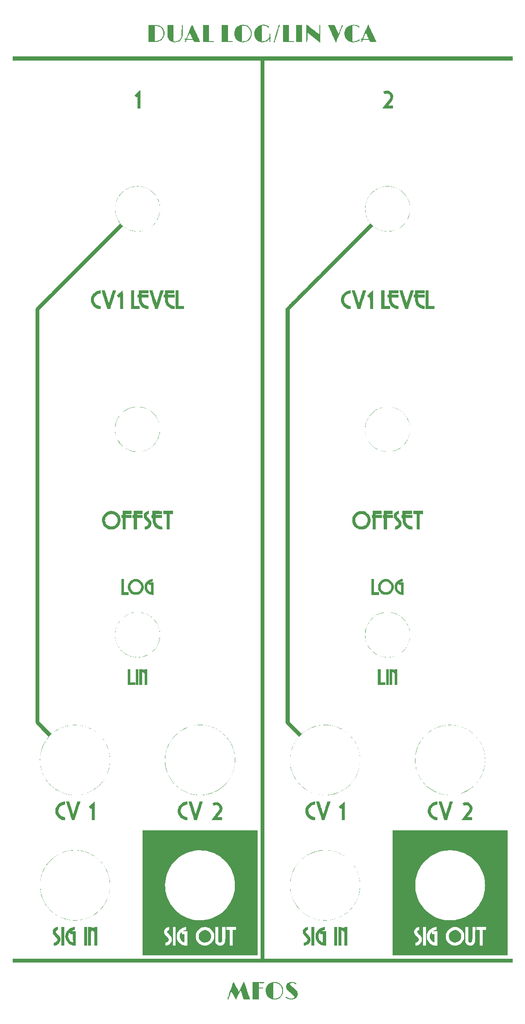
<source format=gto>
G04 #@! TF.GenerationSoftware,KiCad,Pcbnew,7.0.1-3b83917a11~171~ubuntu22.04.1*
G04 #@! TF.CreationDate,2023-03-14T16:36:31-04:00*
G04 #@! TF.ProjectId,mfos_vca-panel,6d666f73-5f76-4636-912d-70616e656c2e,rev?*
G04 #@! TF.SameCoordinates,Original*
G04 #@! TF.FileFunction,Legend,Top*
G04 #@! TF.FilePolarity,Positive*
%FSLAX46Y46*%
G04 Gerber Fmt 4.6, Leading zero omitted, Abs format (unit mm)*
G04 Created by KiCad (PCBNEW 7.0.1-3b83917a11~171~ubuntu22.04.1) date 2023-03-14 16:36:31*
%MOMM*%
%LPD*%
G01*
G04 APERTURE LIST*
G04 APERTURE END LIST*
G04 #@! TO.C,GRAF2*
G36*
X27336336Y-191251452D02*
G01*
X27336336Y-193107508D01*
X27043944Y-193107508D01*
X26751551Y-193107508D01*
X26751551Y-191251452D01*
X26751551Y-189395396D01*
X27043944Y-189395396D01*
X27336336Y-189395396D01*
X27336336Y-191251452D01*
G37*
G36*
X31912913Y-191251452D02*
G01*
X31912913Y-193107508D01*
X31620520Y-193107508D01*
X31328128Y-193107508D01*
X31328128Y-191251452D01*
X31328128Y-189395396D01*
X31620520Y-189395396D01*
X31912913Y-189395396D01*
X31912913Y-191251452D01*
G37*
G36*
X42184785Y-139485286D02*
G01*
X42184785Y-141087087D01*
X41930530Y-141087087D01*
X41676276Y-141087087D01*
X41676276Y-139485286D01*
X41676276Y-137883484D01*
X41930530Y-137883484D01*
X42184785Y-137883484D01*
X42184785Y-139485286D01*
G37*
G36*
X74932732Y-10908909D02*
G01*
X74932732Y-12612413D01*
X74322522Y-12612413D01*
X73712312Y-12612413D01*
X73712312Y-10908909D01*
X73712312Y-9205406D01*
X74322522Y-9205406D01*
X74932732Y-9205406D01*
X74932732Y-10908909D01*
G37*
G36*
X77398999Y-191251452D02*
G01*
X77398999Y-193107508D01*
X77093894Y-193107508D01*
X76788789Y-193107508D01*
X76788789Y-191251452D01*
X76788789Y-189395396D01*
X77093894Y-189395396D01*
X77398999Y-189395396D01*
X77398999Y-191251452D01*
G37*
G36*
X81975575Y-191251452D02*
G01*
X81975575Y-193107508D01*
X81670470Y-193107508D01*
X81365365Y-193107508D01*
X81365365Y-191251452D01*
X81365365Y-189395396D01*
X81670470Y-189395396D01*
X81975575Y-189395396D01*
X81975575Y-191251452D01*
G37*
G36*
X92247447Y-139485286D02*
G01*
X92247447Y-141087087D01*
X91993193Y-141087087D01*
X91738939Y-141087087D01*
X91738939Y-139485286D01*
X91738939Y-137883484D01*
X91993193Y-137883484D01*
X92247447Y-137883484D01*
X92247447Y-139485286D01*
G37*
G36*
X39012963Y-119862324D02*
G01*
X39273573Y-119869570D01*
X39280156Y-121198048D01*
X39286740Y-122526527D01*
X39756883Y-122526527D01*
X40227027Y-122526527D01*
X40227027Y-122793494D01*
X40227027Y-123060461D01*
X39489689Y-123060461D01*
X38752352Y-123060461D01*
X38752352Y-121457770D01*
X38752352Y-119855078D01*
X39012963Y-119862324D01*
G37*
G36*
X40557557Y-139218319D02*
G01*
X40557557Y-140553154D01*
X41040640Y-140553154D01*
X41523723Y-140553154D01*
X41523723Y-140820121D01*
X41523723Y-141087087D01*
X40786386Y-141087087D01*
X40049049Y-141087087D01*
X40049049Y-139485286D01*
X40049049Y-137883484D01*
X40303303Y-137883484D01*
X40557557Y-137883484D01*
X40557557Y-139218319D01*
G37*
G36*
X41320320Y-63793794D02*
G01*
X41320320Y-65344745D01*
X41879679Y-65344745D01*
X42439039Y-65344745D01*
X42439039Y-65649850D01*
X42439039Y-65954955D01*
X41574574Y-65954955D01*
X40710110Y-65954955D01*
X40710110Y-64098899D01*
X40710110Y-62242843D01*
X41015215Y-62242843D01*
X41320320Y-62242843D01*
X41320320Y-63793794D01*
G37*
G36*
X50193794Y-63793794D02*
G01*
X50193794Y-65344745D01*
X50753153Y-65344745D01*
X51312512Y-65344745D01*
X51312512Y-65649850D01*
X51312512Y-65954955D01*
X50448048Y-65954955D01*
X49583583Y-65954955D01*
X49583583Y-64098899D01*
X49583583Y-62242843D01*
X49888688Y-62242843D01*
X50193794Y-62242843D01*
X50193794Y-63793794D01*
G37*
G36*
X89323523Y-121191692D02*
G01*
X89323523Y-122526527D01*
X89806606Y-122526527D01*
X90289689Y-122526527D01*
X90289689Y-122793494D01*
X90289689Y-123060461D01*
X89552352Y-123060461D01*
X88815015Y-123060461D01*
X88815015Y-121458659D01*
X88815015Y-119856857D01*
X89069269Y-119856857D01*
X89323523Y-119856857D01*
X89323523Y-121191692D01*
G37*
G36*
X91382983Y-63793794D02*
G01*
X91382983Y-65344745D01*
X91942342Y-65344745D01*
X92501701Y-65344745D01*
X92501701Y-65649850D01*
X92501701Y-65954955D01*
X91637237Y-65954955D01*
X90772773Y-65954955D01*
X90772773Y-64098899D01*
X90772773Y-62242843D01*
X91077878Y-62242843D01*
X91382983Y-62242843D01*
X91382983Y-63793794D01*
G37*
G36*
X100256456Y-63793794D02*
G01*
X100256456Y-65344745D01*
X100815816Y-65344745D01*
X101375175Y-65344745D01*
X101375175Y-65649850D01*
X101375175Y-65954955D01*
X100510710Y-65954955D01*
X99646246Y-65954955D01*
X99646246Y-64098899D01*
X99646246Y-62242843D01*
X99951351Y-62242843D01*
X100256456Y-62242843D01*
X100256456Y-63793794D01*
G37*
G36*
X49100500Y-106584785D02*
G01*
X49100500Y-106889890D01*
X48757257Y-106889890D01*
X48414014Y-106889890D01*
X48414014Y-108440841D01*
X48414014Y-109991792D01*
X48108909Y-109991792D01*
X47803804Y-109991792D01*
X47803804Y-108440841D01*
X47803804Y-106889890D01*
X47460560Y-106889890D01*
X47117317Y-106889890D01*
X47117317Y-106584785D01*
X47117317Y-106279680D01*
X48108909Y-106279680D01*
X49100500Y-106279680D01*
X49100500Y-106584785D01*
G37*
G36*
X99137737Y-106584785D02*
G01*
X99137737Y-106889890D01*
X98794494Y-106889890D01*
X98451251Y-106889890D01*
X98451251Y-108440841D01*
X98451251Y-109991792D01*
X98146146Y-109991792D01*
X97841041Y-109991792D01*
X97841041Y-108440841D01*
X97841041Y-106889890D01*
X97497798Y-106889890D01*
X97154554Y-106889890D01*
X97154554Y-106584785D01*
X97154554Y-106279680D01*
X98146146Y-106279680D01*
X99137737Y-106279680D01*
X99137737Y-106584785D01*
G37*
G36*
X117062662Y-15905005D02*
G01*
X117062662Y-16299099D01*
X92234734Y-16299099D01*
X67406807Y-16299099D01*
X67406807Y-106000000D01*
X67406807Y-195700901D01*
X92234734Y-195700901D01*
X117062662Y-195700901D01*
X117062662Y-196094995D01*
X117062662Y-196489089D01*
X67012712Y-196489089D01*
X16962763Y-196489089D01*
X16962763Y-196094995D01*
X16962763Y-195700901D01*
X41790690Y-195700901D01*
X66618618Y-195700901D01*
X66618618Y-106000000D01*
X66618618Y-16299099D01*
X41790690Y-16299099D01*
X16962763Y-16299099D01*
X16962763Y-15905005D01*
X16962763Y-15510911D01*
X67012712Y-15510911D01*
X117062662Y-15510911D01*
X117062662Y-15905005D01*
G37*
G36*
X56321321Y-10832633D02*
G01*
X56321321Y-12459860D01*
X56604426Y-12459860D01*
X56740054Y-12457038D01*
X56876191Y-12449442D01*
X56993279Y-12438375D01*
X57048107Y-12430273D01*
X57143230Y-12415470D01*
X57202752Y-12414459D01*
X57240075Y-12427451D01*
X57248085Y-12433386D01*
X57283443Y-12488426D01*
X57277129Y-12546939D01*
X57238308Y-12586093D01*
X57198603Y-12593351D01*
X57109764Y-12599504D01*
X56973499Y-12604511D01*
X56791513Y-12608330D01*
X56565513Y-12610921D01*
X56297205Y-12612241D01*
X56145015Y-12612413D01*
X55100901Y-12612413D01*
X55100901Y-10908909D01*
X55100901Y-9205406D01*
X55711111Y-9205406D01*
X56321321Y-9205406D01*
X56321321Y-10832633D01*
G37*
G36*
X90620220Y-139218319D02*
G01*
X90620220Y-140553154D01*
X91104193Y-140553154D01*
X91588165Y-140553154D01*
X91580919Y-140813764D01*
X91573673Y-141074375D01*
X90847312Y-141081113D01*
X90659987Y-141082262D01*
X90489373Y-141082178D01*
X90342042Y-141080957D01*
X90224566Y-141078691D01*
X90143516Y-141075475D01*
X90105465Y-141071402D01*
X90103619Y-141070520D01*
X90100567Y-141042702D01*
X90097687Y-140968408D01*
X90095025Y-140852013D01*
X90092629Y-140697890D01*
X90090546Y-140510415D01*
X90088824Y-140293962D01*
X90087509Y-140052906D01*
X90086650Y-139791621D01*
X90086293Y-139514482D01*
X90086286Y-139468335D01*
X90086286Y-137883484D01*
X90353253Y-137883484D01*
X90620220Y-137883484D01*
X90620220Y-139218319D01*
G37*
G36*
X40786386Y-106584785D02*
G01*
X40786386Y-106889890D01*
X40201601Y-106889890D01*
X39616817Y-106889890D01*
X39616817Y-106991592D01*
X39616817Y-107093294D01*
X40214314Y-107093294D01*
X40811812Y-107093294D01*
X40811812Y-107397930D01*
X40811812Y-107702567D01*
X40220670Y-107709392D01*
X39629529Y-107716217D01*
X39622911Y-108854004D01*
X39616293Y-109991792D01*
X39324424Y-109991792D01*
X39032555Y-109991792D01*
X39025937Y-108854004D01*
X39019319Y-107716217D01*
X38898548Y-107708467D01*
X38777778Y-107700718D01*
X38777778Y-107397006D01*
X38777778Y-107093294D01*
X38904905Y-107093294D01*
X39032032Y-107093294D01*
X39032032Y-106686487D01*
X39032032Y-106279680D01*
X39909209Y-106279680D01*
X40786386Y-106279680D01*
X40786386Y-106584785D01*
G37*
G36*
X42998398Y-106584785D02*
G01*
X42998398Y-106889890D01*
X42426326Y-106889890D01*
X41854254Y-106889890D01*
X41854254Y-106991592D01*
X41854254Y-107093294D01*
X42439039Y-107093294D01*
X43023824Y-107093294D01*
X43023824Y-107398399D01*
X43023824Y-107703504D01*
X42439039Y-107703504D01*
X41854254Y-107703504D01*
X41854254Y-108847648D01*
X41854254Y-109991792D01*
X41549149Y-109991792D01*
X41244044Y-109991792D01*
X41244044Y-108847648D01*
X41244044Y-107703504D01*
X41116917Y-107703504D01*
X40989790Y-107703504D01*
X40989790Y-107398399D01*
X40989790Y-107093294D01*
X41116917Y-107093294D01*
X41244044Y-107093294D01*
X41244044Y-106686487D01*
X41244044Y-106279680D01*
X42121221Y-106279680D01*
X42998398Y-106279680D01*
X42998398Y-106584785D01*
G37*
G36*
X60084284Y-10835071D02*
G01*
X60084284Y-12464737D01*
X60433884Y-12449739D01*
X60573101Y-12443640D01*
X60704089Y-12437673D01*
X60813354Y-12432469D01*
X60887399Y-12428657D01*
X60894852Y-12428232D01*
X60984949Y-12434302D01*
X61036361Y-12462272D01*
X61045188Y-12507813D01*
X61013659Y-12560074D01*
X61000755Y-12572883D01*
X60984265Y-12583412D01*
X60959444Y-12591883D01*
X60921548Y-12598521D01*
X60865832Y-12603549D01*
X60787554Y-12607190D01*
X60681967Y-12609668D01*
X60544329Y-12611205D01*
X60369896Y-12612026D01*
X60153922Y-12612354D01*
X59902365Y-12612413D01*
X58838438Y-12612413D01*
X58838438Y-10908909D01*
X58838438Y-9205406D01*
X59461361Y-9205406D01*
X60084284Y-9205406D01*
X60084284Y-10835071D01*
G37*
G36*
X90823623Y-106584785D02*
G01*
X90823623Y-106889890D01*
X90251551Y-106889890D01*
X89679479Y-106889890D01*
X89679479Y-106991592D01*
X89679479Y-107093294D01*
X90276977Y-107093294D01*
X90874474Y-107093294D01*
X90874474Y-107398399D01*
X90874474Y-107703504D01*
X90276977Y-107703504D01*
X89679479Y-107703504D01*
X89679479Y-108847648D01*
X89679479Y-109991792D01*
X89374374Y-109991792D01*
X89069269Y-109991792D01*
X89069269Y-108847648D01*
X89069269Y-107703504D01*
X88954855Y-107703504D01*
X88840440Y-107703504D01*
X88840440Y-107398399D01*
X88840440Y-107093294D01*
X88954855Y-107093294D01*
X89069269Y-107093294D01*
X89069269Y-106686487D01*
X89069269Y-106279680D01*
X89946446Y-106279680D01*
X90823623Y-106279680D01*
X90823623Y-106584785D01*
G37*
G36*
X93035635Y-106584785D02*
G01*
X93035635Y-106889890D01*
X92463563Y-106889890D01*
X91891491Y-106889890D01*
X91891491Y-106991592D01*
X91891491Y-107093294D01*
X92488989Y-107093294D01*
X93086486Y-107093294D01*
X93086486Y-107398399D01*
X93086486Y-107703504D01*
X92488989Y-107703504D01*
X91891491Y-107703504D01*
X91891491Y-108847648D01*
X91891491Y-109991792D01*
X91586386Y-109991792D01*
X91281281Y-109991792D01*
X91281281Y-108847648D01*
X91281281Y-107703504D01*
X91166867Y-107703504D01*
X91052452Y-107703504D01*
X91052452Y-107398399D01*
X91052452Y-107093294D01*
X91166867Y-107093294D01*
X91281281Y-107093294D01*
X91281281Y-106686487D01*
X91281281Y-106279680D01*
X92158458Y-106279680D01*
X93035635Y-106279680D01*
X93035635Y-106584785D01*
G37*
G36*
X72313914Y-10835017D02*
G01*
X72313914Y-12464628D01*
X72676226Y-12449757D01*
X72817872Y-12443810D01*
X72951415Y-12437963D01*
X73063635Y-12432812D01*
X73141315Y-12428950D01*
X73152953Y-12428304D01*
X73224296Y-12427110D01*
X73259712Y-12438462D01*
X73273722Y-12468516D01*
X73275675Y-12480329D01*
X73279658Y-12511686D01*
X73279021Y-12537641D01*
X73269444Y-12558705D01*
X73246608Y-12575388D01*
X73206193Y-12588201D01*
X73143879Y-12597654D01*
X73055345Y-12604258D01*
X72936273Y-12608524D01*
X72782341Y-12610963D01*
X72589231Y-12612084D01*
X72352622Y-12612399D01*
X72158248Y-12612413D01*
X71093493Y-12612413D01*
X71093493Y-10908909D01*
X71093493Y-9205406D01*
X71703703Y-9205406D01*
X72313914Y-9205406D01*
X72313914Y-10835017D01*
G37*
G36*
X50829429Y-190598116D02*
G01*
X50829429Y-190819220D01*
X51083683Y-190819220D01*
X51337938Y-190819220D01*
X51337938Y-191645546D01*
X51337750Y-191844706D01*
X51337217Y-192026565D01*
X51336384Y-192185159D01*
X51335299Y-192314521D01*
X51334006Y-192408688D01*
X51332551Y-192461693D01*
X51331581Y-192471269D01*
X51306680Y-192462077D01*
X51248161Y-192438739D01*
X51179319Y-192410662D01*
X51016037Y-192326391D01*
X50858425Y-192214524D01*
X50726527Y-192089771D01*
X50700921Y-192059542D01*
X50577806Y-191868486D01*
X50489342Y-191650785D01*
X50438959Y-191419634D01*
X50430088Y-191188225D01*
X50443485Y-191069431D01*
X50485262Y-190908560D01*
X50552310Y-190744452D01*
X50636178Y-190594326D01*
X50728412Y-190475404D01*
X50741517Y-190462220D01*
X50829429Y-190377012D01*
X50829429Y-190598116D01*
G37*
G36*
X55645348Y-190018567D02*
G01*
X55773618Y-190044537D01*
X56006077Y-190129696D01*
X56213695Y-190254701D01*
X56392136Y-190414064D01*
X56537065Y-190602298D01*
X56644148Y-190813915D01*
X56709049Y-191043428D01*
X56727826Y-191252466D01*
X56705463Y-191498056D01*
X56636696Y-191725146D01*
X56520403Y-191936416D01*
X56359459Y-192130469D01*
X56167589Y-192291624D01*
X55952785Y-192408218D01*
X55718913Y-192478905D01*
X55469837Y-192502338D01*
X55317017Y-192493420D01*
X55080770Y-192442169D01*
X54863635Y-192346940D01*
X54670412Y-192212554D01*
X54505902Y-192043829D01*
X54374905Y-191845584D01*
X54282224Y-191622639D01*
X54235973Y-191408300D01*
X54229335Y-191170172D01*
X54268084Y-190942910D01*
X54347499Y-190730701D01*
X54462856Y-190537735D01*
X54609434Y-190368199D01*
X54782510Y-190226282D01*
X54977362Y-190116172D01*
X55189267Y-190042057D01*
X55413503Y-190008126D01*
X55645348Y-190018567D01*
G37*
G36*
X89101067Y-62219594D02*
G01*
X89105031Y-62291206D01*
X89108606Y-62408467D01*
X89111760Y-62568775D01*
X89114459Y-62769529D01*
X89116672Y-63008128D01*
X89118366Y-63281972D01*
X89119508Y-63588459D01*
X89120067Y-63924988D01*
X89120120Y-64071355D01*
X89120120Y-65954955D01*
X88815261Y-65954955D01*
X88510403Y-65954955D01*
X88503800Y-64742437D01*
X88497197Y-63529919D01*
X88398814Y-63616307D01*
X88300431Y-63702695D01*
X88113401Y-63500347D01*
X88037768Y-63415572D01*
X87977917Y-63342841D01*
X87940787Y-63290956D01*
X87932105Y-63270373D01*
X87951399Y-63247744D01*
X88002868Y-63196228D01*
X88080918Y-63120982D01*
X88179954Y-63027168D01*
X88294382Y-62919945D01*
X88418607Y-62804473D01*
X88547035Y-62685911D01*
X88674071Y-62569420D01*
X88794122Y-62460158D01*
X88901592Y-62363287D01*
X88990887Y-62283964D01*
X89056413Y-62227351D01*
X89092574Y-62198607D01*
X89096745Y-62196230D01*
X89101067Y-62219594D01*
G37*
G36*
X105713611Y-190021538D02*
G01*
X105939886Y-190077489D01*
X106154880Y-190177756D01*
X106352282Y-190322611D01*
X106353523Y-190323726D01*
X106523701Y-190508237D01*
X106650744Y-190713192D01*
X106734341Y-190932622D01*
X106774181Y-191160558D01*
X106769953Y-191391032D01*
X106721345Y-191618078D01*
X106628046Y-191835725D01*
X106489744Y-192038008D01*
X106445593Y-192088195D01*
X106257504Y-192261577D01*
X106056853Y-192387025D01*
X105839514Y-192466070D01*
X105601362Y-192500244D01*
X105355455Y-192492886D01*
X105166230Y-192452849D01*
X104972967Y-192374952D01*
X104792632Y-192267646D01*
X104642192Y-192139380D01*
X104639082Y-192136107D01*
X104477904Y-191932038D01*
X104363086Y-191713473D01*
X104294646Y-191485494D01*
X104272595Y-191253179D01*
X104296951Y-191021608D01*
X104367727Y-190795860D01*
X104484938Y-190581017D01*
X104634031Y-190397113D01*
X104821995Y-190235519D01*
X105030249Y-190116895D01*
X105252479Y-190041511D01*
X105482371Y-190009635D01*
X105713611Y-190021538D01*
G37*
G36*
X33384381Y-164327402D02*
G01*
X33390546Y-164340721D01*
X33395760Y-164367942D01*
X33400101Y-164412388D01*
X33403649Y-164477386D01*
X33406484Y-164566259D01*
X33408685Y-164682333D01*
X33410331Y-164828933D01*
X33411501Y-165009382D01*
X33412275Y-165227006D01*
X33412732Y-165485130D01*
X33412951Y-165787078D01*
X33413012Y-166136175D01*
X33413013Y-166178869D01*
X33413013Y-168063464D01*
X33120620Y-168063464D01*
X32828228Y-168063464D01*
X32828228Y-166840085D01*
X32828228Y-165616706D01*
X32726453Y-165708653D01*
X32668542Y-165759671D01*
X32627880Y-165793059D01*
X32616163Y-165800601D01*
X32596734Y-165782969D01*
X32550403Y-165735088D01*
X32484317Y-165664479D01*
X32413347Y-165587155D01*
X32219045Y-165373709D01*
X32771894Y-164868887D01*
X32914224Y-164739101D01*
X33045985Y-164619291D01*
X33162050Y-164514096D01*
X33257288Y-164428152D01*
X33326569Y-164366097D01*
X33364763Y-164332570D01*
X33368878Y-164329169D01*
X33377185Y-164324660D01*
X33384381Y-164327402D01*
G37*
G36*
X100865608Y-190596747D02*
G01*
X100866666Y-190819220D01*
X101133633Y-190819220D01*
X101400600Y-190819220D01*
X101400600Y-191645546D01*
X101400412Y-191844706D01*
X101399879Y-192026565D01*
X101399047Y-192185159D01*
X101397961Y-192314521D01*
X101396668Y-192408688D01*
X101395214Y-192461693D01*
X101394244Y-192471269D01*
X101369330Y-192462080D01*
X101310973Y-192438803D01*
X101245305Y-192412012D01*
X101030034Y-192302909D01*
X100853371Y-192166044D01*
X100708227Y-191994684D01*
X100591848Y-191791233D01*
X100552841Y-191707823D01*
X100526487Y-191641864D01*
X100510306Y-191579764D01*
X100501818Y-191507927D01*
X100498542Y-191412760D01*
X100497998Y-191280667D01*
X100497998Y-191276877D01*
X100498515Y-191143640D01*
X100501693Y-191047791D01*
X100509969Y-190975867D01*
X100525781Y-190914405D01*
X100551566Y-190849943D01*
X100589763Y-190769019D01*
X100590077Y-190768369D01*
X100646563Y-190662505D01*
X100709997Y-190560444D01*
X100767652Y-190482496D01*
X100773353Y-190475976D01*
X100864550Y-190374275D01*
X100865608Y-190596747D01*
G37*
G36*
X43932974Y-139478929D02*
G01*
X43926426Y-141074375D01*
X43672172Y-141074375D01*
X43417918Y-141074375D01*
X43411307Y-139898424D01*
X43404697Y-138722474D01*
X43296893Y-138643036D01*
X43150135Y-138551175D01*
X42990684Y-138477787D01*
X42928478Y-138456563D01*
X42871271Y-138439417D01*
X42871271Y-139763252D01*
X42871271Y-141087087D01*
X42621254Y-141087087D01*
X42513137Y-141085463D01*
X42424848Y-141081091D01*
X42368242Y-141074726D01*
X42354287Y-141070137D01*
X42351303Y-141042388D01*
X42348486Y-140968162D01*
X42345883Y-140851831D01*
X42343540Y-140697769D01*
X42341503Y-140510349D01*
X42339819Y-140293943D01*
X42338534Y-140052927D01*
X42337693Y-139791671D01*
X42337344Y-139514550D01*
X42337337Y-139468335D01*
X42337337Y-137883484D01*
X42547097Y-137883662D01*
X42744889Y-137896970D01*
X42957864Y-137933312D01*
X43161819Y-137987776D01*
X43284434Y-138033269D01*
X43405205Y-138085080D01*
X43405205Y-137984282D01*
X43405205Y-137883484D01*
X43672363Y-137883484D01*
X43939521Y-137883484D01*
X43932974Y-139478929D01*
G37*
G36*
X92673323Y-137889427D02*
G01*
X92984055Y-137929138D01*
X93291494Y-138018622D01*
X93423373Y-138072558D01*
X93451662Y-138078304D01*
X93464644Y-138054927D01*
X93467863Y-137991881D01*
X93467868Y-137987906D01*
X93467868Y-137883484D01*
X93722122Y-137883484D01*
X93976376Y-137883484D01*
X93976376Y-139485286D01*
X93976376Y-141087087D01*
X93722122Y-141087087D01*
X93467868Y-141087087D01*
X93467868Y-139906027D01*
X93467868Y-138724966D01*
X93353684Y-138646405D01*
X93269620Y-138593501D01*
X93173018Y-138540062D01*
X93077446Y-138492760D01*
X92996474Y-138458270D01*
X92943672Y-138443265D01*
X92940290Y-138443092D01*
X92932959Y-138453010D01*
X92926770Y-138485144D01*
X92921640Y-138542876D01*
X92917488Y-138629585D01*
X92914233Y-138748654D01*
X92911794Y-138903464D01*
X92910090Y-139097397D01*
X92909039Y-139333834D01*
X92908559Y-139616155D01*
X92908508Y-139764965D01*
X92908508Y-141087087D01*
X92654254Y-141087087D01*
X92400000Y-141087087D01*
X92400000Y-139481685D01*
X92400000Y-137876283D01*
X92673323Y-137889427D01*
G37*
G36*
X39027522Y-62219214D02*
G01*
X39033962Y-62230360D01*
X39039407Y-62254431D01*
X39043940Y-62294765D01*
X39047645Y-62354704D01*
X39050604Y-62437588D01*
X39052902Y-62546757D01*
X39054621Y-62685551D01*
X39055845Y-62857311D01*
X39056656Y-63065377D01*
X39057140Y-63313088D01*
X39057378Y-63603786D01*
X39057453Y-63940810D01*
X39057457Y-64072032D01*
X39057457Y-65954955D01*
X38765065Y-65954955D01*
X38472672Y-65954955D01*
X38472672Y-64729375D01*
X38472672Y-63503794D01*
X38376255Y-63597943D01*
X38318692Y-63650864D01*
X38275078Y-63685019D01*
X38260499Y-63692092D01*
X38235958Y-63674554D01*
X38186834Y-63628201D01*
X38122103Y-63562425D01*
X38050737Y-63486617D01*
X37981711Y-63410171D01*
X37923999Y-63342478D01*
X37911257Y-63326585D01*
X37863275Y-63265586D01*
X38414232Y-62760571D01*
X38556271Y-62630677D01*
X38687885Y-62510888D01*
X38803929Y-62405840D01*
X38899259Y-62320173D01*
X38968730Y-62258523D01*
X39007197Y-62225529D01*
X39011323Y-62222332D01*
X39020003Y-62217651D01*
X39027522Y-62219214D01*
G37*
G36*
X42591591Y-24026583D02*
G01*
X42591591Y-25909910D01*
X42299199Y-25909910D01*
X42006807Y-25909910D01*
X42006807Y-24702203D01*
X42006386Y-24459830D01*
X42005179Y-24233696D01*
X42003271Y-24028741D01*
X42000746Y-23849902D01*
X41997689Y-23702119D01*
X41994185Y-23590332D01*
X41990317Y-23519478D01*
X41986171Y-23494496D01*
X41986138Y-23494495D01*
X41957118Y-23511311D01*
X41909629Y-23553351D01*
X41892392Y-23570771D01*
X41840569Y-23618588D01*
X41800129Y-23645125D01*
X41792290Y-23647034D01*
X41767540Y-23629635D01*
X41717845Y-23583685D01*
X41652157Y-23518540D01*
X41579425Y-23443555D01*
X41508600Y-23368086D01*
X41448633Y-23301489D01*
X41408474Y-23253120D01*
X41396596Y-23233432D01*
X41414497Y-23214516D01*
X41464478Y-23166557D01*
X41540959Y-23094680D01*
X41638359Y-23004010D01*
X41751096Y-22899673D01*
X41873592Y-22786791D01*
X42000263Y-22670492D01*
X42125530Y-22555899D01*
X42243812Y-22448137D01*
X42349528Y-22352331D01*
X42437096Y-22273607D01*
X42500938Y-22217088D01*
X42533302Y-22189596D01*
X42591591Y-22143257D01*
X42591591Y-24026583D01*
G37*
G36*
X66901380Y-200424595D02*
G01*
X67074633Y-200427509D01*
X67201161Y-200431877D01*
X67279446Y-200437678D01*
X67304794Y-200442604D01*
X67358886Y-200483425D01*
X67379206Y-200537949D01*
X67359580Y-200589095D01*
X67358246Y-200590463D01*
X67323828Y-200600868D01*
X67243791Y-200607981D01*
X67116755Y-200611850D01*
X66941340Y-200612527D01*
X66783789Y-200611057D01*
X66237237Y-200603747D01*
X66237237Y-201041671D01*
X66237237Y-201479596D01*
X66653711Y-201466963D01*
X66796612Y-201464059D01*
X66923564Y-201464163D01*
X67025026Y-201467057D01*
X67091456Y-201472525D01*
X67111369Y-201477378D01*
X67147266Y-201521099D01*
X67145538Y-201576376D01*
X67107348Y-201621881D01*
X67103373Y-201624131D01*
X67060583Y-201633582D01*
X66975897Y-201641403D01*
X66858260Y-201647079D01*
X66716614Y-201650097D01*
X66645715Y-201650451D01*
X66237237Y-201650451D01*
X66237237Y-202743744D01*
X66237237Y-203837037D01*
X65614314Y-203837037D01*
X64991391Y-203837037D01*
X64991391Y-202134997D01*
X64991391Y-200432956D01*
X66116466Y-200424805D01*
X66420777Y-200423220D01*
X66682921Y-200423157D01*
X66901380Y-200424595D01*
G37*
G36*
X82643507Y-189411263D02*
G01*
X82898445Y-189456501D01*
X83129162Y-189527564D01*
X83157858Y-189539128D01*
X83266711Y-189584260D01*
X83336761Y-189609873D01*
X83376533Y-189615037D01*
X83394554Y-189598821D01*
X83399352Y-189560295D01*
X83399399Y-189512776D01*
X83399399Y-189395396D01*
X83704504Y-189395396D01*
X84009609Y-189395396D01*
X84009609Y-191251452D01*
X84009609Y-193107508D01*
X83704504Y-193107508D01*
X83399399Y-193107508D01*
X83399399Y-191749099D01*
X83399399Y-190390690D01*
X83304054Y-190311153D01*
X83236030Y-190262377D01*
X83144612Y-190207201D01*
X83042913Y-190152324D01*
X82944047Y-190104446D01*
X82861125Y-190070268D01*
X82807263Y-190056490D01*
X82805590Y-190056457D01*
X82796879Y-190059611D01*
X82789459Y-190071565D01*
X82783229Y-190096057D01*
X82778086Y-190136823D01*
X82773927Y-190197600D01*
X82770650Y-190282127D01*
X82768152Y-190394139D01*
X82766331Y-190537374D01*
X82765085Y-190715570D01*
X82764311Y-190932463D01*
X82763906Y-191191792D01*
X82763768Y-191497292D01*
X82763764Y-191581982D01*
X82763764Y-193107508D01*
X82458658Y-193107508D01*
X82153553Y-193107508D01*
X82153553Y-191251452D01*
X82153553Y-189395396D01*
X82383454Y-189395396D01*
X82643507Y-189411263D01*
G37*
G36*
X83456513Y-164328106D02*
G01*
X83460571Y-164399947D01*
X83464213Y-164517887D01*
X83467409Y-164679549D01*
X83470128Y-164882559D01*
X83472340Y-165124540D01*
X83474017Y-165403117D01*
X83475127Y-165715915D01*
X83475642Y-166060557D01*
X83475675Y-166179864D01*
X83475675Y-168063464D01*
X83170570Y-168063464D01*
X82865465Y-168063464D01*
X82865465Y-166855756D01*
X82865101Y-166613383D01*
X82864059Y-166387249D01*
X82862410Y-166182294D01*
X82860229Y-166003455D01*
X82857588Y-165855672D01*
X82854560Y-165743885D01*
X82851218Y-165673031D01*
X82847635Y-165648050D01*
X82847607Y-165648048D01*
X82820113Y-165664258D01*
X82771559Y-165705155D01*
X82747631Y-165727639D01*
X82665515Y-165807229D01*
X82521486Y-165651661D01*
X82446563Y-165569505D01*
X82378697Y-165492945D01*
X82330511Y-165436266D01*
X82324320Y-165428539D01*
X82271182Y-165360986D01*
X82336255Y-165307470D01*
X82371940Y-165276399D01*
X82439445Y-165216025D01*
X82533140Y-165131443D01*
X82647396Y-165027750D01*
X82776584Y-164910043D01*
X82914894Y-164783584D01*
X83050588Y-164659766D01*
X83174551Y-164547536D01*
X83281709Y-164451415D01*
X83366990Y-164375926D01*
X83425321Y-164325591D01*
X83451629Y-164304932D01*
X83452068Y-164304738D01*
X83456513Y-164328106D01*
G37*
G36*
X32415065Y-189401282D02*
G01*
X32563092Y-189408871D01*
X32677709Y-189419783D01*
X32776359Y-189437060D01*
X32876482Y-189463746D01*
X32993493Y-189502183D01*
X33103560Y-189540566D01*
X33198901Y-189574577D01*
X33267154Y-189599761D01*
X33292242Y-189609777D01*
X33319413Y-189615605D01*
X33332616Y-189594195D01*
X33336616Y-189535133D01*
X33336736Y-189512530D01*
X33336736Y-189395396D01*
X33641842Y-189395396D01*
X33946947Y-189395396D01*
X33946947Y-191251452D01*
X33946947Y-193107508D01*
X33641842Y-193107508D01*
X33336736Y-193107508D01*
X33336736Y-191738845D01*
X33336736Y-190370182D01*
X33224362Y-190289481D01*
X33139756Y-190234639D01*
X33038842Y-190177896D01*
X32934736Y-190125636D01*
X32840555Y-190084242D01*
X32769415Y-190060097D01*
X32745595Y-190056477D01*
X32736350Y-190058792D01*
X32728478Y-190068258D01*
X32721869Y-190088640D01*
X32716414Y-190123704D01*
X32712003Y-190177216D01*
X32708526Y-190252943D01*
X32705872Y-190354650D01*
X32703933Y-190486104D01*
X32702599Y-190651069D01*
X32701759Y-190853313D01*
X32701303Y-191096602D01*
X32701123Y-191384700D01*
X32701101Y-191581982D01*
X32701101Y-193107508D01*
X32395996Y-193107508D01*
X32090891Y-193107508D01*
X32090891Y-191247798D01*
X32090891Y-189388089D01*
X32415065Y-189401282D01*
G37*
G36*
X102030687Y-164650101D02*
G01*
X102023523Y-164948849D01*
X101858258Y-164965528D01*
X101629864Y-165012154D01*
X101405032Y-165101944D01*
X101196939Y-165228128D01*
X101018761Y-165383938D01*
X100996413Y-165408337D01*
X100852335Y-165606497D01*
X100753213Y-165822519D01*
X100699736Y-166050089D01*
X100692590Y-166282891D01*
X100732464Y-166514610D01*
X100820046Y-166738930D01*
X100846187Y-166787368D01*
X100982724Y-166977784D01*
X101157867Y-167143007D01*
X101363490Y-167277893D01*
X101591469Y-167377295D01*
X101833676Y-167436068D01*
X101880310Y-167442181D01*
X102036236Y-167459822D01*
X102036236Y-167761643D01*
X102036236Y-168063464D01*
X101890040Y-168061075D01*
X101781389Y-168054210D01*
X101656780Y-168039075D01*
X101578527Y-168025704D01*
X101301031Y-167945228D01*
X101036997Y-167819880D01*
X100793379Y-167655049D01*
X100577129Y-167456126D01*
X100395201Y-167228501D01*
X100270362Y-167011544D01*
X100155816Y-166719015D01*
X100091852Y-166426148D01*
X100078259Y-166135031D01*
X100114827Y-165847754D01*
X100201343Y-165566405D01*
X100337598Y-165293074D01*
X100462602Y-165107439D01*
X100620766Y-164929816D01*
X100814038Y-164766557D01*
X101032253Y-164623003D01*
X101265249Y-164504495D01*
X101502860Y-164416375D01*
X101734924Y-164363985D01*
X101901270Y-164351352D01*
X102037850Y-164351352D01*
X102030687Y-164650101D01*
G37*
G36*
X49380180Y-62547948D02*
G01*
X49380180Y-62853053D01*
X48731832Y-62853053D01*
X48083483Y-62853053D01*
X48083483Y-62954755D01*
X48083483Y-63056457D01*
X48744544Y-63056457D01*
X49405605Y-63056457D01*
X49405605Y-63361562D01*
X49405605Y-63666667D01*
X48744544Y-63666667D01*
X48083483Y-63666667D01*
X48083483Y-63979870D01*
X48088044Y-64171119D01*
X48103523Y-64325331D01*
X48132614Y-64455653D01*
X48178010Y-64575230D01*
X48223870Y-64664858D01*
X48360885Y-64859585D01*
X48536415Y-65028379D01*
X48742606Y-65166178D01*
X48971601Y-65267916D01*
X49215543Y-65328529D01*
X49263521Y-65335047D01*
X49405605Y-65351746D01*
X49405605Y-65653351D01*
X49405605Y-65954955D01*
X49246696Y-65952934D01*
X49127514Y-65945692D01*
X48998880Y-65929438D01*
X48935235Y-65917640D01*
X48656767Y-65831531D01*
X48393360Y-65700482D01*
X48151250Y-65529630D01*
X47936672Y-65324115D01*
X47755861Y-65089075D01*
X47615075Y-64829700D01*
X47554609Y-64673402D01*
X47512679Y-64516007D01*
X47486898Y-64343798D01*
X47474881Y-64143054D01*
X47473273Y-64014642D01*
X47473273Y-63666667D01*
X47358859Y-63666667D01*
X47244444Y-63666667D01*
X47244444Y-63361562D01*
X47244444Y-63056457D01*
X47358859Y-63056457D01*
X47473273Y-63056457D01*
X47473273Y-62649650D01*
X47473273Y-62242843D01*
X48426726Y-62242843D01*
X49380180Y-62242843D01*
X49380180Y-62547948D01*
G37*
G36*
X99442843Y-62547948D02*
G01*
X99442843Y-62853053D01*
X98781782Y-62853053D01*
X98120720Y-62853053D01*
X98120720Y-62954755D01*
X98120720Y-63056457D01*
X98794494Y-63056457D01*
X99468268Y-63056457D01*
X99468268Y-63361562D01*
X99468268Y-63666667D01*
X98794494Y-63666667D01*
X98120720Y-63666667D01*
X98120720Y-63932383D01*
X98129544Y-64167775D01*
X98158630Y-64365617D01*
X98211899Y-64536513D01*
X98293271Y-64691068D01*
X98406668Y-64839885D01*
X98488835Y-64927928D01*
X98686423Y-65098502D01*
X98897863Y-65222001D01*
X99129802Y-65301690D01*
X99316178Y-65334106D01*
X99468268Y-65351313D01*
X99468268Y-65653134D01*
X99468268Y-65954955D01*
X99296646Y-65953114D01*
X99182897Y-65945445D01*
X99049267Y-65927099D01*
X98924572Y-65902037D01*
X98923906Y-65901873D01*
X98663718Y-65812918D01*
X98414212Y-65679507D01*
X98182537Y-65507910D01*
X97975841Y-65304398D01*
X97801270Y-65075243D01*
X97665972Y-64826716D01*
X97646706Y-64781306D01*
X97571698Y-64545978D01*
X97526652Y-64280548D01*
X97510576Y-63979020D01*
X97510510Y-63956823D01*
X97510510Y-63666667D01*
X97396096Y-63666667D01*
X97281681Y-63666667D01*
X97281681Y-63361562D01*
X97281681Y-63056457D01*
X97396096Y-63056457D01*
X97510510Y-63056457D01*
X97510510Y-62649650D01*
X97510510Y-62242843D01*
X98476676Y-62242843D01*
X99442843Y-62242843D01*
X99442843Y-62547948D01*
G37*
G36*
X77546002Y-164650101D02*
G01*
X77538839Y-164948849D01*
X77373573Y-164965528D01*
X77133789Y-165013197D01*
X76908974Y-165103219D01*
X76704837Y-165230409D01*
X76527085Y-165389581D01*
X76381428Y-165575551D01*
X76273571Y-165783133D01*
X76209224Y-166007142D01*
X76206038Y-166026181D01*
X76193898Y-166257403D01*
X76228648Y-166481554D01*
X76306373Y-166693786D01*
X76423159Y-166889249D01*
X76575092Y-167063094D01*
X76758260Y-167210471D01*
X76968748Y-167326531D01*
X77202642Y-167406425D01*
X77341792Y-167433475D01*
X77551551Y-167463607D01*
X77551551Y-167763536D01*
X77551551Y-168063464D01*
X77405355Y-168060473D01*
X77296691Y-168054849D01*
X77185645Y-168043933D01*
X77138728Y-168037204D01*
X76857950Y-167965023D01*
X76591991Y-167848239D01*
X76346153Y-167691808D01*
X76125734Y-167500685D01*
X75936036Y-167279826D01*
X75782358Y-167034185D01*
X75670002Y-166768719D01*
X75630233Y-166626927D01*
X75605074Y-166473016D01*
X75592521Y-166293770D01*
X75592560Y-166107769D01*
X75605177Y-165933593D01*
X75630359Y-165789821D01*
X75630859Y-165787888D01*
X75687518Y-165619346D01*
X75770465Y-165435290D01*
X75869539Y-165255662D01*
X75974577Y-165100408D01*
X75993130Y-165076841D01*
X76167538Y-164892431D01*
X76373254Y-164726972D01*
X76600511Y-164585484D01*
X76839545Y-164472990D01*
X77080588Y-164394512D01*
X77313875Y-164355072D01*
X77403873Y-164351352D01*
X77553165Y-164351352D01*
X77546002Y-164650101D01*
G37*
G36*
X70414171Y-9168657D02*
G01*
X70452607Y-9194417D01*
X70464684Y-9238051D01*
X70450510Y-9308555D01*
X70417000Y-9398540D01*
X70397970Y-9451711D01*
X70366297Y-9548497D01*
X70323577Y-9683696D01*
X70271405Y-9852106D01*
X70211377Y-10048525D01*
X70145090Y-10267752D01*
X70074139Y-10504584D01*
X70000120Y-10753820D01*
X69973099Y-10845346D01*
X69875698Y-11175540D01*
X69791462Y-11460448D01*
X69719293Y-11703596D01*
X69658092Y-11908507D01*
X69606763Y-12078705D01*
X69564207Y-12217714D01*
X69529326Y-12329060D01*
X69501023Y-12416267D01*
X69478200Y-12482858D01*
X69459759Y-12532358D01*
X69444602Y-12568291D01*
X69431631Y-12594182D01*
X69424633Y-12606056D01*
X69378441Y-12647315D01*
X69319742Y-12662917D01*
X69268050Y-12650807D01*
X69246512Y-12624813D01*
X69239679Y-12560214D01*
X69259021Y-12464925D01*
X69305679Y-12333949D01*
X69321935Y-12294595D01*
X69341318Y-12241170D01*
X69373216Y-12144045D01*
X69416052Y-12008382D01*
X69468251Y-11839342D01*
X69528237Y-11642084D01*
X69594435Y-11421771D01*
X69665269Y-11183562D01*
X69739163Y-10932619D01*
X69771563Y-10821821D01*
X69845925Y-10567684D01*
X69917455Y-10324578D01*
X69984630Y-10097580D01*
X70045929Y-9891771D01*
X70099833Y-9712229D01*
X70144818Y-9564032D01*
X70179366Y-9452260D01*
X70201953Y-9381991D01*
X70207757Y-9365406D01*
X70258641Y-9261828D01*
X70318141Y-9192720D01*
X70379850Y-9164189D01*
X70414171Y-9168657D01*
G37*
G36*
X84670670Y-62547948D02*
G01*
X84670670Y-62853053D01*
X84574311Y-62853053D01*
X84406011Y-62871755D01*
X84220736Y-62923744D01*
X84033580Y-63002844D01*
X83859639Y-63102879D01*
X83739061Y-63194782D01*
X83564375Y-63379131D01*
X83436233Y-63583393D01*
X83355097Y-63806570D01*
X83321430Y-64047661D01*
X83320433Y-64098899D01*
X83344335Y-64343492D01*
X83415908Y-64570496D01*
X83534955Y-64779484D01*
X83701280Y-64970024D01*
X83734344Y-65000642D01*
X83880177Y-65109890D01*
X84053592Y-65205230D01*
X84239172Y-65280346D01*
X84421503Y-65328922D01*
X84574311Y-65344745D01*
X84670670Y-65344745D01*
X84670670Y-65649850D01*
X84670670Y-65954955D01*
X84499049Y-65952934D01*
X84378864Y-65946257D01*
X84250735Y-65931197D01*
X84174393Y-65917591D01*
X83893968Y-65831350D01*
X83631219Y-65701188D01*
X83391259Y-65532112D01*
X83179204Y-65329127D01*
X83000168Y-65097238D01*
X82859265Y-64841452D01*
X82761610Y-64566773D01*
X82751087Y-64524584D01*
X82728641Y-64387143D01*
X82716579Y-64221243D01*
X82714875Y-64044761D01*
X82723504Y-63875573D01*
X82742440Y-63731553D01*
X82752278Y-63687356D01*
X82851005Y-63405221D01*
X82993334Y-63144052D01*
X83174920Y-62907883D01*
X83391413Y-62700753D01*
X83638468Y-62526696D01*
X83911736Y-62389749D01*
X84206870Y-62293949D01*
X84267930Y-62280126D01*
X84376996Y-62260686D01*
X84484494Y-62247198D01*
X84557918Y-62242843D01*
X84670670Y-62242843D01*
X84670670Y-62547948D01*
G37*
G36*
X96951151Y-106584785D02*
G01*
X96951151Y-106889890D01*
X96290090Y-106889890D01*
X95629029Y-106889890D01*
X95629029Y-106991592D01*
X95629029Y-107093294D01*
X96302803Y-107093294D01*
X96976576Y-107093294D01*
X96976576Y-107398399D01*
X96976576Y-107703504D01*
X96302803Y-107703504D01*
X95629029Y-107703504D01*
X95629470Y-107951402D01*
X95643802Y-108218503D01*
X95687556Y-108449499D01*
X95763406Y-108651535D01*
X95874029Y-108831753D01*
X96020536Y-108995799D01*
X96182791Y-109127674D01*
X96367658Y-109237879D01*
X96562068Y-109320580D01*
X96752950Y-109369944D01*
X96884901Y-109381582D01*
X96976576Y-109381582D01*
X96976576Y-109686687D01*
X96976576Y-109991792D01*
X96792242Y-109990392D01*
X96666622Y-109982277D01*
X96526682Y-109962610D01*
X96423052Y-109940557D01*
X96170414Y-109854261D01*
X95938218Y-109731118D01*
X95717397Y-109565757D01*
X95588724Y-109446164D01*
X95481354Y-109336102D01*
X95401626Y-109244523D01*
X95338645Y-109156731D01*
X95281519Y-109058031D01*
X95239274Y-108974775D01*
X95166833Y-108818236D01*
X95113451Y-108677936D01*
X95075786Y-108539603D01*
X95050498Y-108388967D01*
X95034248Y-108211755D01*
X95026527Y-108065816D01*
X95011047Y-107703504D01*
X94913231Y-107703504D01*
X94815415Y-107703504D01*
X94815415Y-107398399D01*
X94815415Y-107093294D01*
X94917117Y-107093294D01*
X95018819Y-107093294D01*
X95018819Y-106686487D01*
X95018819Y-106279680D01*
X95984985Y-106279680D01*
X96951151Y-106279680D01*
X96951151Y-106584785D01*
G37*
G36*
X45941391Y-106285731D02*
G01*
X46901201Y-106292393D01*
X46908364Y-106591142D01*
X46915527Y-106889890D01*
X46253659Y-106889890D01*
X45591792Y-106889890D01*
X45591792Y-106991592D01*
X45591792Y-107093294D01*
X46252853Y-107093294D01*
X46913914Y-107093294D01*
X46913914Y-107398399D01*
X46913914Y-107703504D01*
X46252853Y-107703504D01*
X45591792Y-107703504D01*
X45592093Y-108002253D01*
X45595509Y-108146428D01*
X45604605Y-108280310D01*
X45618093Y-108388142D01*
X45627258Y-108431938D01*
X45711920Y-108654003D01*
X45839208Y-108854874D01*
X46003741Y-109030127D01*
X46200138Y-109175338D01*
X46423020Y-109286085D01*
X46667006Y-109357943D01*
X46774982Y-109375526D01*
X46926626Y-109394428D01*
X46933790Y-109693110D01*
X46940953Y-109991792D01*
X46743099Y-109989674D01*
X46620433Y-109983404D01*
X46492731Y-109969076D01*
X46392692Y-109950857D01*
X46169804Y-109876283D01*
X45943167Y-109762661D01*
X45726104Y-109618843D01*
X45531937Y-109453680D01*
X45373988Y-109276024D01*
X45370983Y-109271990D01*
X45258518Y-109100870D01*
X45157404Y-108910300D01*
X45075997Y-108717955D01*
X45022655Y-108541510D01*
X45020107Y-108529830D01*
X45003461Y-108421322D01*
X44990781Y-108279363D01*
X44983380Y-108121281D01*
X44982023Y-108027678D01*
X44981581Y-107703504D01*
X44867167Y-107703504D01*
X44752752Y-107703504D01*
X44752752Y-107398399D01*
X44752752Y-107093294D01*
X44867167Y-107093294D01*
X44981581Y-107093294D01*
X44981581Y-106686181D01*
X44981581Y-106279069D01*
X45941391Y-106285731D01*
G37*
G36*
X44142542Y-62547948D02*
G01*
X44142542Y-62853053D01*
X43481481Y-62853053D01*
X42820420Y-62853053D01*
X42820420Y-62954755D01*
X42820420Y-63056457D01*
X43494194Y-63056457D01*
X44167968Y-63056457D01*
X44167968Y-63361562D01*
X44167968Y-63666667D01*
X43494194Y-63666667D01*
X42820420Y-63666667D01*
X42820420Y-63917451D01*
X42825869Y-64116387D01*
X42844072Y-64280068D01*
X42877818Y-64423106D01*
X42929892Y-64560109D01*
X42952022Y-64607408D01*
X43036358Y-64745078D01*
X43153107Y-64887994D01*
X43287965Y-65021326D01*
X43426625Y-65130247D01*
X43498656Y-65174019D01*
X43596290Y-65217810D01*
X43719492Y-65261501D01*
X43851454Y-65300288D01*
X43975369Y-65329364D01*
X44074429Y-65343924D01*
X44095759Y-65344745D01*
X44167968Y-65344745D01*
X44167968Y-65649850D01*
X44167968Y-65954955D01*
X43996346Y-65953084D01*
X43876171Y-65945153D01*
X43741298Y-65926535D01*
X43646746Y-65907224D01*
X43358915Y-65810506D01*
X43093582Y-65669703D01*
X42854603Y-65488042D01*
X42645837Y-65268750D01*
X42471141Y-65015053D01*
X42386971Y-64853466D01*
X42325959Y-64708326D01*
X42281187Y-64565038D01*
X42249917Y-64410278D01*
X42229413Y-64230723D01*
X42217571Y-64028979D01*
X42202741Y-63666667D01*
X42104774Y-63666667D01*
X42006807Y-63666667D01*
X42006807Y-63361562D01*
X42006807Y-63056457D01*
X42108508Y-63056457D01*
X42210210Y-63056457D01*
X42210210Y-62649650D01*
X42210210Y-62242843D01*
X43176376Y-62242843D01*
X44142542Y-62242843D01*
X44142542Y-62547948D01*
G37*
G36*
X94179780Y-62547948D02*
G01*
X94179780Y-62853053D01*
X93531431Y-62853053D01*
X92883083Y-62853053D01*
X92883083Y-62954755D01*
X92883083Y-63056457D01*
X93544144Y-63056457D01*
X94205205Y-63056457D01*
X94205205Y-63361562D01*
X94205205Y-63666667D01*
X93544144Y-63666667D01*
X92883083Y-63666667D01*
X92883083Y-63969094D01*
X92885886Y-64129570D01*
X92895398Y-64254595D01*
X92913273Y-64359316D01*
X92934169Y-64436920D01*
X93029438Y-64660787D01*
X93168342Y-64860947D01*
X93347897Y-65034005D01*
X93565119Y-65176563D01*
X93599770Y-65194603D01*
X93731169Y-65250834D01*
X93878840Y-65298143D01*
X94022955Y-65331113D01*
X94143687Y-65344327D01*
X94147998Y-65344369D01*
X94230630Y-65344745D01*
X94230630Y-65649850D01*
X94230630Y-65954955D01*
X94059009Y-65952934D01*
X93935453Y-65945791D01*
X93800875Y-65929580D01*
X93722122Y-65915520D01*
X93623445Y-65887436D01*
X93501060Y-65842659D01*
X93375777Y-65789073D01*
X93328028Y-65766200D01*
X93062226Y-65610415D01*
X92836578Y-65426057D01*
X92646226Y-65208204D01*
X92486307Y-64951937D01*
X92447164Y-64874375D01*
X92374475Y-64704234D01*
X92323531Y-64534791D01*
X92291612Y-64352232D01*
X92276000Y-64142741D01*
X92273314Y-63990841D01*
X92272873Y-63666667D01*
X92158458Y-63666667D01*
X92044044Y-63666667D01*
X92044044Y-63361562D01*
X92044044Y-63056457D01*
X92158458Y-63056457D01*
X92272873Y-63056457D01*
X92272873Y-62649650D01*
X92272873Y-62242843D01*
X93226326Y-62242843D01*
X94179780Y-62242843D01*
X94179780Y-62547948D01*
G37*
G36*
X27514314Y-164641024D02*
G01*
X27513597Y-164773341D01*
X27508396Y-164863075D01*
X27494136Y-164918495D01*
X27466240Y-164947870D01*
X27420134Y-164959468D01*
X27351241Y-164961558D01*
X27336935Y-164961562D01*
X27228318Y-164974211D01*
X27094606Y-165008342D01*
X26953666Y-165058233D01*
X26823364Y-165118161D01*
X26789689Y-165136850D01*
X26585995Y-165281674D01*
X26417068Y-165455457D01*
X26285738Y-165652181D01*
X26194832Y-165865829D01*
X26147180Y-166090382D01*
X26145610Y-166319824D01*
X26168289Y-166458747D01*
X26230314Y-166635135D01*
X26331463Y-166815072D01*
X26462389Y-166986735D01*
X26613745Y-167138299D01*
X26776185Y-167257940D01*
X26819576Y-167282622D01*
X26924151Y-167329330D01*
X27054172Y-167374616D01*
X27192177Y-167413601D01*
X27320707Y-167441405D01*
X27422300Y-167453150D01*
X27430199Y-167453254D01*
X27515928Y-167453254D01*
X27508765Y-167752002D01*
X27501601Y-168050751D01*
X27349049Y-168055250D01*
X27236749Y-168052081D01*
X27109464Y-168039149D01*
X27030296Y-168026073D01*
X26763734Y-167947473D01*
X26504836Y-167824196D01*
X26262226Y-167662406D01*
X26044530Y-167468269D01*
X25860370Y-167247948D01*
X25788811Y-167138702D01*
X25670387Y-166897296D01*
X25587386Y-166632619D01*
X25541981Y-166357253D01*
X25536341Y-166083778D01*
X25566679Y-165851452D01*
X25649694Y-165579872D01*
X25778576Y-165319453D01*
X25948517Y-165077116D01*
X26154711Y-164859782D01*
X26377046Y-164684639D01*
X26565703Y-164574255D01*
X26775978Y-164480772D01*
X26993059Y-164409185D01*
X27202133Y-164364484D01*
X27365829Y-164351352D01*
X27514314Y-164351352D01*
X27514314Y-164641024D01*
G37*
G36*
X103257426Y-165609910D02*
G01*
X103333026Y-165852099D01*
X103404443Y-166078969D01*
X103470214Y-166285997D01*
X103528872Y-166468665D01*
X103578953Y-166622452D01*
X103618993Y-166742837D01*
X103647527Y-166825300D01*
X103663089Y-166865322D01*
X103665241Y-166868469D01*
X103680737Y-166846211D01*
X103703154Y-166788874D01*
X103719988Y-166734985D01*
X103735359Y-166683430D01*
X103764184Y-166588896D01*
X103804746Y-166456939D01*
X103855327Y-166293115D01*
X103914209Y-166102980D01*
X103979674Y-165892090D01*
X104050006Y-165666002D01*
X104109086Y-165476427D01*
X104459999Y-164351352D01*
X104776608Y-164351352D01*
X104908290Y-164351917D01*
X104996963Y-164354376D01*
X105050466Y-164359872D01*
X105076636Y-164369549D01*
X105083310Y-164384552D01*
X105081416Y-164395846D01*
X105072042Y-164426783D01*
X105048618Y-164502345D01*
X105012360Y-164618650D01*
X104964484Y-164771817D01*
X104906206Y-164957965D01*
X104838742Y-165173213D01*
X104763307Y-165413679D01*
X104681117Y-165675484D01*
X104593389Y-165954745D01*
X104501337Y-166247582D01*
X104500023Y-166251762D01*
X103930430Y-168063184D01*
X103663259Y-168063324D01*
X103396088Y-168063464D01*
X102828286Y-166258602D01*
X102736252Y-165965942D01*
X102648491Y-165686650D01*
X102566228Y-165424636D01*
X102490686Y-165183805D01*
X102423088Y-164968065D01*
X102364657Y-164781323D01*
X102316617Y-164627486D01*
X102280192Y-164510462D01*
X102256605Y-164434157D01*
X102247096Y-164402546D01*
X102243943Y-164381292D01*
X102252920Y-164366914D01*
X102281961Y-164358072D01*
X102338998Y-164353426D01*
X102431964Y-164351633D01*
X102549940Y-164351352D01*
X102866172Y-164351352D01*
X103257426Y-165609910D01*
G37*
G36*
X93448152Y-121534765D02*
G01*
X93960071Y-121534765D01*
X93996704Y-121749364D01*
X94077713Y-121954363D01*
X94200108Y-122141427D01*
X94306570Y-122255168D01*
X94418112Y-122344422D01*
X94543347Y-122422502D01*
X94664482Y-122479194D01*
X94732783Y-122499777D01*
X94734442Y-122475789D01*
X94735940Y-122407426D01*
X94737218Y-122301161D01*
X94738216Y-122163469D01*
X94738875Y-122000826D01*
X94739137Y-121819705D01*
X94739139Y-121801902D01*
X94739139Y-121102703D01*
X94523023Y-121102703D01*
X94306907Y-121102703D01*
X94306907Y-120907025D01*
X94306907Y-120711346D01*
X94221122Y-120794493D01*
X94129260Y-120909526D01*
X94050082Y-121058154D01*
X93991725Y-121223324D01*
X93970805Y-121318905D01*
X93960071Y-121534765D01*
X93448152Y-121534765D01*
X93442443Y-121473166D01*
X93442442Y-121471372D01*
X93466652Y-121200027D01*
X93537056Y-120943679D01*
X93650318Y-120705814D01*
X93803100Y-120489919D01*
X93992066Y-120299482D01*
X94213879Y-120137990D01*
X94465203Y-120008931D01*
X94742699Y-119915792D01*
X94974324Y-119870438D01*
X95095095Y-119853741D01*
X95095095Y-120116639D01*
X95095095Y-120379536D01*
X94923473Y-120407585D01*
X94810346Y-120432378D01*
X94695458Y-120467462D01*
X94624724Y-120495845D01*
X94497597Y-120556056D01*
X94885335Y-120563075D01*
X95273073Y-120570094D01*
X95273073Y-121815277D01*
X95273073Y-123060461D01*
X95063313Y-123058440D01*
X94937177Y-123052733D01*
X94805140Y-123039663D01*
X94695029Y-123022012D01*
X94691615Y-123021280D01*
X94434594Y-122940371D01*
X94197710Y-122816513D01*
X93985305Y-122655094D01*
X93801721Y-122461503D01*
X93651301Y-122241127D01*
X93538386Y-121999354D01*
X93467319Y-121741571D01*
X93448152Y-121534765D01*
G37*
G36*
X27529103Y-191287200D02*
G01*
X28128644Y-191287200D01*
X28156354Y-191512666D01*
X28224021Y-191734324D01*
X28327986Y-191940906D01*
X28464589Y-192121142D01*
X28496968Y-192154479D01*
X28594292Y-192238573D01*
X28706162Y-192317070D01*
X28819917Y-192382710D01*
X28922899Y-192428235D01*
X29002450Y-192446387D01*
X29006120Y-192446447D01*
X29065979Y-192446447D01*
X29059266Y-191639190D01*
X29052552Y-190831932D01*
X28791942Y-190824687D01*
X28531331Y-190817441D01*
X28531331Y-190597226D01*
X28531331Y-190377012D01*
X28440717Y-190464632D01*
X28360887Y-190562371D01*
X28282474Y-190694049D01*
X28213548Y-190843196D01*
X28162179Y-190993336D01*
X28144549Y-191069195D01*
X28128644Y-191287200D01*
X27529103Y-191287200D01*
X27544202Y-191020468D01*
X27606351Y-190743377D01*
X27712897Y-190479111D01*
X27862263Y-190231838D01*
X28052871Y-190005726D01*
X28283144Y-189804942D01*
X28476577Y-189676052D01*
X28638081Y-189593535D01*
X28825777Y-189518293D01*
X29020203Y-189456912D01*
X29201898Y-189415976D01*
X29275025Y-189405908D01*
X29446646Y-189388374D01*
X29446646Y-189691258D01*
X29446646Y-189994142D01*
X29251272Y-190025227D01*
X29128719Y-190051853D01*
X29000499Y-190090865D01*
X28901673Y-190130588D01*
X28747447Y-190204863D01*
X29198748Y-190206936D01*
X29650050Y-190209009D01*
X29650050Y-191658259D01*
X29650050Y-193107508D01*
X29364014Y-193105390D01*
X29230820Y-193101301D01*
X29100054Y-193091966D01*
X28989802Y-193078932D01*
X28936012Y-193068802D01*
X28663987Y-192977206D01*
X28408673Y-192841027D01*
X28175571Y-192665283D01*
X27970185Y-192454990D01*
X27798017Y-192215165D01*
X27664570Y-191950827D01*
X27639907Y-191887018D01*
X27559403Y-191596456D01*
X27528027Y-191306217D01*
X27529103Y-191287200D01*
G37*
G36*
X34627917Y-62537759D02*
G01*
X34620720Y-62840341D01*
X34459858Y-62858083D01*
X34204800Y-62910589D01*
X33967594Y-63007513D01*
X33753847Y-63144685D01*
X33569168Y-63317941D01*
X33419164Y-63523112D01*
X33332738Y-63695555D01*
X33293942Y-63832939D01*
X33274223Y-63999296D01*
X33273660Y-64176430D01*
X33292333Y-64346146D01*
X33329279Y-64487486D01*
X33438440Y-64708575D01*
X33587973Y-64903950D01*
X33772102Y-65069257D01*
X33985051Y-65200143D01*
X34221044Y-65292253D01*
X34459858Y-65339716D01*
X34620720Y-65357458D01*
X34627884Y-65656207D01*
X34635047Y-65954955D01*
X34449906Y-65953084D01*
X34323745Y-65945141D01*
X34183085Y-65926398D01*
X34078631Y-65905498D01*
X33967079Y-65871793D01*
X33834936Y-65822571D01*
X33706103Y-65766938D01*
X33672538Y-65750789D01*
X33561145Y-65691369D01*
X33464698Y-65628460D01*
X33368879Y-65551286D01*
X33259367Y-65449075D01*
X33220415Y-65410638D01*
X33053075Y-65229601D01*
X32923125Y-65053236D01*
X32821075Y-64866522D01*
X32737431Y-64654436D01*
X32731630Y-64637070D01*
X32703595Y-64545195D01*
X32684894Y-64461317D01*
X32673702Y-64370707D01*
X32668197Y-64258638D01*
X32666556Y-64111612D01*
X32667488Y-63966104D01*
X32672181Y-63856635D01*
X32682495Y-63768431D01*
X32700287Y-63686716D01*
X32727415Y-63596714D01*
X32733705Y-63577678D01*
X32780444Y-63453945D01*
X32838615Y-63322730D01*
X32895866Y-63211834D01*
X32897497Y-63209013D01*
X32992400Y-63070839D01*
X33119125Y-62921941D01*
X33264547Y-62775382D01*
X33415545Y-62644223D01*
X33558993Y-62541528D01*
X33582077Y-62527611D01*
X33783216Y-62426439D01*
X34004756Y-62342448D01*
X34227726Y-62281824D01*
X34430570Y-62250950D01*
X34635113Y-62235177D01*
X34627917Y-62537759D01*
G37*
G36*
X51998999Y-164637440D02*
G01*
X51998232Y-164770622D01*
X51993145Y-164861176D01*
X51979562Y-164917323D01*
X51953306Y-164947288D01*
X51910198Y-164959290D01*
X51846063Y-164961554D01*
X51834332Y-164961562D01*
X51733969Y-164973712D01*
X51606763Y-165006423D01*
X51469473Y-165054089D01*
X51338857Y-165111103D01*
X51260283Y-165153626D01*
X51067262Y-165295825D01*
X50905243Y-165467336D01*
X50777781Y-165661019D01*
X50688431Y-165869738D01*
X50640747Y-166086352D01*
X50638284Y-166303724D01*
X50649163Y-166380848D01*
X50717900Y-166618623D01*
X50830337Y-166835374D01*
X50982116Y-167026687D01*
X51168875Y-167188149D01*
X51386256Y-167315348D01*
X51629897Y-167403871D01*
X51669813Y-167413866D01*
X51769452Y-167434421D01*
X51861793Y-167448580D01*
X51916366Y-167452878D01*
X51998999Y-167453254D01*
X51998999Y-167758359D01*
X51998999Y-168063464D01*
X51852803Y-168060514D01*
X51762806Y-168057169D01*
X51687474Y-168051716D01*
X51655755Y-168047552D01*
X51602616Y-168037148D01*
X51521404Y-168021310D01*
X51465065Y-168010345D01*
X51338450Y-167974289D01*
X51187735Y-167913756D01*
X51028271Y-167836358D01*
X50875408Y-167749703D01*
X50744498Y-167661400D01*
X50715631Y-167638851D01*
X50516841Y-167448031D01*
X50341863Y-167221487D01*
X50198794Y-166971859D01*
X50095733Y-166711786D01*
X50075360Y-166639640D01*
X50050598Y-166502498D01*
X50036325Y-166336616D01*
X50032785Y-166160527D01*
X50040225Y-165992768D01*
X50058889Y-165851873D01*
X50064598Y-165826026D01*
X50156950Y-165548517D01*
X50291878Y-165289222D01*
X50464167Y-165052587D01*
X50668599Y-164843056D01*
X50899957Y-164665073D01*
X51153024Y-164523083D01*
X51422584Y-164421532D01*
X51703420Y-164364864D01*
X51788440Y-164357320D01*
X51998999Y-164344184D01*
X51998999Y-164637440D01*
G37*
G36*
X80587389Y-164408559D02*
G01*
X80576870Y-164441637D01*
X80552321Y-164519280D01*
X80514984Y-164637549D01*
X80466102Y-164792504D01*
X80406914Y-164980206D01*
X80338665Y-165196717D01*
X80262595Y-165438097D01*
X80179946Y-165700408D01*
X80091961Y-165979711D01*
X80004229Y-166258259D01*
X79439710Y-168050751D01*
X79170481Y-168057957D01*
X78901252Y-168065162D01*
X78836481Y-167854553D01*
X78817731Y-167794182D01*
X78785151Y-167689965D01*
X78740203Y-167546556D01*
X78684349Y-167368606D01*
X78619051Y-167160769D01*
X78545770Y-166927696D01*
X78465969Y-166674040D01*
X78381110Y-166404453D01*
X78292654Y-166123587D01*
X78254979Y-166004004D01*
X77738248Y-164364064D01*
X78043262Y-164356891D01*
X78163213Y-164355675D01*
X78264235Y-164357670D01*
X78335695Y-164362456D01*
X78366946Y-164369604D01*
X78377892Y-164397071D01*
X78402338Y-164468502D01*
X78438803Y-164579268D01*
X78485803Y-164724742D01*
X78541855Y-164900294D01*
X78605476Y-165101296D01*
X78675182Y-165323119D01*
X78749491Y-165561134D01*
X78774344Y-165641070D01*
X78849451Y-165882204D01*
X78920111Y-166107729D01*
X78984887Y-166313157D01*
X79042345Y-166493997D01*
X79091049Y-166645760D01*
X79129562Y-166763955D01*
X79156450Y-166844093D01*
X79170276Y-166881684D01*
X79171757Y-166883965D01*
X79181017Y-166858550D01*
X79203592Y-166789969D01*
X79237764Y-166683634D01*
X79281814Y-166544958D01*
X79334024Y-166379353D01*
X79392675Y-166192230D01*
X79456048Y-165989002D01*
X79460208Y-165975628D01*
X79529710Y-165752286D01*
X79599616Y-165527940D01*
X79667232Y-165311212D01*
X79729865Y-165110725D01*
X79784821Y-164935102D01*
X79829408Y-164792966D01*
X79854380Y-164713664D01*
X79968787Y-164351352D01*
X80287408Y-164351352D01*
X80606029Y-164351352D01*
X80587389Y-164408559D01*
G37*
G36*
X47022415Y-62243404D02*
G01*
X47121664Y-62244937D01*
X47190326Y-62247212D01*
X47218759Y-62250005D01*
X47219019Y-62250308D01*
X47211575Y-62275151D01*
X47190026Y-62344750D01*
X47155545Y-62455360D01*
X47109308Y-62603235D01*
X47052487Y-62784631D01*
X46986258Y-62995802D01*
X46911793Y-63233003D01*
X46830267Y-63492489D01*
X46742854Y-63770515D01*
X46650727Y-64063335D01*
X46639185Y-64100007D01*
X46059352Y-65942243D01*
X45788438Y-65949449D01*
X45517524Y-65956655D01*
X45440105Y-65707907D01*
X45418957Y-65640231D01*
X45384067Y-65528916D01*
X45336964Y-65378828D01*
X45279177Y-65194831D01*
X45212234Y-64981792D01*
X45137665Y-64744575D01*
X45056998Y-64488046D01*
X44971763Y-64217069D01*
X44883488Y-63936511D01*
X44858578Y-63857358D01*
X44354470Y-62255556D01*
X44659581Y-62248383D01*
X44779524Y-62247167D01*
X44880512Y-62249159D01*
X44951924Y-62253943D01*
X44983132Y-62261095D01*
X44994027Y-62288561D01*
X45018422Y-62359995D01*
X45054835Y-62470771D01*
X45101785Y-62616264D01*
X45157793Y-62791846D01*
X45221376Y-62992892D01*
X45291055Y-63214777D01*
X45365348Y-63452873D01*
X45390559Y-63534000D01*
X45465720Y-63774434D01*
X45536771Y-63998487D01*
X45602251Y-64201779D01*
X45660702Y-64379932D01*
X45710663Y-64528566D01*
X45750677Y-64643302D01*
X45779283Y-64719762D01*
X45795022Y-64753566D01*
X45797274Y-64754420D01*
X45808290Y-64723900D01*
X45833171Y-64648363D01*
X45870795Y-64531381D01*
X45920040Y-64376530D01*
X45979783Y-64187382D01*
X46048901Y-63967513D01*
X46126271Y-63720495D01*
X46210772Y-63449904D01*
X46301280Y-63159312D01*
X46396673Y-62852294D01*
X46495828Y-62532424D01*
X46536269Y-62401752D01*
X46585426Y-62242843D01*
X46902223Y-62242843D01*
X47022415Y-62243404D01*
G37*
G36*
X26028745Y-189401833D02*
G01*
X26053288Y-189438545D01*
X26063263Y-189509719D01*
X26065141Y-189621869D01*
X26065065Y-189697174D01*
X26065065Y-189998953D01*
X25977375Y-190013183D01*
X25829700Y-190055385D01*
X25716958Y-190125460D01*
X25642816Y-190218406D01*
X25610944Y-190329223D01*
X25625009Y-190452912D01*
X25634377Y-190480678D01*
X25660671Y-190520452D01*
X25717693Y-190588288D01*
X25799185Y-190677351D01*
X25898887Y-190780806D01*
X26010540Y-190891820D01*
X26014317Y-190895496D01*
X26144573Y-191023628D01*
X26243289Y-191124882D01*
X26316604Y-191206524D01*
X26370662Y-191275823D01*
X26411604Y-191340044D01*
X26444867Y-191404945D01*
X26527544Y-191628351D01*
X26561511Y-191844110D01*
X26546685Y-192058276D01*
X26482986Y-192276903D01*
X26431577Y-192392226D01*
X26310909Y-192584921D01*
X26154092Y-192755709D01*
X25969806Y-192898942D01*
X25766731Y-193008974D01*
X25553547Y-193080154D01*
X25338934Y-193106836D01*
X25333277Y-193106886D01*
X25224412Y-193107508D01*
X25231575Y-192809033D01*
X25238738Y-192510558D01*
X25359980Y-192493255D01*
X25526822Y-192448735D01*
X25676585Y-192369327D01*
X25802068Y-192262204D01*
X25896066Y-192134535D01*
X25951379Y-191993494D01*
X25963221Y-191892627D01*
X25954521Y-191825590D01*
X25925484Y-191752382D01*
X25872193Y-191667368D01*
X25790729Y-191564913D01*
X25677172Y-191439380D01*
X25572435Y-191330620D01*
X25460287Y-191212967D01*
X25352651Y-191094208D01*
X25258245Y-190984384D01*
X25185786Y-190893534D01*
X25154516Y-190849303D01*
X25057794Y-190657722D01*
X25008963Y-190462934D01*
X25005729Y-190269946D01*
X25045801Y-190083763D01*
X25126886Y-189909390D01*
X25246690Y-189751835D01*
X25402922Y-189616103D01*
X25593288Y-189507200D01*
X25803013Y-189433322D01*
X25910078Y-189405736D01*
X25983165Y-189393068D01*
X26028745Y-189401833D01*
G37*
G36*
X107932044Y-164466465D02*
G01*
X108159896Y-164519405D01*
X108372044Y-164615374D01*
X108563582Y-164750633D01*
X108729602Y-164921442D01*
X108865201Y-165124062D01*
X108965470Y-165354753D01*
X108993972Y-165451645D01*
X109022378Y-165650105D01*
X109014039Y-165863464D01*
X108971714Y-166075983D01*
X108898161Y-166271926D01*
X108829215Y-166391312D01*
X108792082Y-166441912D01*
X108728560Y-166525001D01*
X108644184Y-166633488D01*
X108544488Y-166760282D01*
X108435009Y-166898291D01*
X108367446Y-166982883D01*
X107980599Y-167465966D01*
X108453562Y-167472884D01*
X108926526Y-167479801D01*
X108926526Y-167771632D01*
X108926526Y-168063464D01*
X107844100Y-168063464D01*
X106761674Y-168063464D01*
X106808014Y-168004793D01*
X106832883Y-167973398D01*
X106886032Y-167906368D01*
X106964132Y-167807900D01*
X107063852Y-167682191D01*
X107181864Y-167533439D01*
X107314837Y-167365840D01*
X107459442Y-167183593D01*
X107604404Y-167000905D01*
X107789962Y-166766527D01*
X107946032Y-166567786D01*
X108075148Y-166400818D01*
X108179844Y-166261758D01*
X108262652Y-166146740D01*
X108326107Y-166051900D01*
X108372741Y-165973373D01*
X108405089Y-165907293D01*
X108425683Y-165849797D01*
X108437057Y-165797017D01*
X108441746Y-165745091D01*
X108442330Y-165722583D01*
X108426897Y-165588309D01*
X108383093Y-165447668D01*
X108319189Y-165324762D01*
X108294305Y-165291238D01*
X108163215Y-165170560D01*
X108008076Y-165090777D01*
X107837301Y-165053641D01*
X107659299Y-165060905D01*
X107482483Y-165114319D01*
X107470663Y-165119694D01*
X107324208Y-165187814D01*
X107288891Y-165131895D01*
X107259463Y-165084756D01*
X107212145Y-165008390D01*
X107155667Y-164916896D01*
X107137323Y-164887110D01*
X107021071Y-164698243D01*
X107102978Y-164648411D01*
X107249527Y-164575492D01*
X107422398Y-164514335D01*
X107597218Y-164472705D01*
X107693393Y-164460294D01*
X107932044Y-164466465D01*
G37*
G36*
X87524903Y-62244275D02*
G01*
X87623798Y-62248185D01*
X87691998Y-62253992D01*
X87719925Y-62261119D01*
X87720132Y-62261912D01*
X87712408Y-62288645D01*
X87690547Y-62360077D01*
X87655735Y-62472423D01*
X87609157Y-62621893D01*
X87551999Y-62804702D01*
X87485448Y-63017063D01*
X87410688Y-63255186D01*
X87328905Y-63515287D01*
X87241286Y-63793576D01*
X87149015Y-64086268D01*
X87141020Y-64111612D01*
X86563499Y-65942243D01*
X86291935Y-65949448D01*
X86020371Y-65956654D01*
X85955744Y-65746045D01*
X85937021Y-65685672D01*
X85904471Y-65581454D01*
X85859554Y-65438042D01*
X85803733Y-65260089D01*
X85738468Y-65052248D01*
X85665221Y-64819172D01*
X85585453Y-64565511D01*
X85500624Y-64295920D01*
X85412197Y-64015050D01*
X85374543Y-63895496D01*
X84857967Y-62255556D01*
X85162681Y-62248383D01*
X85282577Y-62247167D01*
X85383546Y-62249165D01*
X85454947Y-62253957D01*
X85486110Y-62261095D01*
X85497065Y-62288560D01*
X85521527Y-62359990D01*
X85558011Y-62470757D01*
X85605035Y-62616234D01*
X85661115Y-62791795D01*
X85724768Y-62992812D01*
X85794511Y-63214659D01*
X85868860Y-63452708D01*
X85893927Y-63533303D01*
X85969127Y-63773684D01*
X86040201Y-63997705D01*
X86105691Y-64200984D01*
X86164136Y-64379138D01*
X86214076Y-64527784D01*
X86254051Y-64642539D01*
X86282602Y-64719021D01*
X86298267Y-64752847D01*
X86300479Y-64753723D01*
X86310532Y-64725281D01*
X86333914Y-64653948D01*
X86368846Y-64545386D01*
X86413547Y-64405258D01*
X86466237Y-64239228D01*
X86525135Y-64052957D01*
X86588462Y-63852110D01*
X86654437Y-63642348D01*
X86721280Y-63429334D01*
X86787210Y-63218732D01*
X86850449Y-63016203D01*
X86909214Y-62827412D01*
X86961727Y-62658020D01*
X87006206Y-62513691D01*
X87040872Y-62400087D01*
X87051863Y-62363614D01*
X87088056Y-62242843D01*
X87404889Y-62242843D01*
X87524903Y-62244275D01*
G37*
G36*
X35479295Y-62363614D02*
G01*
X35513897Y-62478251D01*
X35558299Y-62623470D01*
X35610754Y-62793710D01*
X35669515Y-62983407D01*
X35732836Y-63187000D01*
X35798971Y-63398926D01*
X35866172Y-63613624D01*
X35932693Y-63825530D01*
X35996787Y-64029083D01*
X36056707Y-64218721D01*
X36110707Y-64388881D01*
X36157041Y-64534000D01*
X36193961Y-64648518D01*
X36219720Y-64726871D01*
X36232573Y-64763497D01*
X36233521Y-64765436D01*
X36243712Y-64745430D01*
X36267356Y-64681221D01*
X36303009Y-64577227D01*
X36349230Y-64437865D01*
X36404575Y-64267553D01*
X36467601Y-64070708D01*
X36536865Y-63851747D01*
X36610924Y-63615088D01*
X36642432Y-63513668D01*
X37036136Y-62243712D01*
X37358563Y-62243277D01*
X37680990Y-62242843D01*
X37620254Y-62427178D01*
X37605081Y-62474339D01*
X37576361Y-62564691D01*
X37535656Y-62693266D01*
X37484528Y-62855098D01*
X37424540Y-63045219D01*
X37357252Y-63258664D01*
X37284229Y-63490464D01*
X37207031Y-63735654D01*
X37127220Y-63989267D01*
X37046360Y-64246335D01*
X36966012Y-64501892D01*
X36887738Y-64750971D01*
X36813100Y-64988606D01*
X36743661Y-65209829D01*
X36680983Y-65409673D01*
X36626627Y-65583173D01*
X36582156Y-65725360D01*
X36549132Y-65831269D01*
X36529117Y-65895932D01*
X36524708Y-65910461D01*
X36512926Y-65930421D01*
X36485697Y-65943385D01*
X36433870Y-65950766D01*
X36348291Y-65953980D01*
X36239878Y-65954488D01*
X35968268Y-65954021D01*
X35396196Y-64133817D01*
X35304008Y-63840377D01*
X35216206Y-63560661D01*
X35133991Y-63298516D01*
X35058567Y-63057787D01*
X34991137Y-62842321D01*
X34932902Y-62655963D01*
X34885066Y-62502559D01*
X34848831Y-62385955D01*
X34825401Y-62309997D01*
X34815977Y-62278530D01*
X34815903Y-62278228D01*
X34821126Y-62263163D01*
X34849760Y-62252903D01*
X34908894Y-62246639D01*
X35005616Y-62243561D01*
X35125452Y-62242843D01*
X35443222Y-62242843D01*
X35479295Y-62363614D01*
G37*
G36*
X44269669Y-106581510D02*
G01*
X44269200Y-106711060D01*
X44266854Y-106798154D01*
X44261227Y-106851184D01*
X44250910Y-106878543D01*
X44234500Y-106888621D01*
X44218002Y-106889890D01*
X44134421Y-106906039D01*
X44035847Y-106947824D01*
X43943573Y-107005252D01*
X43907674Y-107035532D01*
X43841431Y-107120679D01*
X43816080Y-107212596D01*
X43832669Y-107314092D01*
X43892249Y-107427976D01*
X43995868Y-107557058D01*
X44144574Y-107704147D01*
X44163922Y-107721720D01*
X44319721Y-107866230D01*
X44440887Y-107988759D01*
X44534034Y-108097062D01*
X44605778Y-108198896D01*
X44662733Y-108302017D01*
X44667750Y-108312448D01*
X44744346Y-108529909D01*
X44772316Y-108752667D01*
X44752741Y-108975293D01*
X44686705Y-109192356D01*
X44575287Y-109398426D01*
X44419568Y-109588074D01*
X44412267Y-109595407D01*
X44241279Y-109739883D01*
X44050162Y-109856548D01*
X43850400Y-109940103D01*
X43653477Y-109985249D01*
X43553143Y-109991792D01*
X43430630Y-109991792D01*
X43430630Y-109702120D01*
X43431515Y-109569924D01*
X43436725Y-109480272D01*
X43450095Y-109424861D01*
X43475460Y-109395387D01*
X43516653Y-109383546D01*
X43577511Y-109381035D01*
X43578906Y-109381024D01*
X43662839Y-109365270D01*
X43768136Y-109324244D01*
X43877439Y-109265635D01*
X43947912Y-109217598D01*
X44034881Y-109128684D01*
X44107086Y-109013473D01*
X44154537Y-108890982D01*
X44167968Y-108798700D01*
X44161736Y-108724773D01*
X44140242Y-108651771D01*
X44099285Y-108573492D01*
X44034665Y-108483736D01*
X43942181Y-108376299D01*
X43817634Y-108244981D01*
X43739207Y-108165603D01*
X43570191Y-107988907D01*
X43439088Y-107834144D01*
X43341710Y-107694725D01*
X43273873Y-107564061D01*
X43231388Y-107435565D01*
X43213933Y-107338986D01*
X43214273Y-107146076D01*
X43260607Y-106959548D01*
X43348084Y-106784891D01*
X43471853Y-106627595D01*
X43627065Y-106493152D01*
X43808870Y-106387050D01*
X44012417Y-106314779D01*
X44140394Y-106290278D01*
X44269669Y-106273129D01*
X44269669Y-106581510D01*
G37*
G36*
X85441332Y-9179213D02*
G01*
X85650315Y-9208411D01*
X85850503Y-9254099D01*
X86033456Y-9313973D01*
X86190734Y-9385726D01*
X86313898Y-9467053D01*
X86391795Y-9551353D01*
X86411844Y-9595181D01*
X86399832Y-9634642D01*
X86376392Y-9665768D01*
X86350725Y-9694838D01*
X86326435Y-9708466D01*
X86294333Y-9703735D01*
X86245228Y-9677731D01*
X86169928Y-9627538D01*
X86098278Y-9577546D01*
X85955635Y-9498212D01*
X85778391Y-9430865D01*
X85582102Y-9379127D01*
X85382325Y-9346618D01*
X85194615Y-9336959D01*
X85093677Y-9343710D01*
X84950350Y-9361617D01*
X84950350Y-10907773D01*
X84950350Y-12453929D01*
X85007557Y-12469260D01*
X85087392Y-12480671D01*
X85201852Y-12484539D01*
X85335361Y-12481410D01*
X85472340Y-12471830D01*
X85597213Y-12456343D01*
X85649106Y-12446797D01*
X85872693Y-12380545D01*
X86061891Y-12282238D01*
X86204048Y-12168194D01*
X86273844Y-12108452D01*
X86336695Y-12066830D01*
X86375165Y-12053053D01*
X86427535Y-12074701D01*
X86459592Y-12127694D01*
X86463611Y-12194112D01*
X86451245Y-12229547D01*
X86408418Y-12278643D01*
X86331173Y-12340138D01*
X86231716Y-12406137D01*
X86122255Y-12468743D01*
X86014995Y-12520061D01*
X85981440Y-12533444D01*
X85748472Y-12601327D01*
X85488227Y-12644437D01*
X85218533Y-12661480D01*
X84957219Y-12651161D01*
X84763899Y-12621847D01*
X84470922Y-12535326D01*
X84208056Y-12408771D01*
X83977237Y-12243873D01*
X83780401Y-12042322D01*
X83619486Y-11805809D01*
X83496426Y-11536024D01*
X83485892Y-11506163D01*
X83443240Y-11342529D01*
X83414314Y-11149490D01*
X83399937Y-10943915D01*
X83400931Y-10742674D01*
X83418119Y-10562637D01*
X83435601Y-10475488D01*
X83531015Y-10198010D01*
X83667357Y-9949074D01*
X83842190Y-9730658D01*
X84053083Y-9544738D01*
X84297601Y-9393292D01*
X84573310Y-9278298D01*
X84877776Y-9201733D01*
X85030742Y-9179514D01*
X85231995Y-9168812D01*
X85441332Y-9179213D01*
G37*
G36*
X40055551Y-121371117D02*
G01*
X40577635Y-121371117D01*
X40580758Y-121589112D01*
X40630434Y-121807015D01*
X40670701Y-121907971D01*
X40789572Y-122109729D01*
X40944963Y-122276241D01*
X41135978Y-122406697D01*
X41305396Y-122481579D01*
X41452068Y-122515005D01*
X41624319Y-122524948D01*
X41803150Y-122512391D01*
X41969562Y-122478316D01*
X42068594Y-122442135D01*
X42276819Y-122320195D01*
X42447815Y-122164409D01*
X42579802Y-121976778D01*
X42668503Y-121767442D01*
X42712561Y-121549018D01*
X42710516Y-121338164D01*
X42666982Y-121138798D01*
X42586577Y-120954838D01*
X42473916Y-120790204D01*
X42333614Y-120648814D01*
X42170288Y-120534587D01*
X41988554Y-120451440D01*
X41793026Y-120403294D01*
X41588323Y-120394065D01*
X41379058Y-120427674D01*
X41179383Y-120503270D01*
X40984427Y-120625936D01*
X40824461Y-120780440D01*
X40701799Y-120960395D01*
X40618753Y-121159416D01*
X40577635Y-121371117D01*
X40055551Y-121371117D01*
X40055300Y-121362431D01*
X40098301Y-121096839D01*
X40192003Y-120831775D01*
X40227828Y-120756541D01*
X40376072Y-120515460D01*
X40558940Y-120308232D01*
X40771581Y-120137912D01*
X41009145Y-120007557D01*
X41266780Y-119920223D01*
X41539637Y-119878967D01*
X41625425Y-119876018D01*
X41897138Y-119893493D01*
X42144374Y-119951788D01*
X42373431Y-120053550D01*
X42590605Y-120201426D01*
X42757341Y-120352027D01*
X42943660Y-120567262D01*
X43081492Y-120793369D01*
X43172829Y-121035072D01*
X43219661Y-121297095D01*
X43227227Y-121466687D01*
X43208161Y-121729996D01*
X43149452Y-121968948D01*
X43075601Y-122143112D01*
X42924729Y-122390292D01*
X42742180Y-122602131D01*
X42532573Y-122776319D01*
X42300529Y-122910545D01*
X42050668Y-123002499D01*
X41787613Y-123049870D01*
X41515982Y-123050347D01*
X41320320Y-123020923D01*
X41068685Y-122941873D01*
X40829815Y-122818625D01*
X40611853Y-122657531D01*
X40422942Y-122464948D01*
X40271226Y-122247228D01*
X40230525Y-122170571D01*
X40121411Y-121898478D01*
X40063003Y-121629371D01*
X40055551Y-121371117D01*
G37*
G36*
X28383407Y-164548399D02*
G01*
X28404137Y-164614880D01*
X28437998Y-164723718D01*
X28483061Y-164868702D01*
X28537396Y-165043619D01*
X28599074Y-165242257D01*
X28666166Y-165458405D01*
X28736741Y-165685849D01*
X28774220Y-165806661D01*
X28843361Y-166028521D01*
X28908226Y-166234665D01*
X28967219Y-166420167D01*
X29018744Y-166580102D01*
X29061206Y-166709542D01*
X29093009Y-166803562D01*
X29112559Y-166857235D01*
X29118030Y-166868173D01*
X29128168Y-166844689D01*
X29151839Y-166777131D01*
X29187583Y-166670019D01*
X29233943Y-166527869D01*
X29289461Y-166355200D01*
X29352677Y-166156529D01*
X29422134Y-165936374D01*
X29496372Y-165699254D01*
X29524205Y-165609910D01*
X29915753Y-164351352D01*
X30227846Y-164351352D01*
X30347129Y-164352807D01*
X30445452Y-164356776D01*
X30513083Y-164362664D01*
X30540285Y-164369880D01*
X30540424Y-164370421D01*
X30533055Y-164397155D01*
X30511576Y-164468605D01*
X30477161Y-164580991D01*
X30430986Y-164730530D01*
X30374229Y-164913440D01*
X30308063Y-165125939D01*
X30233666Y-165364246D01*
X30152213Y-165624578D01*
X30064881Y-165903154D01*
X29972844Y-166196193D01*
X29963323Y-166226477D01*
X29385738Y-168063464D01*
X29125300Y-168063464D01*
X29015596Y-168061715D01*
X28926273Y-168056997D01*
X28868613Y-168050099D01*
X28853130Y-168044395D01*
X28843873Y-168017844D01*
X28820861Y-167947420D01*
X28785540Y-167837702D01*
X28739355Y-167693273D01*
X28683752Y-167518712D01*
X28620175Y-167318600D01*
X28550071Y-167097520D01*
X28474883Y-166860051D01*
X28396058Y-166610774D01*
X28315040Y-166354271D01*
X28233276Y-166095123D01*
X28152209Y-165837910D01*
X28073286Y-165587213D01*
X27997951Y-165347613D01*
X27927650Y-165123692D01*
X27863828Y-164920030D01*
X27807929Y-164741208D01*
X27761401Y-164591807D01*
X27725687Y-164476408D01*
X27702233Y-164399592D01*
X27692484Y-164365940D01*
X27692292Y-164364873D01*
X27716104Y-164359728D01*
X27781090Y-164355483D01*
X27877577Y-164352556D01*
X27995889Y-164351360D01*
X28007035Y-164351352D01*
X28321778Y-164351352D01*
X28383407Y-164548399D01*
G37*
G36*
X54957142Y-164356518D02*
G01*
X55012422Y-164362115D01*
X55036211Y-164372287D01*
X55037578Y-164382378D01*
X55028064Y-164411955D01*
X55004697Y-164485679D01*
X54968854Y-164599182D01*
X54921909Y-164748093D01*
X54865240Y-164928044D01*
X54800222Y-165134666D01*
X54728232Y-165363588D01*
X54650645Y-165610442D01*
X54578925Y-165838739D01*
X54493130Y-166111846D01*
X54408225Y-166382024D01*
X54326090Y-166643290D01*
X54248609Y-166889660D01*
X54177664Y-167115151D01*
X54115137Y-167313779D01*
X54062911Y-167479561D01*
X54022868Y-167606513D01*
X54005012Y-167663013D01*
X53878297Y-168063464D01*
X53614518Y-168063464D01*
X53350740Y-168063464D01*
X53273680Y-167828279D01*
X53252588Y-167762856D01*
X53217830Y-167653752D01*
X53170934Y-167505809D01*
X53113429Y-167323875D01*
X53046843Y-167112793D01*
X52972703Y-166877410D01*
X52892538Y-166622570D01*
X52807877Y-166353119D01*
X52720246Y-166073902D01*
X52698325Y-166004004D01*
X52612435Y-165730136D01*
X52530899Y-165470225D01*
X52455012Y-165228396D01*
X52386069Y-165008772D01*
X52325365Y-164815477D01*
X52274196Y-164652635D01*
X52233857Y-164524370D01*
X52205642Y-164434805D01*
X52190848Y-164388064D01*
X52189011Y-164382378D01*
X52194859Y-164368668D01*
X52227780Y-164359928D01*
X52294211Y-164355630D01*
X52400588Y-164355246D01*
X52499058Y-164356952D01*
X52820124Y-164364064D01*
X53205080Y-165597198D01*
X53280336Y-165838147D01*
X53351227Y-166064902D01*
X53416270Y-166272726D01*
X53473979Y-166456885D01*
X53522869Y-166612645D01*
X53561455Y-166735272D01*
X53588252Y-166820031D01*
X53601775Y-166862187D01*
X53602922Y-166865553D01*
X53612602Y-166848686D01*
X53635805Y-166787429D01*
X53671169Y-166686014D01*
X53717335Y-166548674D01*
X53772941Y-166379642D01*
X53836628Y-166183152D01*
X53907036Y-165963436D01*
X53982803Y-165724727D01*
X54062569Y-165471259D01*
X54144974Y-165207265D01*
X54228657Y-164936978D01*
X54312259Y-164664631D01*
X54349638Y-164542042D01*
X54403789Y-164364064D01*
X54726411Y-164356952D01*
X54863946Y-164354972D01*
X54957142Y-164356518D01*
G37*
G36*
X44218819Y-11647775D02*
G01*
X45443876Y-11647775D01*
X45444309Y-11860803D01*
X45445172Y-12045310D01*
X45446443Y-12196705D01*
X45448101Y-12310398D01*
X45450127Y-12381797D01*
X45452157Y-12405897D01*
X45483310Y-12421845D01*
X45553529Y-12428079D01*
X45652113Y-12425314D01*
X45768359Y-12414266D01*
X45891564Y-12395649D01*
X46011024Y-12370179D01*
X46019722Y-12367965D01*
X46246383Y-12290141D01*
X46463502Y-12179143D01*
X46658914Y-12042676D01*
X46820452Y-11888445D01*
X46866909Y-11831464D01*
X47010541Y-11606782D01*
X47108247Y-11370844D01*
X47162500Y-11116075D01*
X47176301Y-10883484D01*
X47154960Y-10595317D01*
X47090684Y-10333986D01*
X46983094Y-10098494D01*
X46831810Y-9887838D01*
X46774421Y-9825829D01*
X46596445Y-9674546D01*
X46391620Y-9558028D01*
X46156012Y-9474795D01*
X45885687Y-9423367D01*
X45655355Y-9404674D01*
X45451952Y-9396096D01*
X45445354Y-10883484D01*
X45444377Y-11154525D01*
X45443892Y-11410819D01*
X45443876Y-11647775D01*
X44218819Y-11647775D01*
X44218819Y-10911284D01*
X44218819Y-9205406D01*
X44860811Y-9205427D01*
X45180201Y-9207617D01*
X45453739Y-9214407D01*
X45686245Y-9226162D01*
X45882540Y-9243247D01*
X46047446Y-9266025D01*
X46185783Y-9294863D01*
X46240140Y-9309762D01*
X46515272Y-9415256D01*
X46755564Y-9557435D01*
X46959977Y-9735241D01*
X47127471Y-9947617D01*
X47257008Y-10193503D01*
X47335902Y-10425826D01*
X47363635Y-10576187D01*
X47378115Y-10756551D01*
X47379352Y-10948078D01*
X47367352Y-11131928D01*
X47342123Y-11289259D01*
X47335535Y-11315716D01*
X47236305Y-11592370D01*
X47095716Y-11840421D01*
X46915593Y-12058121D01*
X46697759Y-12243718D01*
X46444039Y-12395461D01*
X46156259Y-12511600D01*
X46059064Y-12540471D01*
X45998804Y-12555892D01*
X45938397Y-12568322D01*
X45871253Y-12578187D01*
X45790779Y-12585910D01*
X45690384Y-12591916D01*
X45563477Y-12596630D01*
X45403466Y-12600477D01*
X45203759Y-12603881D01*
X45038789Y-12606202D01*
X44218819Y-12617161D01*
X44218819Y-11647775D01*
G37*
G36*
X95065148Y-62325476D02*
G01*
X95084986Y-62393209D01*
X95116770Y-62498456D01*
X95158735Y-62635594D01*
X95209120Y-62798999D01*
X95266160Y-62983049D01*
X95328094Y-63182121D01*
X95393157Y-63390592D01*
X95459587Y-63602839D01*
X95525621Y-63813240D01*
X95589496Y-64016171D01*
X95649449Y-64206011D01*
X95703716Y-64377135D01*
X95750535Y-64523921D01*
X95788143Y-64640746D01*
X95814776Y-64721988D01*
X95828672Y-64762023D01*
X95830118Y-64765189D01*
X95840334Y-64745136D01*
X95864012Y-64680885D01*
X95899707Y-64576853D01*
X95945974Y-64437460D01*
X96001370Y-64267123D01*
X96064449Y-64070260D01*
X96133767Y-63851291D01*
X96207880Y-63614634D01*
X96239382Y-63513306D01*
X96633333Y-62243482D01*
X96959008Y-62243163D01*
X97079724Y-62244429D01*
X97178391Y-62248119D01*
X97245937Y-62253692D01*
X97273293Y-62260607D01*
X97273273Y-62261912D01*
X97264614Y-62287533D01*
X97242154Y-62357076D01*
X97207339Y-62465950D01*
X97161619Y-62609567D01*
X97106442Y-62783338D01*
X97043256Y-62982673D01*
X96973509Y-63202984D01*
X96898649Y-63439681D01*
X96820126Y-63688175D01*
X96739386Y-63943877D01*
X96657878Y-64202198D01*
X96577051Y-64458549D01*
X96498353Y-64708341D01*
X96423231Y-64946985D01*
X96353135Y-65169890D01*
X96289512Y-65372469D01*
X96233810Y-65550133D01*
X96187479Y-65698291D01*
X96151966Y-65812355D01*
X96128719Y-65887737D01*
X96121859Y-65910461D01*
X96110095Y-65930423D01*
X96082873Y-65943392D01*
X96031042Y-65950785D01*
X95945453Y-65954019D01*
X95837075Y-65954553D01*
X95565465Y-65954150D01*
X94993393Y-64134537D01*
X94901189Y-63841130D01*
X94813372Y-63561432D01*
X94731145Y-63299293D01*
X94655711Y-63058559D01*
X94588275Y-62843079D01*
X94530040Y-62656701D01*
X94482208Y-62503274D01*
X94445984Y-62386645D01*
X94422570Y-62310663D01*
X94413171Y-62279175D01*
X94413100Y-62278883D01*
X94417825Y-62263601D01*
X94445013Y-62253193D01*
X94501866Y-62246823D01*
X94595588Y-62243652D01*
X94723367Y-62242843D01*
X95041854Y-62242843D01*
X95065148Y-62325476D01*
G37*
G36*
X77587078Y-191180897D02*
G01*
X78191634Y-191180897D01*
X78193281Y-191399836D01*
X78223134Y-191591077D01*
X78284374Y-191771190D01*
X78319366Y-191845809D01*
X78401079Y-191979946D01*
X78506298Y-192112343D01*
X78620860Y-192226826D01*
X78715671Y-192298383D01*
X78769061Y-192327583D01*
X78846247Y-192365499D01*
X78932532Y-192405454D01*
X79013217Y-192440768D01*
X79073605Y-192464762D01*
X79096146Y-192471269D01*
X79097678Y-192446988D01*
X79099077Y-192377821D01*
X79100298Y-192269734D01*
X79101294Y-192128692D01*
X79102019Y-191960660D01*
X79102428Y-191771602D01*
X79102502Y-191645546D01*
X79102502Y-190819220D01*
X78835535Y-190819220D01*
X78568568Y-190819220D01*
X78567614Y-190596747D01*
X78566659Y-190374275D01*
X78478043Y-190475976D01*
X78422459Y-190550056D01*
X78358988Y-190649994D01*
X78300587Y-190755266D01*
X78296029Y-190764288D01*
X78248582Y-190865061D01*
X78219147Y-190948793D01*
X78202458Y-191036498D01*
X78193249Y-191149189D01*
X78191634Y-191180897D01*
X77587078Y-191180897D01*
X77596168Y-191015995D01*
X77660365Y-190731751D01*
X77771088Y-190462171D01*
X77926925Y-190211093D01*
X78126468Y-189982349D01*
X78254655Y-189867185D01*
X78504035Y-189691943D01*
X78779537Y-189553054D01*
X79069921Y-189455266D01*
X79349264Y-189404771D01*
X79509309Y-189388374D01*
X79509309Y-189693368D01*
X79509309Y-189998362D01*
X79358994Y-190014073D01*
X79269421Y-190029408D01*
X79161735Y-190056485D01*
X79050082Y-190090676D01*
X78948612Y-190127355D01*
X78871470Y-190161896D01*
X78836836Y-190184826D01*
X78851578Y-190194038D01*
X78914264Y-190201193D01*
X79022021Y-190206128D01*
X79171976Y-190208679D01*
X79262682Y-190209009D01*
X79712712Y-190209009D01*
X79712712Y-191658259D01*
X79712712Y-193107508D01*
X79413964Y-193106146D01*
X79254668Y-193102569D01*
X79128549Y-193092111D01*
X79018160Y-193072693D01*
X78924524Y-193047848D01*
X78640705Y-192937791D01*
X78382028Y-192786714D01*
X78152471Y-192598969D01*
X77956011Y-192378908D01*
X77796626Y-192130880D01*
X77678294Y-191859238D01*
X77612982Y-191613141D01*
X77579903Y-191311070D01*
X77587078Y-191180897D01*
G37*
G36*
X92108012Y-22323765D02*
G01*
X92312134Y-22381605D01*
X92442814Y-22437484D01*
X92639504Y-22557195D01*
X92815743Y-22715789D01*
X92963651Y-22903514D01*
X93075349Y-23110614D01*
X93136255Y-23295968D01*
X93161045Y-23483543D01*
X93156586Y-23686726D01*
X93125133Y-23888644D01*
X93068940Y-24072422D01*
X93018554Y-24177034D01*
X92984961Y-24227423D01*
X92924570Y-24310463D01*
X92842596Y-24419295D01*
X92744250Y-24547058D01*
X92634747Y-24686892D01*
X92550069Y-24793515D01*
X92440358Y-24931302D01*
X92341957Y-25055808D01*
X92259097Y-25161603D01*
X92196011Y-25243259D01*
X92156930Y-25295345D01*
X92145745Y-25312328D01*
X92169851Y-25316364D01*
X92236893Y-25319876D01*
X92338958Y-25322651D01*
X92468130Y-25324473D01*
X92616116Y-25325126D01*
X93086486Y-25325126D01*
X93086486Y-25617518D01*
X93086486Y-25909910D01*
X92002888Y-25909910D01*
X90919290Y-25909910D01*
X90991946Y-25814565D01*
X91022506Y-25775247D01*
X91081124Y-25700569D01*
X91164264Y-25595011D01*
X91268387Y-25463056D01*
X91389954Y-25309185D01*
X91525428Y-25137880D01*
X91671269Y-24953623D01*
X91794549Y-24797985D01*
X91999763Y-24537595D01*
X92172276Y-24315670D01*
X92312305Y-24131918D01*
X92420068Y-23986044D01*
X92495784Y-23877757D01*
X92539668Y-23806763D01*
X92551095Y-23780968D01*
X92579850Y-23595285D01*
X92563744Y-23422643D01*
X92508067Y-23267666D01*
X92418109Y-23134977D01*
X92299157Y-23029201D01*
X92156503Y-22954962D01*
X91995434Y-22916885D01*
X91821240Y-22919592D01*
X91639210Y-22967709D01*
X91626645Y-22972760D01*
X91546599Y-23003235D01*
X91486097Y-23021759D01*
X91459868Y-23024501D01*
X91438500Y-22998191D01*
X91399374Y-22939563D01*
X91349491Y-22860239D01*
X91295851Y-22771841D01*
X91245455Y-22685993D01*
X91205304Y-22614315D01*
X91182398Y-22568431D01*
X91179579Y-22559164D01*
X91202130Y-22534223D01*
X91262695Y-22498952D01*
X91350643Y-22457835D01*
X91455343Y-22415354D01*
X91566162Y-22375993D01*
X91672471Y-22344235D01*
X91712639Y-22334372D01*
X91911563Y-22308498D01*
X92108012Y-22323765D01*
G37*
G36*
X76127727Y-189697000D02*
G01*
X76127727Y-190005606D01*
X76056839Y-190005606D01*
X75970877Y-190022458D01*
X75871082Y-190065728D01*
X75778129Y-190124486D01*
X75713020Y-190187353D01*
X75675425Y-190276114D01*
X75667042Y-190384129D01*
X75688007Y-190488936D01*
X75710906Y-190535258D01*
X75748995Y-190582366D01*
X75813984Y-190651415D01*
X75894633Y-190730711D01*
X75934944Y-190768369D01*
X76090521Y-190913366D01*
X76212830Y-191033216D01*
X76307968Y-191134957D01*
X76382034Y-191225627D01*
X76441126Y-191312267D01*
X76491344Y-191401915D01*
X76501710Y-191422545D01*
X76544857Y-191512343D01*
X76572730Y-191582358D01*
X76588659Y-191648670D01*
X76595977Y-191727361D01*
X76598015Y-191834510D01*
X76598098Y-191887804D01*
X76597350Y-192009483D01*
X76592669Y-192096839D01*
X76580402Y-192166397D01*
X76556895Y-192234686D01*
X76518494Y-192318230D01*
X76490272Y-192375520D01*
X76412359Y-192517372D01*
X76330345Y-192630298D01*
X76229143Y-192735022D01*
X76227344Y-192736690D01*
X76061350Y-192868112D01*
X75876837Y-192976131D01*
X75686247Y-193055179D01*
X75502020Y-193099692D01*
X75398488Y-193107508D01*
X75288688Y-193107508D01*
X75288688Y-192802403D01*
X75288688Y-192497298D01*
X75384034Y-192497049D01*
X75484525Y-192480676D01*
X75603578Y-192437323D01*
X75722835Y-192374973D01*
X75814285Y-192309959D01*
X75905950Y-192204477D01*
X75968379Y-192074931D01*
X75998232Y-191935261D01*
X75992168Y-191799403D01*
X75959610Y-191703594D01*
X75929335Y-191660872D01*
X75869519Y-191589246D01*
X75786504Y-191495844D01*
X75686633Y-191387793D01*
X75576246Y-191272220D01*
X75570464Y-191266268D01*
X75420390Y-191109435D01*
X75303573Y-190979608D01*
X75215931Y-190869269D01*
X75153386Y-190770901D01*
X75111857Y-190676987D01*
X75087265Y-190580009D01*
X75075531Y-190472450D01*
X75072572Y-190348849D01*
X75073806Y-190228322D01*
X75079457Y-190143448D01*
X75092446Y-190079053D01*
X75115697Y-190019961D01*
X75147633Y-189959091D01*
X75271436Y-189785530D01*
X75432878Y-189636197D01*
X75621886Y-189517741D01*
X75828382Y-189436811D01*
X75987481Y-189404878D01*
X76127727Y-189388395D01*
X76127727Y-189697000D01*
G37*
G36*
X43401466Y-121471372D02*
G01*
X43926426Y-121471372D01*
X43927459Y-121598373D01*
X43932365Y-121689674D01*
X43943854Y-121760416D01*
X43964634Y-121825735D01*
X43997416Y-121900772D01*
X44006885Y-121920883D01*
X44121573Y-122115437D01*
X44264582Y-122270488D01*
X44441830Y-122392184D01*
X44479490Y-122411855D01*
X44566540Y-122454085D01*
X44636372Y-122485525D01*
X44676367Y-122500555D01*
X44679892Y-122501102D01*
X44685640Y-122476759D01*
X44690829Y-122408057D01*
X44695252Y-122301487D01*
X44698708Y-122163541D01*
X44700990Y-122000708D01*
X44701895Y-121819481D01*
X44701902Y-121801902D01*
X44701902Y-121102703D01*
X44473073Y-121102703D01*
X44244244Y-121102703D01*
X44243186Y-120905656D01*
X44242127Y-120708609D01*
X44153849Y-120808593D01*
X44091524Y-120890296D01*
X44027976Y-120990732D01*
X43995998Y-121050135D01*
X43964675Y-121118586D01*
X43944421Y-121180290D01*
X43932871Y-121249563D01*
X43927661Y-121340719D01*
X43926427Y-121468073D01*
X43926426Y-121471372D01*
X43401466Y-121471372D01*
X43400356Y-121380724D01*
X43413233Y-121213155D01*
X43428545Y-121128129D01*
X43499627Y-120905576D01*
X43605610Y-120701521D01*
X43752436Y-120505810D01*
X43859626Y-120391140D01*
X44081057Y-120199622D01*
X44318826Y-120049972D01*
X44567450Y-119944878D01*
X44821443Y-119887026D01*
X44905305Y-119878774D01*
X45045145Y-119869570D01*
X45052427Y-120117910D01*
X45054149Y-120240941D01*
X45050224Y-120320304D01*
X45039968Y-120362943D01*
X45027002Y-120375209D01*
X44985410Y-120384544D01*
X44911962Y-120399348D01*
X44846707Y-120411854D01*
X44734795Y-120440073D01*
X44617428Y-120480443D01*
X44567028Y-120502036D01*
X44434935Y-120564531D01*
X44822672Y-120566650D01*
X45210410Y-120568769D01*
X45210410Y-121814615D01*
X45210410Y-123060461D01*
X45000650Y-123058440D01*
X44875330Y-123052858D01*
X44744882Y-123040107D01*
X44636660Y-123022892D01*
X44632698Y-123022044D01*
X44390378Y-122944326D01*
X44160154Y-122822349D01*
X43948618Y-122662405D01*
X43762360Y-122470786D01*
X43607969Y-122253786D01*
X43492037Y-122017697D01*
X43450108Y-121892899D01*
X43419373Y-121741161D01*
X43402596Y-121563581D01*
X43401466Y-121471372D01*
G37*
G36*
X75816539Y-9093674D02*
G01*
X75875933Y-9138095D01*
X75968331Y-9208897D01*
X76090344Y-9303434D01*
X76238582Y-9419059D01*
X76409656Y-9553127D01*
X76600177Y-9702992D01*
X76806755Y-9866008D01*
X77026001Y-10039529D01*
X77096073Y-10095091D01*
X77318610Y-10271354D01*
X77529577Y-10437937D01*
X77725580Y-10592192D01*
X77903225Y-10731473D01*
X78059116Y-10853130D01*
X78189858Y-10954519D01*
X78292056Y-11032990D01*
X78362316Y-11085898D01*
X78397241Y-11110594D01*
X78400361Y-11112108D01*
X78405413Y-11087561D01*
X78409373Y-11017106D01*
X78412183Y-10905676D01*
X78413788Y-10758205D01*
X78414131Y-10579623D01*
X78413155Y-10374866D01*
X78411102Y-10172272D01*
X78408255Y-9885540D01*
X78407500Y-9648911D01*
X78408835Y-9462527D01*
X78412257Y-9326526D01*
X78417765Y-9241051D01*
X78425356Y-9206242D01*
X78425486Y-9206105D01*
X78481216Y-9181410D01*
X78542116Y-9194788D01*
X78565631Y-9214580D01*
X78571668Y-9237801D01*
X78576770Y-9293214D01*
X78580964Y-9382986D01*
X78584278Y-9509283D01*
X78586739Y-9674270D01*
X78588374Y-9880114D01*
X78589208Y-10128982D01*
X78589271Y-10423038D01*
X78588587Y-10764451D01*
X78587814Y-10997464D01*
X78581281Y-12745748D01*
X77284584Y-11728251D01*
X75987888Y-10710754D01*
X75981214Y-11640292D01*
X75978508Y-11920713D01*
X75974752Y-12151436D01*
X75969904Y-12333600D01*
X75963922Y-12468348D01*
X75956767Y-12556821D01*
X75948396Y-12600160D01*
X75946319Y-12603834D01*
X75896254Y-12633049D01*
X75835266Y-12633426D01*
X75787275Y-12606463D01*
X75779022Y-12593344D01*
X75775386Y-12560420D01*
X75772329Y-12482506D01*
X75769829Y-12364597D01*
X75767868Y-12211685D01*
X75766423Y-12028764D01*
X75765475Y-11820827D01*
X75765002Y-11592866D01*
X75764985Y-11349876D01*
X75765402Y-11096850D01*
X75766233Y-10838780D01*
X75767458Y-10580661D01*
X75769055Y-10327485D01*
X75771004Y-10084245D01*
X75773285Y-9855936D01*
X75775876Y-9647549D01*
X75778757Y-9464079D01*
X75781908Y-9310519D01*
X75785309Y-9191861D01*
X75788937Y-9113100D01*
X75792773Y-9079228D01*
X75793539Y-9078279D01*
X75816539Y-9093674D01*
G37*
G36*
X83001306Y-9185218D02*
G01*
X83064109Y-9213810D01*
X83087694Y-9274247D01*
X83071811Y-9365700D01*
X83063347Y-9388999D01*
X83046682Y-9430768D01*
X83012578Y-9515464D01*
X82962731Y-9638901D01*
X82898834Y-9796894D01*
X82822584Y-9985255D01*
X82735674Y-10199799D01*
X82639800Y-10436339D01*
X82536658Y-10690690D01*
X82427941Y-10958664D01*
X82372745Y-11094670D01*
X82262968Y-11365216D01*
X82158747Y-11622217D01*
X82061673Y-11861747D01*
X81973334Y-12079877D01*
X81895319Y-12272678D01*
X81829217Y-12436224D01*
X81776616Y-12566586D01*
X81739107Y-12659837D01*
X81718277Y-12712049D01*
X81714512Y-12721829D01*
X81697728Y-12728469D01*
X81677557Y-12701334D01*
X81663746Y-12671723D01*
X81631208Y-12600166D01*
X81581951Y-12491149D01*
X81517985Y-12349157D01*
X81441318Y-12178677D01*
X81353959Y-11984194D01*
X81257916Y-11770193D01*
X81155197Y-11541160D01*
X81047812Y-11301581D01*
X80937769Y-11055940D01*
X80827077Y-10808725D01*
X80717744Y-10564419D01*
X80611779Y-10327510D01*
X80511191Y-10102482D01*
X80417987Y-9893821D01*
X80334178Y-9706013D01*
X80261771Y-9543543D01*
X80202775Y-9410896D01*
X80159198Y-9312559D01*
X80133050Y-9253017D01*
X80126330Y-9237188D01*
X80132832Y-9227176D01*
X80164030Y-9219366D01*
X80224525Y-9213532D01*
X80318915Y-9209449D01*
X80451800Y-9206891D01*
X80627782Y-9205633D01*
X80775373Y-9205406D01*
X81436667Y-9205406D01*
X81461294Y-9275326D01*
X81490245Y-9352010D01*
X81533806Y-9460181D01*
X81589258Y-9593656D01*
X81653881Y-9746253D01*
X81724954Y-9911790D01*
X81799758Y-10084086D01*
X81875572Y-10256959D01*
X81949677Y-10424227D01*
X82019351Y-10579709D01*
X82081876Y-10717222D01*
X82134531Y-10830585D01*
X82174596Y-10913616D01*
X82199350Y-10960133D01*
X82206006Y-10967805D01*
X82220481Y-10939338D01*
X82250570Y-10870332D01*
X82293534Y-10767669D01*
X82346631Y-10638231D01*
X82407121Y-10488901D01*
X82472264Y-10326562D01*
X82539318Y-10158097D01*
X82605543Y-9990388D01*
X82668198Y-9830317D01*
X82724543Y-9684768D01*
X82771836Y-9560623D01*
X82807338Y-9464764D01*
X82826799Y-9408809D01*
X82874357Y-9287342D01*
X82923968Y-9213706D01*
X82977989Y-9184883D01*
X83001306Y-9185218D01*
G37*
G36*
X90113672Y-121525108D02*
G01*
X90624354Y-121525108D01*
X90657389Y-121734515D01*
X90736385Y-121945589D01*
X90745276Y-121963339D01*
X90861870Y-122140557D01*
X91017427Y-122290200D01*
X91214822Y-122414751D01*
X91329389Y-122468091D01*
X91404160Y-122496606D01*
X91473298Y-122513644D01*
X91552927Y-122521306D01*
X91659170Y-122521696D01*
X91726226Y-122519858D01*
X91852133Y-122513908D01*
X91944684Y-122503301D01*
X92021365Y-122484350D01*
X92099660Y-122453366D01*
X92147272Y-122431055D01*
X92296343Y-122339527D01*
X92440480Y-122216100D01*
X92565548Y-122074931D01*
X92657414Y-121930180D01*
X92666675Y-121910754D01*
X92739593Y-121693235D01*
X92764711Y-121473151D01*
X92744300Y-121256807D01*
X92680633Y-121050507D01*
X92575981Y-120860555D01*
X92432615Y-120693257D01*
X92252807Y-120554917D01*
X92159556Y-120503270D01*
X91948904Y-120423972D01*
X91740566Y-120391401D01*
X91538510Y-120401461D01*
X91346704Y-120450056D01*
X91169116Y-120533090D01*
X91009712Y-120646466D01*
X90872463Y-120786088D01*
X90761334Y-120947860D01*
X90680295Y-121127685D01*
X90633312Y-121321466D01*
X90624354Y-121525108D01*
X90113672Y-121525108D01*
X90112013Y-121459674D01*
X90120728Y-121261666D01*
X90149651Y-121088221D01*
X90203763Y-120918208D01*
X90280031Y-120746747D01*
X90394812Y-120560249D01*
X90549173Y-120379846D01*
X90731956Y-120215048D01*
X90932006Y-120075362D01*
X91138166Y-119970299D01*
X91230430Y-119936701D01*
X91412355Y-119895105D01*
X91615958Y-119874139D01*
X91815536Y-119875971D01*
X91877470Y-119882117D01*
X92142492Y-119939580D01*
X92388704Y-120039423D01*
X92612528Y-120176759D01*
X92810386Y-120346698D01*
X92978699Y-120544351D01*
X93113888Y-120764830D01*
X93212376Y-121003245D01*
X93270584Y-121254707D01*
X93284932Y-121514329D01*
X93254745Y-121763764D01*
X93174723Y-122028644D01*
X93053936Y-122270505D01*
X92897340Y-122486056D01*
X92709890Y-122672007D01*
X92496542Y-122825068D01*
X92262249Y-122941950D01*
X92011968Y-123019361D01*
X91750653Y-123054011D01*
X91483260Y-123042611D01*
X91360884Y-123021280D01*
X91102590Y-122939790D01*
X90861257Y-122813382D01*
X90642895Y-122646795D01*
X90453515Y-122444770D01*
X90299128Y-122212044D01*
X90273970Y-122164200D01*
X90190696Y-121973958D01*
X90139358Y-121789100D01*
X90115301Y-121589377D01*
X90113672Y-121525108D01*
G37*
G36*
X94295010Y-106285751D02*
G01*
X94320096Y-106321732D01*
X94330409Y-106391974D01*
X94332420Y-106502955D01*
X94332332Y-106584785D01*
X94331538Y-106714989D01*
X94328421Y-106802473D01*
X94321874Y-106855354D01*
X94310793Y-106881747D01*
X94294072Y-106889769D01*
X94290787Y-106889890D01*
X94189152Y-106907153D01*
X94077372Y-106952163D01*
X93979190Y-107014758D01*
X93960063Y-107031479D01*
X93903584Y-107094362D01*
X93879037Y-107155924D01*
X93874674Y-107218738D01*
X93881266Y-107300825D01*
X93897593Y-107369742D01*
X93902406Y-107381001D01*
X93928751Y-107415799D01*
X93985443Y-107479350D01*
X94066265Y-107565066D01*
X94165001Y-107666357D01*
X94275436Y-107776637D01*
X94278626Y-107779780D01*
X94409585Y-107910426D01*
X94509273Y-108014476D01*
X94584052Y-108099532D01*
X94640285Y-108173197D01*
X94684336Y-108243072D01*
X94714909Y-108301001D01*
X94752939Y-108380574D01*
X94778027Y-108444829D01*
X94792859Y-108508158D01*
X94800122Y-108584954D01*
X94802501Y-108689606D01*
X94802702Y-108771372D01*
X94802027Y-108898970D01*
X94798093Y-108990427D01*
X94788041Y-109060449D01*
X94769013Y-109123746D01*
X94738148Y-109195023D01*
X94708320Y-109256823D01*
X94592062Y-109444819D01*
X94440145Y-109614347D01*
X94261481Y-109759499D01*
X94064979Y-109874366D01*
X93859549Y-109953038D01*
X93654104Y-109989605D01*
X93600544Y-109991490D01*
X93491679Y-109991792D01*
X93498843Y-109693317D01*
X93506006Y-109394842D01*
X93620420Y-109378507D01*
X93803832Y-109330024D01*
X93961582Y-109243474D01*
X94087971Y-109123966D01*
X94177300Y-108976609D01*
X94218136Y-108842712D01*
X94223413Y-108771423D01*
X94209865Y-108698199D01*
X94174036Y-108617545D01*
X94112469Y-108523964D01*
X94021707Y-108411960D01*
X93898295Y-108276036D01*
X93791952Y-108165076D01*
X93636196Y-108000745D01*
X93516075Y-107864216D01*
X93427899Y-107751052D01*
X93367977Y-107656817D01*
X93365726Y-107652653D01*
X93323835Y-107570986D01*
X93297756Y-107505100D01*
X93283769Y-107437900D01*
X93278151Y-107352288D01*
X93277177Y-107245846D01*
X93279366Y-107120841D01*
X93287674Y-107030632D01*
X93304707Y-106959286D01*
X93333077Y-106890867D01*
X93336414Y-106884026D01*
X93453779Y-106701890D01*
X93610965Y-106545834D01*
X93801518Y-106420857D01*
X94018983Y-106331957D01*
X94066422Y-106318611D01*
X94174643Y-106290667D01*
X94248683Y-106277555D01*
X94295010Y-106285751D01*
G37*
G36*
X57860776Y-164462398D02*
G01*
X58084362Y-164510090D01*
X58295795Y-164601081D01*
X58489806Y-164732894D01*
X58661124Y-164903058D01*
X58804481Y-165109096D01*
X58845629Y-165186303D01*
X58897265Y-165294960D01*
X58929518Y-165380114D01*
X58947778Y-165462673D01*
X58957432Y-165563545D01*
X58961009Y-165634018D01*
X58960224Y-165844868D01*
X58935823Y-166025020D01*
X58885098Y-166190131D01*
X58851648Y-166266457D01*
X58818525Y-166322260D01*
X58758213Y-166410349D01*
X58675855Y-166523762D01*
X58576592Y-166655532D01*
X58465565Y-166798697D01*
X58369665Y-166919320D01*
X58257530Y-167059407D01*
X58156641Y-167186698D01*
X58071197Y-167295789D01*
X58005401Y-167381279D01*
X57963454Y-167437765D01*
X57949521Y-167459610D01*
X57973309Y-167465622D01*
X58040054Y-167470856D01*
X58141864Y-167474990D01*
X58270848Y-167477705D01*
X58418919Y-167478679D01*
X58889289Y-167478679D01*
X58889289Y-167771071D01*
X58889289Y-168063464D01*
X57808708Y-168063464D01*
X57579844Y-168063226D01*
X57367500Y-168062544D01*
X57176900Y-168061471D01*
X57013264Y-168060056D01*
X56881814Y-168058350D01*
X56787772Y-168056404D01*
X56736358Y-168054269D01*
X56728128Y-168052975D01*
X56743438Y-168031593D01*
X56787374Y-167974199D01*
X56856948Y-167884606D01*
X56949168Y-167766631D01*
X57061046Y-167624087D01*
X57189590Y-167460789D01*
X57331813Y-167280551D01*
X57484723Y-167087189D01*
X57520255Y-167042315D01*
X57676847Y-166843839D01*
X57824517Y-166655213D01*
X57960084Y-166480604D01*
X58080365Y-166324180D01*
X58182175Y-166190109D01*
X58262333Y-166082558D01*
X58317656Y-166005696D01*
X58344960Y-165963689D01*
X58346581Y-165960327D01*
X58370636Y-165863901D01*
X58379512Y-165739602D01*
X58373066Y-165608133D01*
X58351156Y-165490200D01*
X58349860Y-165485733D01*
X58303189Y-165389851D01*
X58219522Y-165282458D01*
X58187934Y-165249279D01*
X58040064Y-165131488D01*
X57880778Y-165063064D01*
X57712027Y-165044311D01*
X57535762Y-165075533D01*
X57408082Y-165127721D01*
X57329874Y-165163554D01*
X57283775Y-165174281D01*
X57259047Y-165162178D01*
X57257249Y-165159670D01*
X57217785Y-165098153D01*
X57167559Y-165016889D01*
X57113092Y-164926835D01*
X57060906Y-164838945D01*
X57017519Y-164764175D01*
X56989454Y-164713482D01*
X56982382Y-164697849D01*
X57004578Y-164675505D01*
X57063823Y-164641609D01*
X57149107Y-164601220D01*
X57249418Y-164559397D01*
X57353745Y-164521198D01*
X57398223Y-164506800D01*
X57630306Y-164460476D01*
X57860776Y-164462398D01*
G37*
G36*
X67836168Y-202948972D02*
G01*
X69164769Y-202948972D01*
X69164965Y-203139409D01*
X69165838Y-203294059D01*
X69167479Y-203416686D01*
X69169980Y-203511056D01*
X69173431Y-203580935D01*
X69177925Y-203630087D01*
X69183553Y-203662279D01*
X69190407Y-203681276D01*
X69198578Y-203690843D01*
X69205461Y-203694047D01*
X69284690Y-203704987D01*
X69398780Y-203704677D01*
X69533351Y-203694570D01*
X69674027Y-203676117D01*
X69806428Y-203650772D01*
X69906830Y-203623201D01*
X70166560Y-203511484D01*
X70392079Y-203362514D01*
X70582494Y-203177063D01*
X70736911Y-202955909D01*
X70788142Y-202858159D01*
X70866915Y-202671813D01*
X70917088Y-202493039D01*
X70942749Y-202302638D01*
X70948276Y-202106594D01*
X70922927Y-201814683D01*
X70852951Y-201545179D01*
X70740311Y-201300801D01*
X70586970Y-201084263D01*
X70394893Y-200898284D01*
X70166043Y-200745581D01*
X69902383Y-200628869D01*
X69873073Y-200618916D01*
X69766140Y-200592512D01*
X69633265Y-200577104D01*
X69462605Y-200571346D01*
X69453553Y-200571291D01*
X69173874Y-200569870D01*
X69167323Y-202125276D01*
X69166039Y-202445670D01*
X69165157Y-202718980D01*
X69164769Y-202948972D01*
X67836168Y-202948972D01*
X67776558Y-202831521D01*
X67689839Y-202557788D01*
X67645733Y-202263472D01*
X67644019Y-201993694D01*
X67664184Y-201784504D01*
X67701478Y-201605162D01*
X67761076Y-201436088D01*
X67828924Y-201293849D01*
X67982559Y-201050826D01*
X68170799Y-200844606D01*
X68395192Y-200673724D01*
X68604028Y-200560434D01*
X68755007Y-200494595D01*
X68887462Y-200448063D01*
X69016449Y-200417846D01*
X69157026Y-200400951D01*
X69324253Y-200394387D01*
X69440841Y-200394143D01*
X69590632Y-200396364D01*
X69703963Y-200401972D01*
X69795200Y-200412790D01*
X69878709Y-200430636D01*
X69968858Y-200457333D01*
X69987487Y-200463412D01*
X70258022Y-200578055D01*
X70498399Y-200732137D01*
X70705543Y-200922197D01*
X70876380Y-201144773D01*
X71007837Y-201396402D01*
X71096838Y-201673622D01*
X71108000Y-201725411D01*
X71137670Y-201958507D01*
X71140034Y-202208468D01*
X71116079Y-202455589D01*
X71066792Y-202680163D01*
X71058919Y-202705606D01*
X70948005Y-202972387D01*
X70797051Y-203212288D01*
X70610164Y-203420908D01*
X70391454Y-203593848D01*
X70145027Y-203726709D01*
X70081472Y-203752425D01*
X69781248Y-203840491D01*
X69476367Y-203879485D01*
X69171995Y-203868921D01*
X69046746Y-203849814D01*
X68758724Y-203771528D01*
X68497779Y-203652101D01*
X68266500Y-203494961D01*
X68067478Y-203303534D01*
X67903300Y-203081245D01*
X67836168Y-202948972D01*
G37*
G36*
X34892247Y-108189687D02*
G01*
X35494338Y-108189687D01*
X35523258Y-108422648D01*
X35597412Y-108650380D01*
X35655569Y-108766547D01*
X35782744Y-108944853D01*
X35946688Y-109104578D01*
X36134565Y-109235268D01*
X36333540Y-109326468D01*
X36349457Y-109331714D01*
X36450510Y-109357290D01*
X36569596Y-109377748D01*
X36685978Y-109390328D01*
X36778920Y-109392270D01*
X36794594Y-109390946D01*
X36859571Y-109383157D01*
X36945723Y-109372542D01*
X36975453Y-109368824D01*
X37127966Y-109330744D01*
X37292929Y-109257279D01*
X37455968Y-109156243D01*
X37602709Y-109035451D01*
X37620248Y-109018295D01*
X37783432Y-108823843D01*
X37898587Y-108613776D01*
X37966907Y-108385229D01*
X37989589Y-108135338D01*
X37989589Y-108133800D01*
X37965418Y-107888747D01*
X37895375Y-107659663D01*
X37783167Y-107451213D01*
X37632501Y-107268058D01*
X37447081Y-107114862D01*
X37230616Y-106996288D01*
X37030970Y-106927751D01*
X36796274Y-106892497D01*
X36557922Y-106907463D01*
X36318142Y-106972361D01*
X36165140Y-107039877D01*
X35962251Y-107170051D01*
X35793285Y-107333328D01*
X35660125Y-107523318D01*
X35564657Y-107733634D01*
X35508766Y-107957886D01*
X35494338Y-108189687D01*
X34892247Y-108189687D01*
X34893745Y-107977188D01*
X34934791Y-107728420D01*
X35031635Y-107439648D01*
X35170524Y-107173558D01*
X35347116Y-106934314D01*
X35557070Y-106726082D01*
X35796046Y-106553024D01*
X36059702Y-106419306D01*
X36343697Y-106329091D01*
X36407480Y-106315686D01*
X36697233Y-106283089D01*
X36978617Y-106298884D01*
X37256661Y-106363769D01*
X37519219Y-106470024D01*
X37792465Y-106628154D01*
X38027278Y-106819253D01*
X38225062Y-107044688D01*
X38387220Y-107305822D01*
X38395674Y-107322315D01*
X38481721Y-107508918D01*
X38539327Y-107679913D01*
X38574491Y-107857104D01*
X38591575Y-108034555D01*
X38589202Y-108313468D01*
X38544005Y-108578130D01*
X38453503Y-108840836D01*
X38409676Y-108936637D01*
X38252749Y-109207262D01*
X38062670Y-109439851D01*
X37838076Y-109635627D01*
X37577605Y-109795808D01*
X37328528Y-109904318D01*
X37241529Y-109934117D01*
X37162289Y-109954700D01*
X37076948Y-109968095D01*
X36971644Y-109976325D01*
X36832517Y-109981417D01*
X36794594Y-109982350D01*
X36595017Y-109983224D01*
X36440127Y-109975232D01*
X36324484Y-109958062D01*
X36309385Y-109954474D01*
X36033536Y-109859391D01*
X35771936Y-109719632D01*
X35532226Y-109540938D01*
X35322048Y-109329055D01*
X35149045Y-109089723D01*
X35141115Y-109076477D01*
X35016990Y-108820627D01*
X34933347Y-108545336D01*
X34891746Y-108260794D01*
X34892247Y-108189687D01*
G37*
G36*
X50956561Y-9181366D02*
G01*
X50977551Y-9188445D01*
X50994469Y-9205604D01*
X51007682Y-9237229D01*
X51017558Y-9287705D01*
X51024464Y-9361417D01*
X51028768Y-9462753D01*
X51030839Y-9596096D01*
X51031043Y-9765834D01*
X51029749Y-9976351D01*
X51027323Y-10232033D01*
X51026444Y-10316856D01*
X51023577Y-10579238D01*
X51020781Y-10796168D01*
X51017769Y-10973046D01*
X51014252Y-11115269D01*
X51009942Y-11228236D01*
X51004552Y-11317345D01*
X50997795Y-11387995D01*
X50989381Y-11445584D01*
X50979025Y-11495511D01*
X50966437Y-11543173D01*
X50959881Y-11565613D01*
X50883132Y-11783570D01*
X50790246Y-11966337D01*
X50672424Y-12129045D01*
X50565278Y-12244179D01*
X50410611Y-12382871D01*
X50260111Y-12484956D01*
X50096930Y-12560133D01*
X49924654Y-12612968D01*
X49720862Y-12649024D01*
X49495027Y-12662229D01*
X49268503Y-12652588D01*
X49062644Y-12620105D01*
X49033046Y-12612787D01*
X48871872Y-12563682D01*
X48735854Y-12504096D01*
X48602602Y-12423114D01*
X48515839Y-12360595D01*
X48359313Y-12223510D01*
X48233298Y-12066419D01*
X48126040Y-11874516D01*
X48120314Y-11862363D01*
X48082631Y-11778570D01*
X48051171Y-11698952D01*
X48025378Y-11618041D01*
X48004697Y-11530368D01*
X47988571Y-11430462D01*
X47976445Y-11312855D01*
X47967762Y-11172078D01*
X47961968Y-11002661D01*
X47958507Y-10799135D01*
X47956822Y-10556031D01*
X47956357Y-10267879D01*
X47956356Y-10248920D01*
X47956356Y-9205406D01*
X48566566Y-9205406D01*
X49176777Y-9205406D01*
X49176777Y-10829668D01*
X49176777Y-12453929D01*
X49233984Y-12469260D01*
X49312230Y-12480590D01*
X49424952Y-12485071D01*
X49556311Y-12483250D01*
X49690474Y-12475671D01*
X49811602Y-12462880D01*
X49900512Y-12446311D01*
X50120423Y-12367084D01*
X50310362Y-12250732D01*
X50472327Y-12095177D01*
X50608317Y-11898344D01*
X50720333Y-11658154D01*
X50756309Y-11557258D01*
X50770771Y-11512146D01*
X50782698Y-11468775D01*
X50792373Y-11421819D01*
X50800078Y-11365952D01*
X50806097Y-11295851D01*
X50810713Y-11206189D01*
X50814210Y-11091642D01*
X50816869Y-10946885D01*
X50818976Y-10766593D01*
X50820812Y-10545440D01*
X50822421Y-10313939D01*
X50824378Y-10044341D01*
X50826585Y-9821207D01*
X50829464Y-9640149D01*
X50833435Y-9496781D01*
X50838918Y-9386715D01*
X50846334Y-9305565D01*
X50856104Y-9248944D01*
X50868648Y-9212464D01*
X50884387Y-9191739D01*
X50903741Y-9182382D01*
X50927131Y-9180006D01*
X50931131Y-9179980D01*
X50956561Y-9181366D01*
G37*
G36*
X73016796Y-200386142D02*
G01*
X73217920Y-200416812D01*
X73385822Y-200462159D01*
X73529816Y-200516620D01*
X73645741Y-200576938D01*
X73729434Y-200639857D01*
X73776733Y-200702123D01*
X73783478Y-200760478D01*
X73745504Y-200811668D01*
X73733356Y-200820024D01*
X73693696Y-200832282D01*
X73642380Y-200820279D01*
X73570395Y-200780436D01*
X73485730Y-200721643D01*
X73352699Y-200649902D01*
X73179856Y-200597305D01*
X72975423Y-200566302D01*
X72960092Y-200565000D01*
X72798381Y-200562485D01*
X72677497Y-200585359D01*
X72593546Y-200634809D01*
X72552944Y-200689141D01*
X72528405Y-200757166D01*
X72527786Y-200826773D01*
X72554031Y-200902302D01*
X72610087Y-200988095D01*
X72698899Y-201088491D01*
X72823412Y-201207834D01*
X72986572Y-201350462D01*
X73021977Y-201380377D01*
X73296215Y-201618679D01*
X73525854Y-201834732D01*
X73711619Y-202029346D01*
X73854232Y-202203332D01*
X73954418Y-202357500D01*
X74011934Y-202489490D01*
X74056384Y-202714758D01*
X74052208Y-202935326D01*
X74001512Y-203145418D01*
X73906402Y-203339256D01*
X73768987Y-203511063D01*
X73591373Y-203655063D01*
X73585427Y-203658904D01*
X73406105Y-203750021D01*
X73193182Y-203818891D01*
X72959835Y-203863207D01*
X72719242Y-203880663D01*
X72484580Y-203868953D01*
X72429111Y-203861312D01*
X72258776Y-203825861D01*
X72097302Y-203776177D01*
X71950622Y-203715847D01*
X71824668Y-203648457D01*
X71725374Y-203577593D01*
X71658672Y-203506842D01*
X71630495Y-203439791D01*
X71642737Y-203385956D01*
X71694496Y-203341312D01*
X71764604Y-203343703D01*
X71853431Y-203393161D01*
X71870414Y-203406247D01*
X72082179Y-203543835D01*
X72317534Y-203637191D01*
X72577773Y-203686743D01*
X72746146Y-203695625D01*
X72952541Y-203683932D01*
X73117238Y-203646162D01*
X73239556Y-203582709D01*
X73318815Y-203493970D01*
X73354332Y-203380339D01*
X73356356Y-203341267D01*
X73351092Y-203281726D01*
X73332688Y-203222805D01*
X73297224Y-203160175D01*
X73240778Y-203089504D01*
X73159432Y-203006464D01*
X73049266Y-202906724D01*
X72906359Y-202785954D01*
X72726791Y-202639824D01*
X72706791Y-202623748D01*
X72473975Y-202433402D01*
X72280267Y-202266574D01*
X72122278Y-202118855D01*
X71996619Y-201985838D01*
X71899901Y-201863116D01*
X71828734Y-201746282D01*
X71779729Y-201630928D01*
X71749497Y-201512647D01*
X71734648Y-201387032D01*
X71733092Y-201357555D01*
X71733914Y-201187135D01*
X71755354Y-201048543D01*
X71801330Y-200925576D01*
X71862958Y-200820748D01*
X71986070Y-200680946D01*
X72147390Y-200564952D01*
X72339019Y-200475120D01*
X72553061Y-200413805D01*
X72781619Y-200383361D01*
X73016796Y-200386142D01*
G37*
G36*
X84945385Y-108070534D02*
G01*
X85540205Y-108070534D01*
X85548153Y-108307016D01*
X85563146Y-108395095D01*
X85634630Y-108618552D01*
X85749903Y-108827823D01*
X85902222Y-109014382D01*
X86084839Y-109169704D01*
X86254155Y-109268582D01*
X86491358Y-109354777D01*
X86733299Y-109390346D01*
X86979874Y-109375282D01*
X87177835Y-109327590D01*
X87398259Y-109231490D01*
X87594930Y-109094041D01*
X87762702Y-108921219D01*
X87896431Y-108718999D01*
X87990975Y-108493354D01*
X88028516Y-108339550D01*
X88045471Y-108106842D01*
X88015783Y-107878932D01*
X87943650Y-107661516D01*
X87833273Y-107460289D01*
X87688851Y-107280949D01*
X87514583Y-107129190D01*
X87314669Y-107010711D01*
X87093309Y-106931206D01*
X86972676Y-106907380D01*
X86731388Y-106896400D01*
X86500605Y-106931057D01*
X86284623Y-107006816D01*
X86087740Y-107119142D01*
X85914253Y-107263500D01*
X85768458Y-107435353D01*
X85654654Y-107630167D01*
X85577137Y-107843406D01*
X85540205Y-108070534D01*
X84945385Y-108070534D01*
X84946069Y-108027005D01*
X84960194Y-107855218D01*
X84985244Y-107712448D01*
X84987539Y-107703504D01*
X85090553Y-107409042D01*
X85235826Y-107140935D01*
X85420444Y-106902188D01*
X85641491Y-106695807D01*
X85896055Y-106524797D01*
X86181221Y-106392163D01*
X86297898Y-106352171D01*
X86393654Y-106325301D01*
X86484246Y-106307909D01*
X86585229Y-106298224D01*
X86712155Y-106294478D01*
X86806406Y-106294341D01*
X86949977Y-106296380D01*
X87058235Y-106302364D01*
X87146689Y-106314417D01*
X87230843Y-106334662D01*
X87326204Y-106365222D01*
X87327627Y-106365710D01*
X87536024Y-106446966D01*
X87714711Y-106540413D01*
X87879831Y-106656253D01*
X88047527Y-106804685D01*
X88093057Y-106849391D01*
X88200339Y-106959726D01*
X88279980Y-107051394D01*
X88342782Y-107139011D01*
X88399552Y-107237193D01*
X88442507Y-107322123D01*
X88526503Y-107506661D01*
X88584041Y-107667878D01*
X88619314Y-107823032D01*
X88636512Y-107989379D01*
X88640073Y-108135736D01*
X88620210Y-108434689D01*
X88558753Y-108708626D01*
X88453443Y-108962933D01*
X88302019Y-109202997D01*
X88102223Y-109434205D01*
X88090390Y-109446164D01*
X87878065Y-109635717D01*
X87660054Y-109780691D01*
X87426056Y-109887148D01*
X87248218Y-109941743D01*
X87050660Y-109976854D01*
X86828882Y-109990921D01*
X86603843Y-109983971D01*
X86396505Y-109956030D01*
X86329158Y-109940557D01*
X86054951Y-109843100D01*
X85799014Y-109701895D01*
X85566499Y-109522325D01*
X85362559Y-109309774D01*
X85192347Y-109069623D01*
X85061015Y-108807255D01*
X84973716Y-108528052D01*
X84972728Y-108523582D01*
X84951988Y-108380476D01*
X84943218Y-108208521D01*
X84945385Y-108070534D01*
G37*
G36*
X67656162Y-9218699D02*
G01*
X67762763Y-9245939D01*
X67904719Y-9295196D01*
X68039957Y-9357190D01*
X68160164Y-9426505D01*
X68257029Y-9497728D01*
X68322239Y-9565442D01*
X68347483Y-9624234D01*
X68347547Y-9626912D01*
X68326060Y-9670120D01*
X68276292Y-9706843D01*
X68220286Y-9723289D01*
X68198432Y-9720222D01*
X68155017Y-9695954D01*
X68091220Y-9651361D01*
X68055155Y-9623505D01*
X67873872Y-9507043D01*
X67661743Y-9418369D01*
X67432797Y-9361347D01*
X67201060Y-9339841D01*
X67051973Y-9347140D01*
X66898298Y-9364527D01*
X66898298Y-10928670D01*
X66898298Y-12492813D01*
X67120771Y-12477810D01*
X67396024Y-12435595D01*
X67648116Y-12348537D01*
X67874811Y-12218142D01*
X68073870Y-12045915D01*
X68243055Y-11833359D01*
X68346382Y-11653649D01*
X68386549Y-11570081D01*
X68410488Y-11505785D01*
X68421279Y-11443158D01*
X68421999Y-11364601D01*
X68415942Y-11255856D01*
X68411081Y-11115153D01*
X68418713Y-11018631D01*
X68440169Y-10960860D01*
X68476780Y-10936410D01*
X68494638Y-10934724D01*
X68524298Y-10935971D01*
X68548046Y-10942521D01*
X68566539Y-10959468D01*
X68580434Y-10991903D01*
X68590387Y-11044919D01*
X68597057Y-11123610D01*
X68601101Y-11233068D01*
X68603175Y-11378386D01*
X68603937Y-11564657D01*
X68604045Y-11782537D01*
X68603577Y-11980535D01*
X68602251Y-12162435D01*
X68600183Y-12321938D01*
X68597489Y-12452747D01*
X68594286Y-12548564D01*
X68590690Y-12603091D01*
X68588710Y-12613026D01*
X68552511Y-12632816D01*
X68494984Y-12636861D01*
X68440827Y-12626156D01*
X68415836Y-12606056D01*
X68412091Y-12569787D01*
X68410602Y-12493390D01*
X68411389Y-12387539D01*
X68414474Y-12262909D01*
X68415120Y-12243744D01*
X68426629Y-11913214D01*
X68356733Y-12002203D01*
X68156263Y-12218848D01*
X67927885Y-12395913D01*
X67676483Y-12530266D01*
X67406935Y-12618777D01*
X67389075Y-12622831D01*
X67255550Y-12643762D01*
X67094580Y-12656175D01*
X66925204Y-12659704D01*
X66766468Y-12653983D01*
X66637411Y-12638644D01*
X66631074Y-12637420D01*
X66361074Y-12560204D01*
X66117362Y-12440274D01*
X65896264Y-12275579D01*
X65780488Y-12162530D01*
X65611093Y-11952530D01*
X65484497Y-11727342D01*
X65398537Y-11481132D01*
X65351050Y-11208065D01*
X65339325Y-10972473D01*
X65346470Y-10757384D01*
X65372893Y-10571186D01*
X65423189Y-10394084D01*
X65501955Y-10206285D01*
X65531202Y-10146147D01*
X65640029Y-9967162D01*
X65784330Y-9787366D01*
X65950916Y-9620696D01*
X66126596Y-9481092D01*
X66211812Y-9426900D01*
X66474141Y-9303190D01*
X66759575Y-9219368D01*
X67058280Y-9176580D01*
X67360420Y-9175974D01*
X67656162Y-9218699D01*
G37*
G36*
X86707967Y-11981865D02*
G01*
X87162000Y-11981865D01*
X87186064Y-11990750D01*
X87251931Y-11999122D01*
X87350673Y-12006750D01*
X87473356Y-12013402D01*
X87611052Y-12018848D01*
X87754828Y-12022857D01*
X87895754Y-12025198D01*
X88024899Y-12025640D01*
X88133332Y-12023952D01*
X88212123Y-12019903D01*
X88252339Y-12013262D01*
X88255655Y-12010143D01*
X88245382Y-11982629D01*
X88216840Y-11916508D01*
X88173442Y-11819166D01*
X88118604Y-11697992D01*
X88055739Y-11560375D01*
X87988262Y-11413701D01*
X87919588Y-11265360D01*
X87853130Y-11122738D01*
X87792304Y-10993225D01*
X87740523Y-10884207D01*
X87701203Y-10803073D01*
X87677757Y-10757211D01*
X87673287Y-10750040D01*
X87660785Y-10768510D01*
X87632588Y-10826835D01*
X87591769Y-10917611D01*
X87541401Y-11033432D01*
X87484559Y-11166894D01*
X87424315Y-11310592D01*
X87363744Y-11457120D01*
X87305918Y-11599074D01*
X87253912Y-11729049D01*
X87210798Y-11839640D01*
X87179650Y-11923442D01*
X87163542Y-11973050D01*
X87162000Y-11981865D01*
X86707967Y-11981865D01*
X86741305Y-11961764D01*
X86808508Y-11958317D01*
X86844377Y-11962710D01*
X86950446Y-11978616D01*
X87545843Y-10528851D01*
X87651352Y-10272426D01*
X87751294Y-10030470D01*
X87843985Y-9806998D01*
X87927740Y-9606027D01*
X88000875Y-9431570D01*
X88061708Y-9287644D01*
X88108553Y-9178264D01*
X88139726Y-9107446D01*
X88153544Y-9079205D01*
X88153954Y-9078868D01*
X88166378Y-9101337D01*
X88198418Y-9166459D01*
X88248413Y-9270699D01*
X88314705Y-9410524D01*
X88395634Y-9582400D01*
X88489542Y-9782792D01*
X88594769Y-10008166D01*
X88709657Y-10254989D01*
X88832545Y-10519726D01*
X88961774Y-10798843D01*
X88983360Y-10845532D01*
X89800053Y-12612413D01*
X89171703Y-12612413D01*
X88543354Y-12612413D01*
X88447903Y-12409009D01*
X88352451Y-12205606D01*
X87878177Y-12205425D01*
X87714119Y-12204495D01*
X87554881Y-12202028D01*
X87412523Y-12198325D01*
X87299101Y-12193686D01*
X87236307Y-12189412D01*
X87068711Y-12173579D01*
X86999221Y-12348501D01*
X86947722Y-12472606D01*
X86906221Y-12555969D01*
X86868998Y-12606214D01*
X86830334Y-12630959D01*
X86784512Y-12637827D01*
X86782108Y-12637838D01*
X86717152Y-12622803D01*
X86692795Y-12589518D01*
X86697232Y-12537379D01*
X86729820Y-12452075D01*
X86771092Y-12370854D01*
X86818240Y-12280930D01*
X86840851Y-12224534D01*
X86841740Y-12192329D01*
X86829209Y-12178022D01*
X86780254Y-12157551D01*
X86763728Y-12155144D01*
X86722070Y-12137184D01*
X86678226Y-12097883D01*
X86654345Y-12057823D01*
X86653854Y-12053053D01*
X86670038Y-12019744D01*
X86696081Y-11989032D01*
X86707967Y-11981865D01*
G37*
G36*
X61353364Y-10918885D02*
G01*
X62855655Y-10918885D01*
X62855929Y-11193424D01*
X62856718Y-11452750D01*
X62857974Y-11692413D01*
X62859647Y-11907964D01*
X62861689Y-12094952D01*
X62864052Y-12248930D01*
X62866686Y-12365448D01*
X62869544Y-12440055D01*
X62872576Y-12468304D01*
X62872606Y-12468335D01*
X62912300Y-12481119D01*
X62990454Y-12486815D01*
X63095259Y-12486032D01*
X63214910Y-12479378D01*
X63337599Y-12467462D01*
X63451521Y-12450893D01*
X63529145Y-12434507D01*
X63781249Y-12345138D01*
X64007169Y-12215335D01*
X64204196Y-12049774D01*
X64369620Y-11853130D01*
X64500733Y-11630079D01*
X64594823Y-11385296D01*
X64649182Y-11123457D01*
X64661100Y-10849236D01*
X64627868Y-10567308D01*
X64623523Y-10546189D01*
X64542781Y-10282146D01*
X64419697Y-10042273D01*
X64258325Y-9830740D01*
X64062721Y-9651714D01*
X63836943Y-9509365D01*
X63585046Y-9407862D01*
X63491726Y-9382819D01*
X63403399Y-9367547D01*
X63293501Y-9356365D01*
X63175250Y-9349644D01*
X63061862Y-9347755D01*
X62966555Y-9351067D01*
X62902545Y-9359951D01*
X62887437Y-9365888D01*
X62880554Y-9380740D01*
X62874665Y-9417849D01*
X62869708Y-9480367D01*
X62865618Y-9571448D01*
X62862329Y-9694243D01*
X62859778Y-9851906D01*
X62857899Y-10047590D01*
X62856629Y-10284446D01*
X62855903Y-10565628D01*
X62855656Y-10894288D01*
X62855655Y-10918885D01*
X61353364Y-10918885D01*
X61356164Y-10738033D01*
X61379133Y-10529769D01*
X61407406Y-10400582D01*
X61507721Y-10132618D01*
X61648383Y-9891904D01*
X61825248Y-9681061D01*
X62034176Y-9502710D01*
X62271024Y-9359472D01*
X62531649Y-9253969D01*
X62811910Y-9188821D01*
X63107665Y-9166650D01*
X63336699Y-9179749D01*
X63635307Y-9236570D01*
X63907842Y-9335415D01*
X64151841Y-9474495D01*
X64364843Y-9652019D01*
X64544387Y-9866195D01*
X64688011Y-10115233D01*
X64719218Y-10185596D01*
X64783480Y-10366081D01*
X64824391Y-10550693D01*
X64844825Y-10755801D01*
X64848481Y-10921622D01*
X64825502Y-11230023D01*
X64757691Y-11514726D01*
X64644654Y-11776750D01*
X64485997Y-12017118D01*
X64377603Y-12142091D01*
X64177503Y-12324843D01*
X63962128Y-12464852D01*
X63725618Y-12564579D01*
X63462112Y-12626487D01*
X63165750Y-12653035D01*
X63160760Y-12653185D01*
X62949028Y-12654011D01*
X62780574Y-12642563D01*
X62677677Y-12625430D01*
X62580914Y-12597165D01*
X62459184Y-12552207D01*
X62332208Y-12498135D01*
X62271875Y-12469534D01*
X62030274Y-12322387D01*
X61820200Y-12136859D01*
X61644522Y-11916573D01*
X61506108Y-11665153D01*
X61407826Y-11386222D01*
X61404593Y-11373857D01*
X61368839Y-11179051D01*
X61352715Y-10960785D01*
X61353364Y-10918885D01*
G37*
G36*
X51454328Y-11989490D02*
G01*
X51900655Y-11989490D01*
X52057885Y-12004171D01*
X52156596Y-12011222D01*
X52278115Y-12016621D01*
X52413444Y-12020356D01*
X52553583Y-12022413D01*
X52689534Y-12022776D01*
X52812299Y-12021433D01*
X52912878Y-12018369D01*
X52982274Y-12013571D01*
X53011488Y-12007025D01*
X53011778Y-12005643D01*
X52989191Y-11952082D01*
X52950424Y-11865514D01*
X52898838Y-11753022D01*
X52837796Y-11621684D01*
X52770659Y-11478583D01*
X52700790Y-11330799D01*
X52631550Y-11185412D01*
X52566301Y-11049503D01*
X52508406Y-10930154D01*
X52461226Y-10834445D01*
X52428123Y-10769456D01*
X52412460Y-10742268D01*
X52411759Y-10741928D01*
X52399520Y-10767666D01*
X52370951Y-10834264D01*
X52328678Y-10935397D01*
X52275327Y-11064740D01*
X52213523Y-11215966D01*
X52150453Y-11371462D01*
X51900655Y-11989490D01*
X51454328Y-11989490D01*
X51496542Y-11966718D01*
X51582406Y-11959019D01*
X51613164Y-11962514D01*
X51706606Y-11977503D01*
X52301557Y-10526615D01*
X52406945Y-10270676D01*
X52506992Y-10029779D01*
X52600002Y-9807867D01*
X52684281Y-9608886D01*
X52758135Y-9436780D01*
X52819869Y-9295494D01*
X52867789Y-9188971D01*
X52900202Y-9121157D01*
X52915411Y-9095996D01*
X52916045Y-9096072D01*
X52929030Y-9121208D01*
X52961240Y-9188091D01*
X53010658Y-9292368D01*
X53075264Y-9429686D01*
X53153039Y-9595689D01*
X53241965Y-9786026D01*
X53340024Y-9996342D01*
X53445195Y-10222283D01*
X53555462Y-10459496D01*
X53668804Y-10703626D01*
X53783203Y-10950322D01*
X53896640Y-11195227D01*
X54007098Y-11433990D01*
X54112556Y-11662255D01*
X54210997Y-11875671D01*
X54300401Y-12069882D01*
X54378750Y-12240535D01*
X54444025Y-12383276D01*
X54494207Y-12493753D01*
X54527278Y-12567610D01*
X54541219Y-12600495D01*
X54541541Y-12601709D01*
X54517260Y-12604658D01*
X54448994Y-12607296D01*
X54343607Y-12609506D01*
X54207966Y-12611170D01*
X54048935Y-12612169D01*
X53916471Y-12612413D01*
X53291400Y-12612413D01*
X53199003Y-12409009D01*
X53106607Y-12205606D01*
X52565515Y-12200405D01*
X52397742Y-12198785D01*
X52241050Y-12197257D01*
X52104807Y-12195914D01*
X51998377Y-12194849D01*
X51931127Y-12194153D01*
X51921668Y-12194049D01*
X51818911Y-12192893D01*
X51723879Y-12409009D01*
X51677432Y-12511482D01*
X51642900Y-12575983D01*
X51613225Y-12611722D01*
X51581348Y-12627906D01*
X51552398Y-12632687D01*
X51492380Y-12632615D01*
X51457795Y-12622093D01*
X51440178Y-12570052D01*
X51458614Y-12491204D01*
X51497747Y-12414861D01*
X51542102Y-12337781D01*
X51579022Y-12265909D01*
X51585120Y-12252451D01*
X51601256Y-12203258D01*
X51584559Y-12179765D01*
X51546224Y-12167775D01*
X51459226Y-12132235D01*
X51418301Y-12079739D01*
X51414214Y-12050835D01*
X51436690Y-11999005D01*
X51454328Y-11989490D01*
G37*
G36*
X63295336Y-200306129D02*
G01*
X63318967Y-200376311D01*
X63356664Y-200486928D01*
X63407119Y-200634182D01*
X63469025Y-200814270D01*
X63541073Y-201023394D01*
X63621955Y-201257752D01*
X63710364Y-201513544D01*
X63804992Y-201786969D01*
X63898098Y-202055673D01*
X63997326Y-202342025D01*
X64091543Y-202614191D01*
X64179443Y-202868384D01*
X64259723Y-203100818D01*
X64331077Y-203307706D01*
X64392199Y-203485261D01*
X64441785Y-203629695D01*
X64478531Y-203737223D01*
X64501130Y-203804057D01*
X64508308Y-203826391D01*
X64484011Y-203829284D01*
X64415629Y-203831879D01*
X64309930Y-203834062D01*
X64173681Y-203835723D01*
X64013648Y-203836748D01*
X63864891Y-203837037D01*
X63221475Y-203837037D01*
X62922303Y-202919332D01*
X62855223Y-202714421D01*
X62792968Y-202525891D01*
X62737293Y-202358934D01*
X62689953Y-202218744D01*
X62652705Y-202110511D01*
X62627303Y-202039429D01*
X62615503Y-202010688D01*
X62614988Y-202010373D01*
X62602615Y-202034450D01*
X62570675Y-202099557D01*
X62521513Y-202200840D01*
X62457471Y-202333439D01*
X62380894Y-202492500D01*
X62294126Y-202673164D01*
X62199510Y-202870575D01*
X62156777Y-202959860D01*
X62059518Y-203162964D01*
X61969116Y-203351385D01*
X61887912Y-203520273D01*
X61818246Y-203664777D01*
X61762457Y-203780047D01*
X61722887Y-203861230D01*
X61701874Y-203903477D01*
X61699122Y-203908470D01*
X61684680Y-203890493D01*
X61650163Y-203835732D01*
X61600199Y-203751854D01*
X61539414Y-203646522D01*
X61514949Y-203603365D01*
X61449136Y-203486565D01*
X61365055Y-203337104D01*
X61269281Y-203166687D01*
X61168394Y-202987020D01*
X61068969Y-202809807D01*
X61035951Y-202750917D01*
X60951697Y-202602440D01*
X60875185Y-202471077D01*
X60809952Y-202362621D01*
X60759535Y-202282863D01*
X60727470Y-202237593D01*
X60717641Y-202229696D01*
X60706023Y-202257530D01*
X60680668Y-202327702D01*
X60643629Y-202434215D01*
X60596961Y-202571070D01*
X60542720Y-202732268D01*
X60482958Y-202911813D01*
X60454482Y-202997998D01*
X60391818Y-203186341D01*
X60332558Y-203361161D01*
X60278969Y-203516022D01*
X60233320Y-203644486D01*
X60197877Y-203740115D01*
X60174908Y-203796473D01*
X60169587Y-203806791D01*
X60118826Y-203852681D01*
X60066187Y-203857642D01*
X60007184Y-203842738D01*
X59976458Y-203811120D01*
X59973571Y-203756045D01*
X59998086Y-203670769D01*
X60046551Y-203555210D01*
X60071844Y-203492990D01*
X60111479Y-203387388D01*
X60163748Y-203243276D01*
X60226944Y-203065524D01*
X60299359Y-202859003D01*
X60379287Y-202628584D01*
X60465021Y-202379137D01*
X60554853Y-202115535D01*
X60647077Y-201842646D01*
X60653976Y-201822137D01*
X60743576Y-201556372D01*
X60828619Y-201305391D01*
X60907699Y-201073260D01*
X60979411Y-200864049D01*
X61042347Y-200681825D01*
X61095102Y-200530655D01*
X61136269Y-200414607D01*
X61164441Y-200337750D01*
X61178214Y-200304150D01*
X61179176Y-200302967D01*
X61193463Y-200324802D01*
X61228609Y-200387304D01*
X61282195Y-200485930D01*
X61351803Y-200616138D01*
X61435015Y-200773384D01*
X61529412Y-200953127D01*
X61632575Y-201150822D01*
X61713106Y-201305940D01*
X61821180Y-201513235D01*
X61922563Y-201705151D01*
X62014819Y-201877258D01*
X62095511Y-202025128D01*
X62162202Y-202144332D01*
X62212457Y-202230443D01*
X62243837Y-202279030D01*
X62253527Y-202288175D01*
X62269007Y-202261786D01*
X62304913Y-202194678D01*
X62358816Y-202091558D01*
X62428291Y-201957133D01*
X62510912Y-201796112D01*
X62604253Y-201613202D01*
X62705886Y-201413112D01*
X62780300Y-201266069D01*
X62885418Y-201058414D01*
X62983184Y-200866000D01*
X63071293Y-200693314D01*
X63147438Y-200544839D01*
X63209315Y-200425062D01*
X63254617Y-200338468D01*
X63281038Y-200289542D01*
X63287079Y-200280184D01*
X63295336Y-200306129D01*
G37*
G36*
X87530019Y-89797499D02*
G01*
X87552280Y-89797499D01*
X87558646Y-90256798D01*
X87611559Y-90714778D01*
X87710639Y-91166963D01*
X87855506Y-91608876D01*
X88045780Y-92036040D01*
X88134557Y-92201844D01*
X88381730Y-92590498D01*
X88666842Y-92948467D01*
X88986139Y-93273787D01*
X89335865Y-93564492D01*
X89712267Y-93818617D01*
X90111589Y-94034197D01*
X90530078Y-94209267D01*
X90963977Y-94341862D01*
X91409533Y-94430018D01*
X91862991Y-94471767D01*
X92320597Y-94465147D01*
X92440078Y-94455232D01*
X92918226Y-94384199D01*
X93376935Y-94267316D01*
X93813986Y-94106583D01*
X94227164Y-93903994D01*
X94614250Y-93661549D01*
X94973027Y-93381244D01*
X95301277Y-93065075D01*
X95596784Y-92715041D01*
X95857331Y-92333137D01*
X96080699Y-91921362D01*
X96264671Y-91481712D01*
X96407031Y-91016184D01*
X96446845Y-90846447D01*
X96465918Y-90752977D01*
X96480334Y-90665926D01*
X96490724Y-90575854D01*
X96497718Y-90473319D01*
X96501949Y-90348882D01*
X96504046Y-90193101D01*
X96504643Y-89996537D01*
X96504644Y-89981982D01*
X96502788Y-89735953D01*
X96496044Y-89528913D01*
X96482649Y-89349099D01*
X96460840Y-89184744D01*
X96428853Y-89024084D01*
X96384925Y-88855354D01*
X96327293Y-88666789D01*
X96290871Y-88555634D01*
X96119182Y-88118926D01*
X95904115Y-87706091D01*
X95648540Y-87319857D01*
X95355324Y-86962950D01*
X95027337Y-86638098D01*
X94667447Y-86348029D01*
X94278522Y-86095468D01*
X93863431Y-85883145D01*
X93425042Y-85713785D01*
X93243923Y-85658715D01*
X92824200Y-85565034D01*
X92384982Y-85512639D01*
X91936588Y-85501625D01*
X91489338Y-85532085D01*
X91053556Y-85604116D01*
X90912768Y-85637344D01*
X90470282Y-85775939D01*
X90047294Y-85959926D01*
X89646762Y-86186612D01*
X89271645Y-86453304D01*
X88924901Y-86757307D01*
X88609489Y-87095928D01*
X88328368Y-87466474D01*
X88084496Y-87866251D01*
X87880832Y-88292565D01*
X87816271Y-88456457D01*
X87680712Y-88892852D01*
X87592842Y-89341358D01*
X87552280Y-89797499D01*
X87530019Y-89797499D01*
X87544792Y-89519253D01*
X87616391Y-89066829D01*
X87733618Y-88623550D01*
X87894777Y-88193725D01*
X88098176Y-87781666D01*
X88342119Y-87391683D01*
X88624913Y-87028088D01*
X88944864Y-86695192D01*
X89052997Y-86597443D01*
X89427197Y-86303037D01*
X89822674Y-86052973D01*
X90235961Y-85847349D01*
X90663587Y-85686264D01*
X91102083Y-85569815D01*
X91547980Y-85498102D01*
X91997807Y-85471221D01*
X92448096Y-85489271D01*
X92895377Y-85552350D01*
X93336180Y-85660556D01*
X93767036Y-85813988D01*
X94184475Y-86012744D01*
X94585028Y-86256921D01*
X94827134Y-86434110D01*
X94983268Y-86565962D01*
X95153904Y-86726216D01*
X95326827Y-86902175D01*
X95489823Y-87081140D01*
X95630674Y-87250413D01*
X95696401Y-87337738D01*
X95952266Y-87737649D01*
X96165876Y-88162305D01*
X96334989Y-88606011D01*
X96457367Y-89063069D01*
X96519762Y-89431700D01*
X96535548Y-89616943D01*
X96542174Y-89836218D01*
X96540171Y-90074438D01*
X96530070Y-90316520D01*
X96512402Y-90547378D01*
X96487697Y-90751929D01*
X96469654Y-90856072D01*
X96351405Y-91318265D01*
X96187204Y-91761317D01*
X95979302Y-92182284D01*
X95729947Y-92578222D01*
X95441391Y-92946186D01*
X95115884Y-93283235D01*
X94755675Y-93586422D01*
X94363014Y-93852805D01*
X94044762Y-94028584D01*
X93672723Y-94191721D01*
X93274850Y-94322947D01*
X92862211Y-94420082D01*
X92445876Y-94480947D01*
X92036911Y-94503359D01*
X91700801Y-94490328D01*
X91220856Y-94424273D01*
X90759632Y-94312457D01*
X90319440Y-94157139D01*
X89902594Y-93960575D01*
X89511406Y-93725021D01*
X89148187Y-93452736D01*
X88815251Y-93145976D01*
X88514910Y-92806998D01*
X88249476Y-92438059D01*
X88021261Y-92041417D01*
X87832579Y-91619328D01*
X87685741Y-91174049D01*
X87583060Y-90707838D01*
X87545251Y-90434286D01*
X87520514Y-89976509D01*
X87530019Y-89797499D01*
G37*
G36*
X37484497Y-89981982D02*
G01*
X37520780Y-89981982D01*
X37522616Y-90227554D01*
X37529313Y-90434189D01*
X37542656Y-90613711D01*
X37564430Y-90777941D01*
X37596419Y-90938701D01*
X37640409Y-91107813D01*
X37698184Y-91297099D01*
X37737413Y-91416882D01*
X37909739Y-91855817D01*
X38124742Y-92269365D01*
X38379729Y-92655108D01*
X38672007Y-93010625D01*
X38998883Y-93333495D01*
X39357666Y-93621300D01*
X39745661Y-93871618D01*
X40160177Y-94082031D01*
X40598520Y-94250117D01*
X41017214Y-94364556D01*
X41389201Y-94433968D01*
X41741669Y-94470093D01*
X42092469Y-94474132D01*
X42375475Y-94455868D01*
X42855150Y-94386017D01*
X43317894Y-94269111D01*
X43761314Y-94106256D01*
X44183019Y-93898560D01*
X44580618Y-93647131D01*
X44951718Y-93353077D01*
X45142865Y-93174367D01*
X45462753Y-92822762D01*
X45740347Y-92445123D01*
X45974835Y-92044831D01*
X46165406Y-91625264D01*
X46311247Y-91189803D01*
X46411545Y-90741827D01*
X46465489Y-90284716D01*
X46472265Y-89821850D01*
X46431063Y-89356609D01*
X46341068Y-88892372D01*
X46249141Y-88571455D01*
X46157036Y-88324914D01*
X46036783Y-88058825D01*
X45896414Y-87789368D01*
X45743962Y-87532727D01*
X45699871Y-87464865D01*
X45537358Y-87243203D01*
X45340370Y-87012040D01*
X45120638Y-86783110D01*
X44889893Y-86568145D01*
X44659866Y-86378880D01*
X44498498Y-86263258D01*
X44080298Y-86014547D01*
X43647436Y-85814499D01*
X43200585Y-85663294D01*
X42740421Y-85561112D01*
X42267617Y-85508132D01*
X41782847Y-85504534D01*
X41676276Y-85510282D01*
X41211130Y-85565221D01*
X40759805Y-85667535D01*
X40325287Y-85814915D01*
X39910565Y-86005053D01*
X39518628Y-86235640D01*
X39152464Y-86504368D01*
X38815061Y-86808927D01*
X38509407Y-87147009D01*
X38238490Y-87516306D01*
X38005299Y-87914508D01*
X37812822Y-88339308D01*
X37734554Y-88555634D01*
X37669003Y-88759359D01*
X37618085Y-88937058D01*
X37580035Y-89100498D01*
X37553090Y-89261442D01*
X37535488Y-89431656D01*
X37525464Y-89622904D01*
X37521256Y-89846953D01*
X37520780Y-89981982D01*
X37484497Y-89981982D01*
X37483349Y-89881353D01*
X37491045Y-89630368D01*
X37509843Y-89407863D01*
X37517373Y-89351285D01*
X37611856Y-88873927D01*
X37751862Y-88419130D01*
X37937133Y-87987395D01*
X38167410Y-87579226D01*
X38442435Y-87195127D01*
X38761949Y-86835600D01*
X38860263Y-86738527D01*
X39126291Y-86498085D01*
X39387535Y-86294445D01*
X39658403Y-86117315D01*
X39953301Y-85956405D01*
X39960060Y-85953024D01*
X40393471Y-85763639D01*
X40835250Y-85622430D01*
X41282164Y-85528303D01*
X41730980Y-85480165D01*
X42178463Y-85476922D01*
X42621382Y-85517481D01*
X43056502Y-85600749D01*
X43480592Y-85725631D01*
X43890416Y-85891034D01*
X44282743Y-86095866D01*
X44654339Y-86339031D01*
X45001970Y-86619437D01*
X45322404Y-86935991D01*
X45612407Y-87287598D01*
X45868746Y-87673166D01*
X46051167Y-88013099D01*
X46235633Y-88452166D01*
X46371866Y-88903575D01*
X46459879Y-89363602D01*
X46499687Y-89828525D01*
X46491303Y-90294619D01*
X46434741Y-90758163D01*
X46330014Y-91215432D01*
X46177137Y-91662705D01*
X46036561Y-91977878D01*
X45803504Y-92395026D01*
X45531715Y-92780691D01*
X45223919Y-93132844D01*
X44882836Y-93449453D01*
X44511189Y-93728489D01*
X44111701Y-93967921D01*
X43687094Y-94165718D01*
X43240090Y-94319850D01*
X42773413Y-94428287D01*
X42744144Y-94433417D01*
X42537409Y-94461991D01*
X42305179Y-94482478D01*
X42064488Y-94494181D01*
X41832371Y-94496405D01*
X41625862Y-94488453D01*
X41552705Y-94482106D01*
X41245970Y-94439552D01*
X40944416Y-94375325D01*
X40627284Y-94284869D01*
X40570270Y-94266537D01*
X40132118Y-94097377D01*
X39718203Y-93885086D01*
X39331042Y-93632509D01*
X38973150Y-93342492D01*
X38647042Y-93017883D01*
X38355236Y-92661526D01*
X38100246Y-92276269D01*
X37884590Y-91864957D01*
X37710782Y-91430438D01*
X37581339Y-90975556D01*
X37555617Y-90856072D01*
X37522890Y-90648180D01*
X37499671Y-90405962D01*
X37486357Y-90145119D01*
X37484497Y-89981982D01*
G37*
G36*
X37494902Y-131005906D02*
G01*
X37520175Y-131005906D01*
X37520419Y-131204612D01*
X37522322Y-131362497D01*
X37526546Y-131489580D01*
X37533753Y-131595883D01*
X37544606Y-131691423D01*
X37559767Y-131786222D01*
X37578050Y-131881200D01*
X37697873Y-132347106D01*
X37863870Y-132793732D01*
X38074152Y-133218152D01*
X38326829Y-133617438D01*
X38620009Y-133988666D01*
X38951802Y-134328907D01*
X39320319Y-134635237D01*
X39390213Y-134686411D01*
X39551216Y-134792839D01*
X39744359Y-134906029D01*
X39955398Y-135018735D01*
X40170090Y-135123713D01*
X40374190Y-135213719D01*
X40553454Y-135281510D01*
X40572841Y-135287879D01*
X41043181Y-135413965D01*
X41513766Y-135489491D01*
X41983820Y-135514373D01*
X42417276Y-135492245D01*
X42894137Y-135419052D01*
X43354039Y-135298696D01*
X43794355Y-135132767D01*
X44212459Y-134922856D01*
X44605724Y-134670555D01*
X44971525Y-134377455D01*
X45307233Y-134045147D01*
X45610224Y-133675222D01*
X45751579Y-133472173D01*
X45978952Y-133081319D01*
X46165744Y-132664451D01*
X46310264Y-132228247D01*
X46410824Y-131779382D01*
X46465733Y-131324531D01*
X46473304Y-130870372D01*
X46460904Y-130669019D01*
X46413841Y-130280580D01*
X46340480Y-129922061D01*
X46236318Y-129577443D01*
X46096852Y-129230702D01*
X45998219Y-129022723D01*
X45763050Y-128606092D01*
X45489519Y-128221665D01*
X45180077Y-127871312D01*
X44837176Y-127556904D01*
X44463267Y-127280314D01*
X44060803Y-127043411D01*
X43632235Y-126848067D01*
X43180014Y-126696153D01*
X42843962Y-126615288D01*
X42739030Y-126595269D01*
X42642291Y-126580294D01*
X42543456Y-126569659D01*
X42432233Y-126562664D01*
X42298333Y-126558607D01*
X42131466Y-126556786D01*
X41981381Y-126556466D01*
X41784414Y-126557074D01*
X41628197Y-126559354D01*
X41502638Y-126563996D01*
X41397646Y-126571694D01*
X41303129Y-126583139D01*
X41208996Y-126599024D01*
X41129629Y-126614882D01*
X40656386Y-126738600D01*
X40207642Y-126905919D01*
X39785415Y-127114826D01*
X39391723Y-127363313D01*
X39028582Y-127649366D01*
X38698011Y-127970976D01*
X38402026Y-128326132D01*
X38142646Y-128712822D01*
X37921888Y-129129036D01*
X37741770Y-129572763D01*
X37604308Y-130041992D01*
X37578755Y-130154155D01*
X37559438Y-130249460D01*
X37544878Y-130338749D01*
X37534408Y-130431695D01*
X37527365Y-130537972D01*
X37523082Y-130667255D01*
X37520894Y-130829219D01*
X37520175Y-131005906D01*
X37494902Y-131005906D01*
X37497354Y-130759507D01*
X37504921Y-130551734D01*
X37519454Y-130370464D01*
X37542803Y-130203578D01*
X37576817Y-130038955D01*
X37623348Y-129864474D01*
X37684244Y-129668014D01*
X37711987Y-129583720D01*
X37884819Y-129143072D01*
X38100101Y-128728531D01*
X38355463Y-128342179D01*
X38648536Y-127986098D01*
X38976953Y-127662369D01*
X39338344Y-127373076D01*
X39730341Y-127120300D01*
X40150575Y-126906123D01*
X40596677Y-126732627D01*
X41066279Y-126601895D01*
X41116917Y-126590720D01*
X41212420Y-126571431D01*
X41302070Y-126556890D01*
X41395549Y-126546430D01*
X41502541Y-126539386D01*
X41632729Y-126535091D01*
X41795795Y-126532880D01*
X41968668Y-126532140D01*
X42167506Y-126532336D01*
X42325494Y-126534206D01*
X42452625Y-126538406D01*
X42558891Y-126545591D01*
X42654282Y-126556416D01*
X42748792Y-126571536D01*
X42841620Y-126589414D01*
X43312386Y-126709729D01*
X43759658Y-126873961D01*
X44181300Y-127079878D01*
X44575179Y-127325249D01*
X44939158Y-127607844D01*
X45271103Y-127925432D01*
X45568880Y-128275781D01*
X45830353Y-128656661D01*
X46053387Y-129065840D01*
X46235847Y-129501089D01*
X46375599Y-129960174D01*
X46459665Y-130370271D01*
X46478352Y-130533672D01*
X46489324Y-130733631D01*
X46492822Y-130956480D01*
X46489084Y-131188551D01*
X46478349Y-131416177D01*
X46460858Y-131625691D01*
X46436850Y-131803424D01*
X46434312Y-131817758D01*
X46372766Y-132094692D01*
X46287434Y-132389690D01*
X46185487Y-132680474D01*
X46074098Y-132944768D01*
X46065684Y-132962646D01*
X45842087Y-133375731D01*
X45578155Y-133760589D01*
X45277237Y-134114671D01*
X44942677Y-134435427D01*
X44577821Y-134720309D01*
X44186016Y-134966767D01*
X43770608Y-135172252D01*
X43334943Y-135334214D01*
X42882366Y-135450106D01*
X42774088Y-135470350D01*
X42640169Y-135489419D01*
X42476951Y-135506162D01*
X42296953Y-135519937D01*
X42112694Y-135530101D01*
X41936695Y-135536012D01*
X41781474Y-135537027D01*
X41659551Y-135532504D01*
X41625425Y-135529303D01*
X41266116Y-135478694D01*
X40944520Y-135415153D01*
X40648490Y-135335751D01*
X40365883Y-135237563D01*
X40290590Y-135207567D01*
X39855855Y-135003066D01*
X39450593Y-134758205D01*
X39076804Y-134475418D01*
X38736491Y-134157138D01*
X38431655Y-133805798D01*
X38164298Y-133423831D01*
X37936420Y-133013670D01*
X37750024Y-132577748D01*
X37607112Y-132118497D01*
X37552176Y-131878858D01*
X37532616Y-131776568D01*
X37517943Y-131682412D01*
X37507502Y-131586400D01*
X37500638Y-131478538D01*
X37496694Y-131348836D01*
X37495016Y-131187302D01*
X37494902Y-131005906D01*
G37*
G36*
X87532638Y-130995696D02*
G01*
X87550446Y-130995696D01*
X87572620Y-131469490D01*
X87644646Y-131939595D01*
X87766522Y-132403021D01*
X87785771Y-132461854D01*
X87957058Y-132895975D01*
X88170064Y-133304148D01*
X88421649Y-133684346D01*
X88708676Y-134034543D01*
X89028005Y-134352714D01*
X89376497Y-134636831D01*
X89751015Y-134884869D01*
X90148419Y-135094801D01*
X90565570Y-135264602D01*
X90999330Y-135392246D01*
X91446560Y-135475706D01*
X91904122Y-135512956D01*
X92368877Y-135501970D01*
X92479938Y-135492053D01*
X92884399Y-135432111D01*
X93289577Y-135336826D01*
X93454572Y-135287229D01*
X93626566Y-135223842D01*
X93825596Y-135137464D01*
X94037700Y-135035184D01*
X94248915Y-134924092D01*
X94445278Y-134811277D01*
X94612828Y-134703829D01*
X94637437Y-134686610D01*
X94776616Y-134579248D01*
X94935247Y-134442958D01*
X95102843Y-134287984D01*
X95268918Y-134124570D01*
X95422988Y-133962959D01*
X95554564Y-133813395D01*
X95633343Y-133713714D01*
X95900253Y-133310535D01*
X96120317Y-132887924D01*
X96293892Y-132445008D01*
X96421337Y-131980914D01*
X96483498Y-131641593D01*
X96504685Y-131440041D01*
X96515354Y-131205669D01*
X96515901Y-130953620D01*
X96506722Y-130699033D01*
X96488215Y-130457049D01*
X96460775Y-130242809D01*
X96444523Y-130154155D01*
X96322498Y-129685876D01*
X96156437Y-129240987D01*
X95948512Y-128821656D01*
X95700898Y-128430052D01*
X95415769Y-128068342D01*
X95095299Y-127738694D01*
X94741662Y-127443276D01*
X94357030Y-127184256D01*
X93943579Y-126963803D01*
X93503482Y-126784083D01*
X93038913Y-126647265D01*
X92895796Y-126615056D01*
X92795137Y-126595199D01*
X92702055Y-126580328D01*
X92606464Y-126569750D01*
X92498282Y-126562770D01*
X92367424Y-126558695D01*
X92203807Y-126556831D01*
X92044044Y-126556466D01*
X91846295Y-126557088D01*
X91689097Y-126559429D01*
X91562159Y-126564191D01*
X91455192Y-126572075D01*
X91357905Y-126583783D01*
X91260009Y-126600017D01*
X91181463Y-126615288D01*
X90718229Y-126734509D01*
X90273154Y-126899894D01*
X89849569Y-127109291D01*
X89450806Y-127360549D01*
X89080195Y-127651518D01*
X88741069Y-127980045D01*
X88436757Y-128343981D01*
X88376252Y-128426571D01*
X88277582Y-128575987D01*
X88170829Y-128757065D01*
X88062974Y-128956208D01*
X87960998Y-129159816D01*
X87871881Y-129354292D01*
X87802603Y-129526038D01*
X87783073Y-129582082D01*
X87655670Y-130049001D01*
X87578129Y-130521203D01*
X87550446Y-130995696D01*
X87532638Y-130995696D01*
X87532406Y-130983965D01*
X87534844Y-130762063D01*
X87544495Y-130561112D01*
X87561592Y-130394601D01*
X87565323Y-130370271D01*
X87652601Y-129942854D01*
X87771870Y-129543843D01*
X87927703Y-129158816D01*
X87992706Y-129022723D01*
X88227455Y-128605638D01*
X88500944Y-128220198D01*
X88810659Y-127868322D01*
X89154082Y-127551928D01*
X89528697Y-127272936D01*
X89931990Y-127033263D01*
X90361443Y-126834829D01*
X90814540Y-126679551D01*
X91183805Y-126589414D01*
X91286095Y-126569854D01*
X91380251Y-126555181D01*
X91476263Y-126544740D01*
X91584125Y-126537875D01*
X91713827Y-126533932D01*
X91875361Y-126532254D01*
X92056756Y-126532140D01*
X92255627Y-126533097D01*
X92413338Y-126535568D01*
X92539570Y-126540219D01*
X92644008Y-126547716D01*
X92736334Y-126558725D01*
X92826232Y-126573912D01*
X92908508Y-126590720D01*
X93350530Y-126706632D01*
X93772796Y-126858756D01*
X94167127Y-127043770D01*
X94484885Y-127231377D01*
X94880503Y-127520497D01*
X95237129Y-127842044D01*
X95554051Y-128194969D01*
X95830556Y-128578222D01*
X96065931Y-128990756D01*
X96259462Y-129431522D01*
X96410437Y-129899471D01*
X96472095Y-130154155D01*
X96491412Y-130249460D01*
X96505973Y-130338749D01*
X96516442Y-130431695D01*
X96523485Y-130537972D01*
X96527768Y-130667255D01*
X96529956Y-130829219D01*
X96530676Y-131005906D01*
X96530424Y-131204842D01*
X96528505Y-131362933D01*
X96524259Y-131490175D01*
X96517030Y-131596564D01*
X96506160Y-131692096D01*
X96490991Y-131786766D01*
X96473249Y-131878858D01*
X96355949Y-132339938D01*
X96195591Y-132781645D01*
X95994540Y-133198137D01*
X95825049Y-133480438D01*
X95537845Y-133873658D01*
X95217297Y-134229024D01*
X94865433Y-134545208D01*
X94484284Y-134820888D01*
X94075880Y-135054736D01*
X93642249Y-135245430D01*
X93185422Y-135391642D01*
X92755956Y-135484134D01*
X92618677Y-135501910D01*
X92447490Y-135516055D01*
X92256285Y-135526177D01*
X92058956Y-135531889D01*
X91869394Y-135532799D01*
X91701491Y-135528518D01*
X91569140Y-135518655D01*
X91560961Y-135517671D01*
X91253028Y-135471578D01*
X90972746Y-135412098D01*
X90697619Y-135334278D01*
X90632933Y-135313340D01*
X90187244Y-135139877D01*
X89767630Y-134924120D01*
X89376406Y-134668736D01*
X89015890Y-134376392D01*
X88688398Y-134049753D01*
X88396246Y-133691486D01*
X88141753Y-133304257D01*
X87927234Y-132890734D01*
X87755006Y-132453581D01*
X87627386Y-131995466D01*
X87590139Y-131811325D01*
X87566047Y-131640499D01*
X87548240Y-131436671D01*
X87536948Y-131213331D01*
X87532638Y-130995696D01*
G37*
G36*
X47491596Y-156124105D02*
G01*
X47507430Y-156124105D01*
X47539266Y-156712305D01*
X47621952Y-157300625D01*
X47717022Y-157740741D01*
X47882813Y-158305757D01*
X48092870Y-158848346D01*
X48344951Y-159366637D01*
X48636810Y-159858759D01*
X48966205Y-160322840D01*
X49330890Y-160757011D01*
X49728623Y-161159399D01*
X50157159Y-161528135D01*
X50614254Y-161861347D01*
X51097665Y-162157164D01*
X51605147Y-162413715D01*
X52134457Y-162629130D01*
X52683350Y-162801537D01*
X53249583Y-162929066D01*
X53830911Y-163009845D01*
X54058458Y-163028097D01*
X54402899Y-163039622D01*
X54772892Y-163033158D01*
X55146687Y-163009370D01*
X55350923Y-162988571D01*
X55926559Y-162895860D01*
X56490236Y-162754511D01*
X57039197Y-162565898D01*
X57570686Y-162331393D01*
X58081947Y-162052370D01*
X58570221Y-161730203D01*
X59032753Y-161366265D01*
X59466786Y-160961929D01*
X59512212Y-160915518D01*
X59914631Y-160465199D01*
X60272815Y-159989998D01*
X60586248Y-159491002D01*
X60854415Y-158969302D01*
X61076799Y-158425984D01*
X61252884Y-157862139D01*
X61382155Y-157278853D01*
X61447691Y-156832601D01*
X61463474Y-156649473D01*
X61473535Y-156430569D01*
X61478057Y-156187980D01*
X61477221Y-155933797D01*
X61471208Y-155680114D01*
X61460199Y-155439021D01*
X61444377Y-155222610D01*
X61423921Y-155042974D01*
X61420507Y-155020221D01*
X61302958Y-154426905D01*
X61138701Y-153852689D01*
X60928506Y-153299123D01*
X60673142Y-152767760D01*
X60373376Y-152260150D01*
X60029977Y-151777843D01*
X59643713Y-151322392D01*
X59527226Y-151199107D01*
X59088369Y-150780578D01*
X58624527Y-150406286D01*
X58136404Y-150076582D01*
X57624705Y-149791818D01*
X57090134Y-149552346D01*
X56533396Y-149358517D01*
X55955194Y-149210684D01*
X55356233Y-149109198D01*
X55338211Y-149106906D01*
X55151356Y-149088733D01*
X54929075Y-149075728D01*
X54685366Y-149068002D01*
X54434229Y-149065664D01*
X54189659Y-149068822D01*
X53965657Y-149077586D01*
X53776220Y-149092066D01*
X53753353Y-149094544D01*
X53165643Y-149185824D01*
X52594794Y-149323550D01*
X52042956Y-149505846D01*
X51512280Y-149730837D01*
X51004916Y-149996648D01*
X50523014Y-150301403D01*
X50068725Y-150643227D01*
X49644198Y-151020244D01*
X49251584Y-151430580D01*
X48893033Y-151872359D01*
X48570695Y-152343706D01*
X48286721Y-152842745D01*
X48043261Y-153367600D01*
X47842465Y-153916398D01*
X47717022Y-154359160D01*
X47596308Y-154947638D01*
X47526444Y-155535918D01*
X47507430Y-156124105D01*
X47491596Y-156124105D01*
X47491249Y-156092194D01*
X47492331Y-155869709D01*
X47496892Y-155657045D01*
X47504933Y-155466314D01*
X47516453Y-155309625D01*
X47521714Y-155261762D01*
X47621459Y-154655703D01*
X47767479Y-154070331D01*
X47959637Y-153506024D01*
X48197796Y-152963161D01*
X48481819Y-152442121D01*
X48618965Y-152223424D01*
X48796348Y-151962064D01*
X48972264Y-151725959D01*
X49158070Y-151501274D01*
X49365120Y-151274178D01*
X49568664Y-151066567D01*
X50010410Y-150662620D01*
X50477885Y-150301752D01*
X50968777Y-149984618D01*
X51480776Y-149711875D01*
X52011571Y-149484179D01*
X52558851Y-149302186D01*
X53120307Y-149166553D01*
X53693626Y-149077935D01*
X54276499Y-149036990D01*
X54866615Y-149044373D01*
X55461662Y-149100740D01*
X56059331Y-149206749D01*
X56091766Y-149213928D01*
X56636328Y-149361409D01*
X57169264Y-149556523D01*
X57686825Y-149796663D01*
X58185259Y-150079226D01*
X58660818Y-150401607D01*
X59109751Y-150761200D01*
X59528309Y-151155401D01*
X59912741Y-151581605D01*
X60259297Y-152037207D01*
X60350936Y-152172573D01*
X60652061Y-152670664D01*
X60907387Y-153182747D01*
X61118762Y-153713557D01*
X61288035Y-154267823D01*
X61417055Y-154850280D01*
X61433664Y-154943944D01*
X61460371Y-155139342D01*
X61481216Y-155372808D01*
X61495948Y-155631871D01*
X61504314Y-155904059D01*
X61506064Y-156176900D01*
X61500946Y-156437923D01*
X61488708Y-156674655D01*
X61472110Y-156850851D01*
X61374184Y-157451440D01*
X61229648Y-158033057D01*
X61039773Y-158593859D01*
X60805830Y-159132000D01*
X60529088Y-159645634D01*
X60210818Y-160132916D01*
X59852291Y-160592002D01*
X59454778Y-161021046D01*
X59019548Y-161418202D01*
X58547874Y-161781626D01*
X58041024Y-162109472D01*
X57732432Y-162282066D01*
X57256693Y-162507263D01*
X56750979Y-162697048D01*
X56223364Y-162849742D01*
X55681923Y-162963667D01*
X55134730Y-163037144D01*
X54589861Y-163068495D01*
X54055390Y-163056041D01*
X54020497Y-163053625D01*
X53423159Y-162985406D01*
X52838940Y-162868210D01*
X52268994Y-162702483D01*
X51714474Y-162488673D01*
X51176536Y-162227225D01*
X50656333Y-161918586D01*
X50155020Y-161563203D01*
X50142943Y-161553880D01*
X50001308Y-161437155D01*
X49837664Y-161290523D01*
X49661792Y-161123764D01*
X49483472Y-160946660D01*
X49312486Y-160768992D01*
X49158614Y-160600541D01*
X49031639Y-160451087D01*
X48999473Y-160410411D01*
X48641797Y-159909471D01*
X48332559Y-159393696D01*
X48071100Y-158861496D01*
X47856762Y-158311279D01*
X47688887Y-157741453D01*
X47566817Y-157150428D01*
X47521714Y-156838139D01*
X47508879Y-156697473D01*
X47499523Y-156518187D01*
X47493646Y-156312390D01*
X47491596Y-156124105D01*
G37*
G36*
X22468273Y-180954971D02*
G01*
X22485098Y-180954971D01*
X22497080Y-181508569D01*
X22553174Y-182061790D01*
X22653911Y-182611939D01*
X22799820Y-183156324D01*
X22991431Y-183692250D01*
X23229274Y-184217022D01*
X23513878Y-184727949D01*
X23677385Y-184982592D01*
X24027109Y-185457830D01*
X24412882Y-185898452D01*
X24832175Y-186302977D01*
X25282464Y-186669919D01*
X25761220Y-186997798D01*
X26265917Y-187285131D01*
X26794028Y-187530434D01*
X27343027Y-187732225D01*
X27910387Y-187889022D01*
X28493582Y-187999341D01*
X28900000Y-188047241D01*
X29070248Y-188057400D01*
X29277077Y-188061806D01*
X29506582Y-188060812D01*
X29744860Y-188054772D01*
X29978009Y-188044040D01*
X30192125Y-188028970D01*
X30373305Y-188009914D01*
X30374674Y-188009735D01*
X30964873Y-187907124D01*
X31537940Y-187756908D01*
X32092229Y-187559916D01*
X32626095Y-187316978D01*
X33137891Y-187028922D01*
X33625971Y-186696579D01*
X34088691Y-186320778D01*
X34495115Y-185932703D01*
X34896471Y-185483997D01*
X35252926Y-185011474D01*
X35564320Y-184515479D01*
X35830497Y-183996359D01*
X36051298Y-183454456D01*
X36226566Y-182890117D01*
X36356143Y-182303686D01*
X36439872Y-181695508D01*
X36441496Y-181678779D01*
X36453078Y-181504575D01*
X36458840Y-181294853D01*
X36459118Y-181062797D01*
X36454254Y-180821592D01*
X36444583Y-180584423D01*
X36430446Y-180364472D01*
X36412181Y-180174926D01*
X36400695Y-180089690D01*
X36283491Y-179485548D01*
X36121472Y-178905313D01*
X35914737Y-178349183D01*
X35663386Y-177817358D01*
X35367518Y-177310034D01*
X35027232Y-176827412D01*
X34642627Y-176369688D01*
X34418027Y-176134423D01*
X33977875Y-175727989D01*
X33511271Y-175364946D01*
X33018572Y-175045470D01*
X32500136Y-174769743D01*
X31956318Y-174537943D01*
X31387475Y-174350249D01*
X30793964Y-174206841D01*
X30463663Y-174147928D01*
X30309068Y-174129490D01*
X30115041Y-174115425D01*
X29892283Y-174105735D01*
X29651494Y-174100420D01*
X29403375Y-174099482D01*
X29158625Y-174102921D01*
X28927945Y-174110739D01*
X28722035Y-174122935D01*
X28551595Y-174139510D01*
X28493193Y-174147773D01*
X27900441Y-174263932D01*
X27338747Y-174418421D01*
X26804040Y-174612802D01*
X26292247Y-174848640D01*
X25799298Y-175127498D01*
X25589205Y-175262966D01*
X25113169Y-175610964D01*
X24674887Y-175990912D01*
X24274888Y-176400116D01*
X23913703Y-176835882D01*
X23591862Y-177295516D01*
X23309894Y-177776324D01*
X23068329Y-178275612D01*
X22867697Y-178790687D01*
X22708528Y-179318854D01*
X22591352Y-179857420D01*
X22516699Y-180403690D01*
X22485098Y-180954971D01*
X22468273Y-180954971D01*
X22472827Y-180742177D01*
X22485752Y-180477069D01*
X22505567Y-180237604D01*
X22527250Y-180066981D01*
X22645097Y-179466307D01*
X22808565Y-178886772D01*
X23016651Y-178329954D01*
X23268350Y-177797432D01*
X23562659Y-177290783D01*
X23898576Y-176811588D01*
X24275097Y-176361423D01*
X24691218Y-175941867D01*
X25145936Y-175554499D01*
X25607407Y-175221306D01*
X26110661Y-174916697D01*
X26635296Y-174657329D01*
X27178394Y-174443778D01*
X27737033Y-174276618D01*
X28308295Y-174156422D01*
X28889258Y-174083765D01*
X29477004Y-174059221D01*
X30068613Y-174083365D01*
X30661164Y-174156770D01*
X30849343Y-174190533D01*
X31402017Y-174322713D01*
X31945368Y-174503140D01*
X32474844Y-174729435D01*
X32985893Y-174999216D01*
X33473962Y-175310105D01*
X33934499Y-175659723D01*
X34322043Y-176005874D01*
X34598758Y-176284398D01*
X34842216Y-176555732D01*
X35064953Y-176834794D01*
X35279507Y-177136498D01*
X35307664Y-177178479D01*
X35608137Y-177668055D01*
X35863080Y-178168451D01*
X36074630Y-178685233D01*
X36244920Y-179223965D01*
X36376087Y-179790215D01*
X36431086Y-180107356D01*
X36449011Y-180260830D01*
X36462592Y-180453876D01*
X36471835Y-180675656D01*
X36476744Y-180915332D01*
X36477326Y-181162065D01*
X36473586Y-181405017D01*
X36465529Y-181633349D01*
X36453161Y-181836223D01*
X36436487Y-182002800D01*
X36430120Y-182047448D01*
X36314307Y-182644860D01*
X36158596Y-183212507D01*
X35961759Y-183753646D01*
X35722568Y-184271537D01*
X35439791Y-184769438D01*
X35351262Y-184907808D01*
X35000168Y-185397703D01*
X34614387Y-185851134D01*
X34195930Y-186266837D01*
X33746807Y-186643551D01*
X33269029Y-186980012D01*
X32764607Y-187274957D01*
X32235551Y-187527123D01*
X31683872Y-187735246D01*
X31111580Y-187898065D01*
X30520687Y-188014316D01*
X30371771Y-188035757D01*
X30201534Y-188053989D01*
X29997673Y-188068636D01*
X29773440Y-188079370D01*
X29542087Y-188085864D01*
X29316865Y-188087790D01*
X29111028Y-188084821D01*
X28937826Y-188076629D01*
X28887287Y-188072459D01*
X28278011Y-187990366D01*
X27689342Y-187861792D01*
X27121170Y-187686694D01*
X26573385Y-187465030D01*
X26045877Y-187196758D01*
X25538536Y-186881837D01*
X25264164Y-186685816D01*
X24800549Y-186307243D01*
X24375122Y-185895694D01*
X23988891Y-185452882D01*
X23642864Y-184980521D01*
X23338048Y-184480324D01*
X23075451Y-183954005D01*
X22856080Y-183403279D01*
X22680943Y-182829857D01*
X22551048Y-182235455D01*
X22514472Y-182009310D01*
X22491697Y-181805869D01*
X22476228Y-181564776D01*
X22467982Y-181298690D01*
X22466876Y-181020271D01*
X22468273Y-180954971D01*
G37*
G36*
X72526949Y-181022793D02*
G01*
X72544841Y-181022793D01*
X72548885Y-181274282D01*
X72558019Y-181524229D01*
X72571915Y-181760720D01*
X72590243Y-181971842D01*
X72612676Y-182145683D01*
X72615812Y-182164550D01*
X72743697Y-182768009D01*
X72915939Y-183347760D01*
X73131928Y-183902745D01*
X73391056Y-184431906D01*
X73692713Y-184934184D01*
X74036291Y-185408520D01*
X74421180Y-185853857D01*
X74846772Y-186269135D01*
X75104121Y-186489364D01*
X75563417Y-186836174D01*
X76037861Y-187138280D01*
X76530466Y-187396865D01*
X77044240Y-187613108D01*
X77582194Y-187788190D01*
X78147338Y-187923293D01*
X78742681Y-188019598D01*
X79102502Y-188058098D01*
X79226377Y-188064274D01*
X79388994Y-188065396D01*
X79578551Y-188061986D01*
X79783246Y-188054565D01*
X79991277Y-188043655D01*
X80190841Y-188029777D01*
X80370137Y-188013452D01*
X80513613Y-187995759D01*
X81108341Y-187883481D01*
X81680601Y-187725664D01*
X82231054Y-187522057D01*
X82760360Y-187272408D01*
X83269179Y-186976467D01*
X83379014Y-186904738D01*
X83627979Y-186733947D01*
X83845220Y-186573105D01*
X84045047Y-186410555D01*
X84241767Y-186234641D01*
X84449689Y-186033707D01*
X84456168Y-186027252D01*
X84857368Y-185592614D01*
X85215532Y-185133442D01*
X85530525Y-184652501D01*
X85802212Y-184152558D01*
X86030458Y-183636376D01*
X86215129Y-183106723D01*
X86356090Y-182566361D01*
X86453208Y-182018058D01*
X86506346Y-181464578D01*
X86515370Y-180908687D01*
X86480147Y-180353149D01*
X86400540Y-179800730D01*
X86276417Y-179254195D01*
X86107641Y-178716310D01*
X85894079Y-178189839D01*
X85635595Y-177677548D01*
X85332056Y-177182203D01*
X84983326Y-176706568D01*
X84914058Y-176621214D01*
X84645194Y-176317857D01*
X84340898Y-176014359D01*
X84013673Y-175721712D01*
X83676025Y-175450909D01*
X83340455Y-175212944D01*
X83235856Y-175145715D01*
X82725255Y-174855964D01*
X82194288Y-174611651D01*
X81646307Y-174413234D01*
X81084668Y-174261172D01*
X80512723Y-174155925D01*
X79933828Y-174097950D01*
X79351337Y-174087707D01*
X78768602Y-174125654D01*
X78188980Y-174212250D01*
X77615823Y-174347954D01*
X77547253Y-174367673D01*
X76992657Y-174556184D01*
X76461139Y-174788593D01*
X75954652Y-175062543D01*
X75475150Y-175375677D01*
X75024585Y-175725637D01*
X74604913Y-176110066D01*
X74218085Y-176526607D01*
X73866056Y-176972903D01*
X73550778Y-177446596D01*
X73274205Y-177945329D01*
X73038290Y-178466745D01*
X72844987Y-179008486D01*
X72696249Y-179568196D01*
X72594030Y-180143517D01*
X72566533Y-180378207D01*
X72553336Y-180562842D01*
X72546215Y-180781675D01*
X72544841Y-181022793D01*
X72526949Y-181022793D01*
X72530018Y-180781499D01*
X72537459Y-180544349D01*
X72549167Y-180329240D01*
X72565130Y-180146556D01*
X72577560Y-180051552D01*
X72694539Y-179460359D01*
X72857566Y-178887750D01*
X73065074Y-178335909D01*
X73315497Y-177807018D01*
X73607267Y-177303262D01*
X73938817Y-176826824D01*
X74308579Y-176379888D01*
X74714988Y-175964636D01*
X75156475Y-175583253D01*
X75631474Y-175237921D01*
X76138417Y-174930825D01*
X76323114Y-174832773D01*
X76823913Y-174598079D01*
X77324075Y-174408816D01*
X77834087Y-174261816D01*
X78364436Y-174153912D01*
X78746546Y-174100731D01*
X78937020Y-174084197D01*
X79160967Y-174073620D01*
X79406401Y-174068829D01*
X79661339Y-174069654D01*
X79913796Y-174075926D01*
X80151787Y-174087475D01*
X80363329Y-174104130D01*
X80536437Y-174125722D01*
X80539039Y-174126141D01*
X81148393Y-174248869D01*
X81733387Y-174415888D01*
X82293213Y-174626711D01*
X82827063Y-174880854D01*
X83334129Y-175177832D01*
X83813602Y-175517160D01*
X84264674Y-175898352D01*
X84686538Y-176320924D01*
X85078386Y-176784390D01*
X85172045Y-176907235D01*
X85498676Y-177386461D01*
X85781422Y-177888608D01*
X86019978Y-178410388D01*
X86214035Y-178948516D01*
X86363289Y-179499705D01*
X86467431Y-180060669D01*
X86526155Y-180628120D01*
X86539154Y-181198773D01*
X86506121Y-181769341D01*
X86426750Y-182336537D01*
X86300734Y-182897076D01*
X86127766Y-183447669D01*
X85907540Y-183985031D01*
X85845006Y-184117036D01*
X85642698Y-184508921D01*
X85433978Y-184863069D01*
X85210082Y-185191767D01*
X84962243Y-185507297D01*
X84681697Y-185821946D01*
X84481459Y-186028006D01*
X84035979Y-186440064D01*
X83569534Y-186805913D01*
X83081027Y-187126154D01*
X82569360Y-187401387D01*
X82033438Y-187632210D01*
X81472163Y-187819226D01*
X80981531Y-187942635D01*
X80701784Y-187994109D01*
X80389930Y-188035730D01*
X80060457Y-188066556D01*
X79727849Y-188085643D01*
X79406593Y-188092047D01*
X79111174Y-188084824D01*
X78960332Y-188074288D01*
X78358656Y-187995268D01*
X77773279Y-187868986D01*
X77206296Y-187696677D01*
X76659804Y-187479574D01*
X76135897Y-187218913D01*
X75636671Y-186915926D01*
X75164221Y-186571848D01*
X74720644Y-186187914D01*
X74308034Y-185765357D01*
X73928487Y-185305412D01*
X73688800Y-184969617D01*
X73389695Y-184483661D01*
X73134593Y-183980498D01*
X72921976Y-183456189D01*
X72750321Y-182906796D01*
X72618111Y-182328380D01*
X72575540Y-182085586D01*
X72557167Y-181934314D01*
X72543122Y-181742763D01*
X72533395Y-181521320D01*
X72527976Y-181280370D01*
X72526853Y-181030301D01*
X72526949Y-181022793D01*
G37*
G36*
X97541907Y-156113089D02*
G01*
X97574737Y-156113089D01*
X97577786Y-156352392D01*
X97584845Y-156578219D01*
X97595915Y-156779874D01*
X97610995Y-156946662D01*
X97619653Y-157011163D01*
X97737333Y-157619524D01*
X97897775Y-158200512D01*
X98101284Y-158754739D01*
X98348165Y-159282821D01*
X98638722Y-159785369D01*
X98973260Y-160262996D01*
X99352086Y-160716318D01*
X99582682Y-160958781D01*
X99707393Y-161082092D01*
X99834888Y-161204536D01*
X99955364Y-161316950D01*
X100059018Y-161410172D01*
X100129329Y-161469695D01*
X100616230Y-161829098D01*
X101124750Y-162143613D01*
X101652741Y-162412394D01*
X102198056Y-162634598D01*
X102758550Y-162809381D01*
X103332075Y-162935900D01*
X103916484Y-163013310D01*
X104090594Y-163026639D01*
X104217809Y-163034785D01*
X104329992Y-163041998D01*
X104415517Y-163047530D01*
X104462755Y-163050629D01*
X104464364Y-163050738D01*
X104506114Y-163050412D01*
X104588853Y-163047285D01*
X104702821Y-163041813D01*
X104838259Y-163034451D01*
X104934734Y-163028775D01*
X105538625Y-162967675D01*
X106126368Y-162858975D01*
X106696320Y-162703413D01*
X107246835Y-162501725D01*
X107776270Y-162254648D01*
X108282981Y-161962918D01*
X108765324Y-161627271D01*
X109221654Y-161248445D01*
X109498701Y-160984272D01*
X109701430Y-160774492D01*
X109878428Y-160576990D01*
X110041423Y-160377368D01*
X110202149Y-160161227D01*
X110372336Y-159914167D01*
X110380531Y-159901902D01*
X110681560Y-159405280D01*
X110940244Y-158881645D01*
X111155600Y-158333564D01*
X111326647Y-157763604D01*
X111452402Y-157174332D01*
X111473144Y-157047212D01*
X111502060Y-156807181D01*
X111521638Y-156531062D01*
X111531878Y-156232754D01*
X111532780Y-155926154D01*
X111524344Y-155625161D01*
X111506569Y-155343673D01*
X111479457Y-155095588D01*
X111473144Y-155052689D01*
X111372351Y-154518041D01*
X111238216Y-154011968D01*
X111066626Y-153521434D01*
X110853469Y-153033404D01*
X110804571Y-152933101D01*
X110522297Y-152418812D01*
X110199691Y-151934073D01*
X109834740Y-151476082D01*
X109499101Y-151115131D01*
X109064393Y-150713600D01*
X108598659Y-150351422D01*
X108104935Y-150030347D01*
X107586257Y-149752124D01*
X107045663Y-149518502D01*
X106486188Y-149331232D01*
X106326887Y-149287425D01*
X105751550Y-149162686D01*
X105167094Y-149086917D01*
X104577889Y-149060060D01*
X103988307Y-149082057D01*
X103402717Y-149152850D01*
X102825491Y-149272379D01*
X102585646Y-149337378D01*
X102331389Y-149416630D01*
X102087099Y-149504821D01*
X101837851Y-149607910D01*
X101568721Y-149731856D01*
X101438738Y-149795236D01*
X101021395Y-150017033D01*
X100638366Y-150254412D01*
X100277969Y-150515840D01*
X99928519Y-150809784D01*
X99582682Y-151140321D01*
X99178249Y-151582439D01*
X98818820Y-152047180D01*
X98503937Y-152535464D01*
X98233142Y-153048213D01*
X98005977Y-153586350D01*
X97821982Y-154150796D01*
X97680701Y-154742473D01*
X97619653Y-155088737D01*
X97602649Y-155235002D01*
X97589655Y-155421265D01*
X97580672Y-155636830D01*
X97575699Y-155871003D01*
X97574737Y-156113089D01*
X97541907Y-156113089D01*
X97538758Y-155955957D01*
X97560527Y-155454927D01*
X97613999Y-154968660D01*
X97699020Y-154509628D01*
X97701458Y-154498999D01*
X97859899Y-153923123D01*
X98064333Y-153367096D01*
X98313020Y-152833228D01*
X98604225Y-152323828D01*
X98936209Y-151841206D01*
X99307234Y-151387672D01*
X99715562Y-150965533D01*
X100159457Y-150577102D01*
X100637179Y-150224685D01*
X101146992Y-149910594D01*
X101159059Y-149903852D01*
X101650985Y-149657069D01*
X102172867Y-149447397D01*
X102717595Y-149277132D01*
X103278060Y-149148574D01*
X103705833Y-149080730D01*
X103926135Y-149059137D01*
X104181087Y-149045159D01*
X104455858Y-149038787D01*
X104735618Y-149040010D01*
X105005536Y-149048820D01*
X105250779Y-149065206D01*
X105405105Y-149081868D01*
X105893278Y-149160028D01*
X106349633Y-149263663D01*
X106788605Y-149397124D01*
X107224633Y-149564764D01*
X107642542Y-149756330D01*
X108065400Y-149978957D01*
X108450686Y-150214967D01*
X108811506Y-150473551D01*
X109160969Y-150763905D01*
X109414321Y-150999161D01*
X109718103Y-151307598D01*
X109986749Y-151613418D01*
X110231789Y-151931211D01*
X110464752Y-152275569D01*
X110611313Y-152514077D01*
X110876257Y-153008362D01*
X111100548Y-153529219D01*
X111282699Y-154070790D01*
X111421227Y-154627214D01*
X111514645Y-155192636D01*
X111561467Y-155761195D01*
X111562712Y-156266066D01*
X111517098Y-156872972D01*
X111424740Y-157460300D01*
X111285217Y-158029235D01*
X111098111Y-158580963D01*
X110863002Y-159116670D01*
X110579470Y-159637540D01*
X110247096Y-160144759D01*
X110136633Y-160295996D01*
X110008690Y-160456346D01*
X109850446Y-160637885D01*
X109671115Y-160831311D01*
X109479913Y-161027319D01*
X109286053Y-161216605D01*
X109098750Y-161389867D01*
X108927219Y-161537800D01*
X108831618Y-161613639D01*
X108332343Y-161962055D01*
X107815431Y-162262799D01*
X107280628Y-162515965D01*
X106727681Y-162721650D01*
X106156335Y-162879946D01*
X105566339Y-162990950D01*
X104972873Y-163053735D01*
X104806794Y-163064347D01*
X104676028Y-163070999D01*
X104565208Y-163073884D01*
X104458966Y-163073196D01*
X104341933Y-163069128D01*
X104222823Y-163063175D01*
X103652595Y-163009433D01*
X103086419Y-162910626D01*
X102531117Y-162768687D01*
X101993517Y-162585546D01*
X101480443Y-162363137D01*
X101159059Y-162196049D01*
X100652802Y-161885404D01*
X100177527Y-161536230D01*
X99735131Y-161151117D01*
X99327511Y-160732656D01*
X98956562Y-160283438D01*
X98624180Y-159806052D01*
X98332262Y-159303090D01*
X98082705Y-158777142D01*
X97877403Y-158230799D01*
X97718254Y-157666651D01*
X97665213Y-157422923D01*
X97590946Y-156952426D01*
X97548846Y-156459281D01*
X97541907Y-156113089D01*
G37*
G36*
X42998398Y-181017916D02*
G01*
X47507428Y-181017916D01*
X47527525Y-181601512D01*
X47596836Y-182185021D01*
X47715743Y-182765768D01*
X47846751Y-183226319D01*
X48047924Y-183772463D01*
X48291806Y-184293985D01*
X48575878Y-184789190D01*
X48897625Y-185256386D01*
X49254529Y-185693880D01*
X49644073Y-186099978D01*
X50063739Y-186472989D01*
X50511012Y-186811219D01*
X50983374Y-187112975D01*
X51478307Y-187376565D01*
X51993296Y-187600294D01*
X52525822Y-187782471D01*
X53073369Y-187921401D01*
X53633420Y-188015394D01*
X54203457Y-188062754D01*
X54780964Y-188061790D01*
X55014576Y-188047409D01*
X55614397Y-187975363D01*
X56198723Y-187855579D01*
X56765606Y-187688949D01*
X57313100Y-187476370D01*
X57839259Y-187218736D01*
X58342135Y-186916941D01*
X58819783Y-186571879D01*
X59270255Y-186184447D01*
X59452023Y-186008158D01*
X59854895Y-185567777D01*
X60216467Y-185098372D01*
X60535738Y-184601934D01*
X60811704Y-184080454D01*
X61043363Y-183535926D01*
X61229713Y-182970339D01*
X61369750Y-182385687D01*
X61420311Y-182098299D01*
X61438414Y-181949566D01*
X61453517Y-181761790D01*
X61465352Y-181546704D01*
X61473650Y-181316041D01*
X61478143Y-181081535D01*
X61478562Y-180854920D01*
X61474639Y-180647929D01*
X61466105Y-180472296D01*
X61459324Y-180393075D01*
X61372367Y-179796693D01*
X61238463Y-179216584D01*
X61058404Y-178654976D01*
X60832982Y-178114095D01*
X60562989Y-177596168D01*
X60331970Y-177224498D01*
X60178906Y-177000419D01*
X60038199Y-176807297D01*
X59898912Y-176631806D01*
X59750105Y-176460624D01*
X59580840Y-176280427D01*
X59437255Y-176134717D01*
X59085540Y-175802427D01*
X58732707Y-175509917D01*
X58365968Y-175247475D01*
X57972537Y-175005387D01*
X57887245Y-174957291D01*
X57365315Y-174695925D01*
X56824384Y-174480512D01*
X56267997Y-174311426D01*
X55699696Y-174189040D01*
X55123026Y-174113726D01*
X54541529Y-174085858D01*
X53958750Y-174105808D01*
X53378233Y-174173950D01*
X52803519Y-174290656D01*
X52457649Y-174385751D01*
X51915056Y-174576455D01*
X51388637Y-174813725D01*
X50882082Y-175094829D01*
X50399084Y-175417039D01*
X49943335Y-175777623D01*
X49518525Y-176173852D01*
X49128348Y-176602996D01*
X48776494Y-177062325D01*
X48712683Y-177155148D01*
X48398969Y-177664409D01*
X48131797Y-178192318D01*
X47911548Y-178736199D01*
X47738606Y-179293376D01*
X47613350Y-179861172D01*
X47536164Y-180436911D01*
X47507428Y-181017916D01*
X42998398Y-181017916D01*
X42998398Y-170072072D01*
X54503403Y-170072072D01*
X66008408Y-170072072D01*
X66008408Y-182581382D01*
X66008408Y-195090691D01*
X54503403Y-195090691D01*
X42998398Y-195090691D01*
X42998398Y-190362097D01*
X47308008Y-190362097D01*
X47312643Y-190483096D01*
X47329186Y-190591211D01*
X47361589Y-190693443D01*
X47413807Y-190796795D01*
X47489792Y-190908267D01*
X47593498Y-191034862D01*
X47728879Y-191183580D01*
X47834053Y-191293688D01*
X47976439Y-191443534D01*
X48085105Y-191564618D01*
X48163944Y-191662398D01*
X48216849Y-191742332D01*
X48247715Y-191809878D01*
X48260434Y-191870494D01*
X48261319Y-191892627D01*
X48236741Y-192038698D01*
X48168531Y-192176320D01*
X48063891Y-192298322D01*
X47930024Y-192397531D01*
X47774134Y-192466778D01*
X47658078Y-192493255D01*
X47536837Y-192510558D01*
X47529643Y-192812581D01*
X47522449Y-193114604D01*
X47607769Y-193107508D01*
X49049649Y-193107508D01*
X49342042Y-193107508D01*
X49634434Y-193107508D01*
X49634434Y-191251452D01*
X49634434Y-191165794D01*
X49830560Y-191165794D01*
X49832123Y-191343060D01*
X49844298Y-191515976D01*
X49866805Y-191666577D01*
X49873298Y-191695694D01*
X49966697Y-191977039D01*
X50104770Y-192239814D01*
X50283032Y-192478454D01*
X50496996Y-192687393D01*
X50742177Y-192861067D01*
X50867567Y-192929248D01*
X51039072Y-193005817D01*
X51200735Y-193057824D01*
X51369797Y-193089091D01*
X51563503Y-193103441D01*
X51662112Y-193105390D01*
X51948148Y-193107508D01*
X51948148Y-191658259D01*
X51948148Y-191277690D01*
X53630630Y-191277690D01*
X53633211Y-191350354D01*
X53656549Y-191600742D01*
X53705027Y-191819994D01*
X53784029Y-192023831D01*
X53898940Y-192227971D01*
X53969388Y-192332032D01*
X54153292Y-192550710D01*
X54372491Y-192742302D01*
X54617403Y-192900251D01*
X54878443Y-193017998D01*
X55045179Y-193068178D01*
X55198626Y-193093306D01*
X55381846Y-193104720D01*
X55575704Y-193102633D01*
X55761068Y-193087259D01*
X55918803Y-193058810D01*
X55920252Y-193058441D01*
X56205656Y-192959880D01*
X56468988Y-192817940D01*
X56705959Y-192636883D01*
X56912276Y-192420972D01*
X57083648Y-192174468D01*
X57215783Y-191901635D01*
X57279661Y-191708305D01*
X57311877Y-191536475D01*
X57326095Y-191336921D01*
X57322605Y-191128744D01*
X57301697Y-190931047D01*
X57265362Y-190768369D01*
X57148318Y-190470461D01*
X56991063Y-190202957D01*
X56795255Y-189967775D01*
X56562550Y-189766834D01*
X56294605Y-189602054D01*
X56232332Y-189571430D01*
X55954931Y-189467257D01*
X55672210Y-189411176D01*
X55388984Y-189401452D01*
X55110068Y-189436346D01*
X54840279Y-189514120D01*
X54584431Y-189633039D01*
X54347340Y-189791364D01*
X54133821Y-189987358D01*
X53948691Y-190219284D01*
X53817630Y-190442611D01*
X53726216Y-190648468D01*
X53666877Y-190844951D01*
X53636165Y-191049033D01*
X53630630Y-191277690D01*
X51948148Y-191277690D01*
X51948148Y-190209009D01*
X51496847Y-190206936D01*
X51045545Y-190204863D01*
X51199771Y-190130588D01*
X51307062Y-190087944D01*
X51435831Y-190049506D01*
X51549371Y-190025227D01*
X51744744Y-189994142D01*
X51744744Y-189691258D01*
X51744744Y-189395396D01*
X57514381Y-189395396D01*
X57521705Y-190876427D01*
X57529029Y-192357458D01*
X57596671Y-192501751D01*
X57676873Y-192638319D01*
X57784970Y-192775842D01*
X57904044Y-192893948D01*
X57956949Y-192935512D01*
X58023043Y-192975520D01*
X58112749Y-193021258D01*
X58174643Y-193049104D01*
X58252006Y-193078436D01*
X58323637Y-193095521D01*
X58406653Y-193102667D01*
X58518170Y-193102185D01*
X58558758Y-193100932D01*
X58690700Y-193093497D01*
X58790072Y-193079402D01*
X58875057Y-193055105D01*
X58945684Y-193025585D01*
X59127575Y-192914822D01*
X59285370Y-192765513D01*
X59411495Y-192587207D01*
X59498374Y-192389451D01*
X59522161Y-192298999D01*
X59529508Y-192235930D01*
X59535761Y-192122437D01*
X59540912Y-191958934D01*
X59544954Y-191745836D01*
X59547879Y-191483559D01*
X59549678Y-191172516D01*
X59550346Y-190813124D01*
X59550350Y-190779830D01*
X59550350Y-189395396D01*
X59728328Y-189395396D01*
X59728328Y-189700501D01*
X59728328Y-190005606D01*
X60071571Y-190005606D01*
X60414815Y-190005606D01*
X60414815Y-191556557D01*
X60414815Y-193107508D01*
X60719920Y-193107508D01*
X61025025Y-193107508D01*
X61025025Y-191556557D01*
X61025025Y-190005606D01*
X61368268Y-190005606D01*
X61711511Y-190005606D01*
X61711511Y-189700501D01*
X61711511Y-189395396D01*
X60719920Y-189395396D01*
X59728328Y-189395396D01*
X59550350Y-189395396D01*
X59245245Y-189395396D01*
X58940140Y-189395396D01*
X58940140Y-190796689D01*
X58940112Y-191098923D01*
X58939921Y-191354544D01*
X58939410Y-191567791D01*
X58938419Y-191742899D01*
X58936790Y-191884108D01*
X58934363Y-191995655D01*
X58930981Y-192081778D01*
X58926484Y-192146714D01*
X58920713Y-192194702D01*
X58913511Y-192229979D01*
X58904717Y-192256783D01*
X58894174Y-192279352D01*
X58883901Y-192298045D01*
X58796168Y-192409353D01*
X58682464Y-192476959D01*
X58542379Y-192501104D01*
X58537751Y-192501160D01*
X58392782Y-192482053D01*
X58275889Y-192421277D01*
X58198451Y-192338772D01*
X58139239Y-192255756D01*
X58132268Y-190825576D01*
X58125298Y-189395396D01*
X57819839Y-189395396D01*
X57514381Y-189395396D01*
X51744744Y-189395396D01*
X51744744Y-189388374D01*
X51576676Y-189405593D01*
X51292932Y-189458851D01*
X51012099Y-189557433D01*
X50743664Y-189696238D01*
X50497111Y-189870168D01*
X50281924Y-190074120D01*
X50236673Y-190126164D01*
X50149216Y-190246939D01*
X50059256Y-190398469D01*
X49975515Y-190563510D01*
X49906716Y-190724818D01*
X49861581Y-190865146D01*
X49860394Y-190870070D01*
X49839890Y-191002143D01*
X49830560Y-191165794D01*
X49634434Y-191165794D01*
X49634434Y-189395396D01*
X49342042Y-189395396D01*
X49049649Y-189395396D01*
X49049649Y-191251452D01*
X49049649Y-193107508D01*
X47607769Y-193107508D01*
X47682195Y-193101318D01*
X47800547Y-193084078D01*
X47928363Y-193054529D01*
X47994494Y-193034094D01*
X48213332Y-192933078D01*
X48406872Y-192796884D01*
X48571134Y-192631654D01*
X48702140Y-192443534D01*
X48795910Y-192238667D01*
X48848466Y-192023197D01*
X48855826Y-191803269D01*
X48845897Y-191719505D01*
X48819583Y-191594344D01*
X48780664Y-191480356D01*
X48724160Y-191369863D01*
X48645094Y-191255185D01*
X48538485Y-191128643D01*
X48399356Y-190982556D01*
X48311665Y-190895496D01*
X48200526Y-190785217D01*
X48100938Y-190683706D01*
X48019122Y-190597524D01*
X47961303Y-190533229D01*
X47933703Y-190497381D01*
X47933358Y-190496717D01*
X47902076Y-190384604D01*
X47916617Y-190275456D01*
X47972105Y-190176164D01*
X48063666Y-190093620D01*
X48186422Y-190034715D01*
X48275473Y-190013183D01*
X48363163Y-189998953D01*
X48363163Y-189697174D01*
X48362945Y-189561517D01*
X48357915Y-189470188D01*
X48341503Y-189416695D01*
X48308459Y-189395396D01*
X48307143Y-189394548D01*
X48248267Y-189397254D01*
X48158308Y-189418320D01*
X48097252Y-189434327D01*
X47869805Y-189516398D01*
X47674045Y-189634639D01*
X47513492Y-189786287D01*
X47391665Y-189968577D01*
X47375650Y-190001153D01*
X47339885Y-190086698D01*
X47319201Y-190166585D01*
X47309850Y-190260815D01*
X47308008Y-190362097D01*
X42998398Y-190362097D01*
X42998398Y-182581382D01*
X42998398Y-181017916D01*
G37*
G36*
X93035635Y-181024518D02*
G01*
X97571445Y-181024518D01*
X97574418Y-181292141D01*
X97583293Y-181552969D01*
X97597997Y-181795550D01*
X97618458Y-182008433D01*
X97632500Y-182111011D01*
X97750474Y-182706150D01*
X97914386Y-183280492D01*
X98123633Y-183832824D01*
X98377616Y-184361929D01*
X98675733Y-184866590D01*
X99017383Y-185345593D01*
X99401964Y-185797721D01*
X99513028Y-185914973D01*
X99954385Y-186335310D01*
X100420877Y-186711566D01*
X100911460Y-187043242D01*
X101425091Y-187329840D01*
X101960725Y-187570862D01*
X102517319Y-187765810D01*
X103093829Y-187914185D01*
X103689209Y-188015490D01*
X103981281Y-188047241D01*
X104151792Y-188057414D01*
X104358837Y-188061818D01*
X104588473Y-188060807D01*
X104826753Y-188054738D01*
X105059731Y-188043966D01*
X105273463Y-188028849D01*
X105454004Y-188009741D01*
X105454951Y-188009616D01*
X106038053Y-187907481D01*
X106604887Y-187758299D01*
X107153099Y-187563912D01*
X107680336Y-187326159D01*
X108184245Y-187046883D01*
X108662472Y-186727925D01*
X109112665Y-186371126D01*
X109532470Y-185978327D01*
X109919533Y-185551370D01*
X110271501Y-185092095D01*
X110586022Y-184602345D01*
X110860741Y-184083959D01*
X111060560Y-183623824D01*
X111206614Y-183215642D01*
X111325756Y-182800598D01*
X111421794Y-182363988D01*
X111485344Y-181983884D01*
X111505563Y-181803484D01*
X111520109Y-181584992D01*
X111528980Y-181340850D01*
X111532172Y-181083500D01*
X111529684Y-180825383D01*
X111521515Y-180578942D01*
X111507661Y-180356617D01*
X111488122Y-180170852D01*
X111485636Y-180153254D01*
X111372970Y-179548319D01*
X111214750Y-178965216D01*
X111011614Y-178405068D01*
X110764199Y-177868999D01*
X110473140Y-177358132D01*
X110139076Y-176873590D01*
X109762643Y-176416498D01*
X109344478Y-175987978D01*
X108908432Y-175607795D01*
X108440631Y-175263174D01*
X107944203Y-174960375D01*
X107419933Y-174699737D01*
X106868606Y-174481599D01*
X106291007Y-174306300D01*
X105687921Y-174174181D01*
X105532232Y-174147773D01*
X105376982Y-174128993D01*
X105181812Y-174114783D01*
X104957449Y-174105134D01*
X104714618Y-174100037D01*
X104464042Y-174099481D01*
X104216449Y-174103458D01*
X103982563Y-174111958D01*
X103773108Y-174124971D01*
X103598811Y-174142488D01*
X103549049Y-174149533D01*
X102952595Y-174267341D01*
X102375875Y-174431165D01*
X101820825Y-174639665D01*
X101289384Y-174891498D01*
X100783491Y-175185326D01*
X100305085Y-175519808D01*
X99856103Y-175893602D01*
X99438484Y-176305369D01*
X99054166Y-176753768D01*
X98705089Y-177237458D01*
X98429138Y-177690258D01*
X98194088Y-178155934D01*
X97990807Y-178656607D01*
X97821398Y-179185975D01*
X97687963Y-179737734D01*
X97619998Y-180115116D01*
X97598649Y-180295399D01*
X97583489Y-180514696D01*
X97574445Y-180761553D01*
X97571445Y-181024518D01*
X93035635Y-181024518D01*
X93035635Y-170072072D01*
X104553353Y-170072072D01*
X116071071Y-170072072D01*
X116071071Y-182581382D01*
X116071071Y-195090691D01*
X104553353Y-195090691D01*
X93035635Y-195090691D01*
X93035635Y-190330672D01*
X97354988Y-190330672D01*
X97358721Y-190438558D01*
X97368997Y-190541766D01*
X97381478Y-190608742D01*
X97436024Y-190741368D01*
X97532934Y-190895083D01*
X97669883Y-191066715D01*
X97844546Y-191253090D01*
X97878095Y-191286280D01*
X98018586Y-191426417D01*
X98124953Y-191539672D01*
X98201571Y-191632382D01*
X98252815Y-191710883D01*
X98283061Y-191781516D01*
X98296682Y-191850617D01*
X98298698Y-191895588D01*
X98276289Y-192047656D01*
X98214016Y-192189296D01*
X98119316Y-192303974D01*
X98112383Y-192309959D01*
X98008392Y-192382503D01*
X97888260Y-192443157D01*
X97770348Y-192483937D01*
X97682132Y-192497049D01*
X97586787Y-192497298D01*
X97586787Y-192802403D01*
X97586787Y-193107508D01*
X99086887Y-193107508D01*
X99391992Y-193107508D01*
X99697097Y-193107508D01*
X99697097Y-191251452D01*
X99697097Y-191226414D01*
X99879254Y-191226414D01*
X99882716Y-191353154D01*
X99917383Y-191647307D01*
X99993818Y-191917749D01*
X100114377Y-192169642D01*
X100281412Y-192408146D01*
X100446606Y-192589326D01*
X100560466Y-192697356D01*
X100661043Y-192778689D01*
X100766566Y-192846532D01*
X100893995Y-192913471D01*
X101065110Y-192992579D01*
X101212568Y-193047098D01*
X101354477Y-193081286D01*
X101508948Y-193099403D01*
X101694089Y-193105706D01*
X101712062Y-193105835D01*
X102010811Y-193107508D01*
X102010811Y-191658259D01*
X102010811Y-191307187D01*
X103679063Y-191307187D01*
X103688133Y-191479047D01*
X103706551Y-191630503D01*
X103723043Y-191708305D01*
X103823452Y-191989317D01*
X103966777Y-192250141D01*
X104148022Y-192485769D01*
X104362192Y-192691193D01*
X104604290Y-192861405D01*
X104869321Y-192991397D01*
X105067697Y-193056273D01*
X105227829Y-193086126D01*
X105416241Y-193102408D01*
X105613333Y-193104828D01*
X105799507Y-193093094D01*
X105945204Y-193069334D01*
X106224506Y-192977935D01*
X106485451Y-192842023D01*
X106723103Y-192666131D01*
X106932525Y-192454794D01*
X107108782Y-192212545D01*
X107246938Y-191943918D01*
X107288609Y-191835326D01*
X107323404Y-191721024D01*
X107346794Y-191603821D01*
X107361717Y-191465900D01*
X107368567Y-191350354D01*
X107369842Y-191114425D01*
X107347443Y-190907572D01*
X107297719Y-190712129D01*
X107217016Y-190510427D01*
X107178307Y-190430144D01*
X107117166Y-190315277D01*
X107055714Y-190219278D01*
X106982818Y-190127331D01*
X106887345Y-190024620D01*
X106830795Y-189967707D01*
X106671482Y-189818550D01*
X106524552Y-189703183D01*
X106375445Y-189612268D01*
X106209605Y-189536466D01*
X106089094Y-189491963D01*
X105809102Y-189421589D01*
X105523907Y-189399466D01*
X105238862Y-189424102D01*
X104959321Y-189494007D01*
X104690635Y-189607689D01*
X104438159Y-189763654D01*
X104207245Y-189960413D01*
X104134254Y-190036717D01*
X104036676Y-190162037D01*
X103937209Y-190320477D01*
X103844565Y-190495425D01*
X103767457Y-190670266D01*
X103714599Y-190828388D01*
X103710495Y-190844645D01*
X103689989Y-190972439D01*
X103679596Y-191132468D01*
X103679063Y-191307187D01*
X102010811Y-191307187D01*
X102010811Y-190209009D01*
X101560781Y-190209009D01*
X101387905Y-190207998D01*
X101262604Y-190204823D01*
X101181635Y-190199274D01*
X101141759Y-190191139D01*
X101138232Y-190181528D01*
X101186804Y-190151358D01*
X101271095Y-190115876D01*
X101376942Y-190079645D01*
X101490184Y-190047233D01*
X101596656Y-190023204D01*
X101657987Y-190013979D01*
X101807407Y-189998362D01*
X101807407Y-189693368D01*
X101807407Y-189395396D01*
X107550873Y-189395396D01*
X107558570Y-190851001D01*
X107560258Y-191160159D01*
X107561903Y-191422704D01*
X107563665Y-191642874D01*
X107565710Y-191824904D01*
X107568198Y-191973034D01*
X107571294Y-192091499D01*
X107575160Y-192184538D01*
X107579959Y-192256388D01*
X107585854Y-192311286D01*
X107593009Y-192353469D01*
X107601585Y-192387175D01*
X107611746Y-192416642D01*
X107619524Y-192436126D01*
X107732570Y-192649509D01*
X107881221Y-192827598D01*
X107976482Y-192908909D01*
X108115634Y-193001920D01*
X108249402Y-193061817D01*
X108393984Y-193093401D01*
X108565576Y-193101476D01*
X108621421Y-193100151D01*
X108743541Y-193093876D01*
X108832900Y-193082542D01*
X108907581Y-193062056D01*
X108985666Y-193028324D01*
X109024432Y-193008912D01*
X109215710Y-192882991D01*
X109374571Y-192719781D01*
X109495165Y-192525310D01*
X109496398Y-192522723D01*
X109574875Y-192357458D01*
X109582015Y-190876427D01*
X109589155Y-189395396D01*
X109765565Y-189395396D01*
X109765565Y-189700501D01*
X109765565Y-190005606D01*
X110121521Y-190005606D01*
X110477477Y-190005606D01*
X110477477Y-191556557D01*
X110477477Y-193107508D01*
X110769870Y-193107508D01*
X111062262Y-193107508D01*
X111062262Y-191556557D01*
X111062262Y-190005606D01*
X111405505Y-190005606D01*
X111748748Y-190005606D01*
X111748748Y-189700501D01*
X111748748Y-189395396D01*
X110757157Y-189395396D01*
X109765565Y-189395396D01*
X109589155Y-189395396D01*
X109296801Y-189395396D01*
X109004446Y-189395396D01*
X108997268Y-190800151D01*
X108995658Y-191103418D01*
X108994070Y-191360032D01*
X108992341Y-191574193D01*
X108990307Y-191750097D01*
X108987806Y-191891943D01*
X108984674Y-192003928D01*
X108980747Y-192090252D01*
X108975862Y-192155112D01*
X108969856Y-192202705D01*
X108962565Y-192237231D01*
X108953826Y-192262888D01*
X108943476Y-192283872D01*
X108939239Y-192291237D01*
X108845279Y-192406069D01*
X108726933Y-192477259D01*
X108589355Y-192502555D01*
X108481581Y-192491151D01*
X108372618Y-192445121D01*
X108275563Y-192364630D01*
X108206400Y-192264564D01*
X108189082Y-192218746D01*
X108183641Y-192173453D01*
X108178732Y-192080903D01*
X108174416Y-191944684D01*
X108170755Y-191768389D01*
X108167811Y-191555606D01*
X108165647Y-191309928D01*
X108164325Y-191034943D01*
X108163905Y-190762012D01*
X108163764Y-189395396D01*
X107857318Y-189395396D01*
X107550873Y-189395396D01*
X101807407Y-189395396D01*
X101807407Y-189388374D01*
X101646466Y-189404862D01*
X101346358Y-189459070D01*
X101061366Y-189556305D01*
X100796133Y-189692579D01*
X100555298Y-189863898D01*
X100343504Y-190066275D01*
X100165390Y-190295716D01*
X100025599Y-190548232D01*
X99928770Y-190819832D01*
X99910173Y-190897888D01*
X99886432Y-191052987D01*
X99879254Y-191226414D01*
X99697097Y-191226414D01*
X99697097Y-189395396D01*
X99391992Y-189395396D01*
X99086887Y-189395396D01*
X99086887Y-191251452D01*
X99086887Y-193107508D01*
X97586787Y-193107508D01*
X97707557Y-193106852D01*
X97797074Y-193097806D01*
X97907110Y-193074983D01*
X97995063Y-193049353D01*
X98243929Y-192939983D01*
X98458546Y-192793702D01*
X98637583Y-192611669D01*
X98779708Y-192395041D01*
X98804988Y-192344745D01*
X98846179Y-192255642D01*
X98872652Y-192184990D01*
X98887645Y-192116484D01*
X98894401Y-192033819D01*
X98896158Y-191920690D01*
X98896196Y-191885769D01*
X98895268Y-191763219D01*
X98890285Y-191675410D01*
X98877942Y-191606238D01*
X98854939Y-191539598D01*
X98817974Y-191459385D01*
X98802184Y-191427262D01*
X98760348Y-191348447D01*
X98713195Y-191273711D01*
X98655278Y-191196787D01*
X98581148Y-191111411D01*
X98485358Y-191011315D01*
X98362462Y-190890236D01*
X98207010Y-190741906D01*
X98203191Y-190738297D01*
X98083713Y-190617839D01*
X98004230Y-190517275D01*
X97961647Y-190429502D01*
X97952868Y-190347415D01*
X97974795Y-190263911D01*
X97985855Y-190239635D01*
X98062610Y-190136526D01*
X98172982Y-190057985D01*
X98301612Y-190014906D01*
X98303044Y-190014675D01*
X98400400Y-189999107D01*
X98400400Y-189697251D01*
X98400184Y-189561573D01*
X98395156Y-189470226D01*
X98378747Y-189416717D01*
X98345689Y-189395396D01*
X98344388Y-189394557D01*
X98285508Y-189397255D01*
X98195538Y-189418321D01*
X98134322Y-189434371D01*
X97917091Y-189514456D01*
X97725708Y-189632571D01*
X97566449Y-189783712D01*
X97445592Y-189962876D01*
X97428875Y-189996701D01*
X97383746Y-190107388D01*
X97361296Y-190209027D01*
X97354988Y-190330672D01*
X93035635Y-190330672D01*
X93035635Y-182581382D01*
X93035635Y-181024518D01*
G37*
G36*
X37495012Y-45983616D02*
G01*
X37509560Y-45983616D01*
X37517104Y-46232688D01*
X37533318Y-46470997D01*
X37557831Y-46684274D01*
X37582096Y-46822323D01*
X37706637Y-47288657D01*
X37874774Y-47731986D01*
X38084103Y-48150023D01*
X38332222Y-48540479D01*
X38616727Y-48901063D01*
X38935215Y-49229487D01*
X39285283Y-49523463D01*
X39664527Y-49780702D01*
X40070545Y-49998913D01*
X40500933Y-50175810D01*
X40953289Y-50309101D01*
X41318501Y-50381120D01*
X41505880Y-50402357D01*
X41727725Y-50414730D01*
X41968456Y-50418376D01*
X42212492Y-50413432D01*
X42444252Y-50400037D01*
X42648155Y-50378327D01*
X42709836Y-50368828D01*
X43186546Y-50263452D01*
X43639241Y-50113311D01*
X44068467Y-49918168D01*
X44474771Y-49677782D01*
X44755540Y-49474904D01*
X44927668Y-49329222D01*
X45112994Y-49153186D01*
X45298766Y-48960171D01*
X45472232Y-48763554D01*
X45620638Y-48576711D01*
X45649173Y-48537525D01*
X45747845Y-48387959D01*
X45854567Y-48206834D01*
X45962374Y-48007723D01*
X46064300Y-47804198D01*
X46153380Y-47609832D01*
X46222647Y-47438199D01*
X46242352Y-47381682D01*
X46369453Y-46915576D01*
X46446855Y-46443657D01*
X46474560Y-45969168D01*
X46452572Y-45495351D01*
X46380892Y-45025448D01*
X46259525Y-44562702D01*
X46239654Y-44501911D01*
X46068396Y-44069366D01*
X45851996Y-43656921D01*
X45593560Y-43268623D01*
X45296195Y-42908516D01*
X44963008Y-42580647D01*
X44597107Y-42289062D01*
X44476354Y-42205895D01*
X44068256Y-41963601D01*
X43643835Y-41768518D01*
X43200734Y-41619830D01*
X42736598Y-41516723D01*
X42337633Y-41465523D01*
X41945760Y-41451461D01*
X41536641Y-41475439D01*
X41124726Y-41535734D01*
X40724466Y-41630624D01*
X40578962Y-41675220D01*
X40397239Y-41742781D01*
X40189390Y-41833322D01*
X39970061Y-41939430D01*
X39753894Y-42053693D01*
X39555532Y-42168697D01*
X39389619Y-42277029D01*
X39388240Y-42278006D01*
X39249228Y-42385042D01*
X39090898Y-42520800D01*
X38923670Y-42675117D01*
X38757963Y-42837828D01*
X38604196Y-42998767D01*
X38472789Y-43147771D01*
X38391866Y-43250050D01*
X38123950Y-43655366D01*
X37903092Y-44079942D01*
X37729230Y-44523935D01*
X37602299Y-44987499D01*
X37542684Y-45314499D01*
X37521977Y-45510253D01*
X37511060Y-45738048D01*
X37509560Y-45983616D01*
X37495012Y-45983616D01*
X37494902Y-45957858D01*
X37495098Y-45759021D01*
X37496969Y-45601032D01*
X37501168Y-45473901D01*
X37508353Y-45367636D01*
X37519178Y-45272244D01*
X37534299Y-45177735D01*
X37552176Y-45084907D01*
X37670484Y-44621615D01*
X37831067Y-44182825D01*
X38031116Y-43770173D01*
X38267822Y-43385297D01*
X38538376Y-43029833D01*
X38839970Y-42705418D01*
X39169796Y-42413689D01*
X39525044Y-42156282D01*
X39902906Y-41934836D01*
X40300573Y-41750985D01*
X40715237Y-41606368D01*
X41144088Y-41502621D01*
X41584319Y-41441380D01*
X42033121Y-41424283D01*
X42487684Y-41452966D01*
X42945201Y-41529067D01*
X43402862Y-41654222D01*
X43425893Y-41661862D01*
X43864671Y-41834904D01*
X44278661Y-42050764D01*
X44665375Y-42306557D01*
X45022321Y-42599402D01*
X45347009Y-42926412D01*
X45636950Y-43284705D01*
X45889654Y-43671397D01*
X46102630Y-44083603D01*
X46273388Y-44518440D01*
X46399438Y-44973025D01*
X46434312Y-45146007D01*
X46458910Y-45320115D01*
X46477013Y-45527266D01*
X46488382Y-45753792D01*
X46492776Y-45986026D01*
X46489957Y-46210299D01*
X46479685Y-46412946D01*
X46461721Y-46580297D01*
X46459665Y-46593494D01*
X46357867Y-47072568D01*
X46211397Y-47529419D01*
X46022309Y-47961883D01*
X45792660Y-48367793D01*
X45524505Y-48744986D01*
X45219899Y-49091295D01*
X44880898Y-49404557D01*
X44509558Y-49682605D01*
X44107933Y-49923276D01*
X43678079Y-50124404D01*
X43222052Y-50283823D01*
X42871271Y-50373168D01*
X42777367Y-50392272D01*
X42689512Y-50406731D01*
X42598246Y-50417186D01*
X42494107Y-50424280D01*
X42367635Y-50428654D01*
X42209369Y-50430949D01*
X42009847Y-50431809D01*
X42006807Y-50431814D01*
X41807727Y-50431620D01*
X41649731Y-50429917D01*
X41523058Y-50426052D01*
X41417947Y-50419375D01*
X41324638Y-50409233D01*
X41233371Y-50394973D01*
X41134385Y-50375943D01*
X41116917Y-50372358D01*
X40646070Y-50250579D01*
X40198253Y-50084817D01*
X39775800Y-49876113D01*
X39381042Y-49625509D01*
X39283824Y-49554066D01*
X39090670Y-49407899D01*
X30721812Y-57776787D01*
X22352953Y-66145675D01*
X22352953Y-107258023D01*
X22352953Y-148370372D01*
X23572448Y-149590641D01*
X24791943Y-150810910D01*
X24854458Y-150760761D01*
X25098219Y-150567743D01*
X25313258Y-150403635D01*
X25508151Y-150262782D01*
X25691470Y-150139524D01*
X25871790Y-150028207D01*
X26057685Y-149923172D01*
X26257728Y-149818762D01*
X26357457Y-149769092D01*
X26790101Y-149569933D01*
X27207304Y-149407522D01*
X27623518Y-149277471D01*
X28053195Y-149175391D01*
X28510786Y-149096893D01*
X28620320Y-149081868D01*
X28838319Y-149059980D01*
X29091772Y-149045662D01*
X29365849Y-149038923D01*
X29645719Y-149039772D01*
X29916550Y-149048220D01*
X30163512Y-149064277D01*
X30319592Y-149080730D01*
X30887209Y-149176394D01*
X31444440Y-149315492D01*
X31984175Y-149495728D01*
X32499302Y-149714803D01*
X32866366Y-149903852D01*
X33375202Y-150216032D01*
X33852553Y-150566754D01*
X34296569Y-150953593D01*
X34705398Y-151374127D01*
X35077189Y-151825933D01*
X35410091Y-152306589D01*
X35702252Y-152813671D01*
X35951822Y-153344756D01*
X36156950Y-153897421D01*
X36298224Y-154395571D01*
X36396217Y-154885134D01*
X36459017Y-155399683D01*
X36486193Y-155927091D01*
X36477316Y-156455229D01*
X36431954Y-156971972D01*
X36398014Y-157206807D01*
X36279261Y-157777748D01*
X36114361Y-158330981D01*
X35905530Y-158864383D01*
X35654983Y-159375835D01*
X35364935Y-159863215D01*
X35037602Y-160324401D01*
X34675199Y-160757273D01*
X34279943Y-161159709D01*
X33854047Y-161529587D01*
X33399728Y-161864787D01*
X32919201Y-162163188D01*
X32414681Y-162422668D01*
X31888385Y-162641106D01*
X31342526Y-162816380D01*
X30779322Y-162946371D01*
X30332305Y-163014617D01*
X30027530Y-163043600D01*
X29706974Y-163061063D01*
X29389827Y-163066455D01*
X29095281Y-163059225D01*
X28993613Y-163053078D01*
X28398603Y-162985199D01*
X27816631Y-162869073D01*
X27250186Y-162705807D01*
X26701755Y-162496508D01*
X26173827Y-162242285D01*
X25668890Y-161944245D01*
X25189432Y-161603496D01*
X24737942Y-161221145D01*
X24612955Y-161102988D01*
X24193617Y-160662816D01*
X23817722Y-160197274D01*
X23485938Y-159707498D01*
X23198934Y-159194623D01*
X22957379Y-158659784D01*
X22761941Y-158104118D01*
X22683791Y-157826805D01*
X22558242Y-157244085D01*
X22482567Y-156658556D01*
X22460907Y-156178509D01*
X22492634Y-156178509D01*
X22501272Y-156480835D01*
X22519402Y-156763245D01*
X22547028Y-157011822D01*
X22552281Y-157047212D01*
X22653074Y-157581859D01*
X22787209Y-158087933D01*
X22958799Y-158578467D01*
X23171956Y-159066497D01*
X23220854Y-159166800D01*
X23495379Y-159669019D01*
X23806101Y-160139523D01*
X24157225Y-160584126D01*
X24552215Y-161007908D01*
X24990196Y-161407908D01*
X25456625Y-161767312D01*
X25948633Y-162084824D01*
X26463348Y-162359149D01*
X26997902Y-162588990D01*
X27549424Y-162773053D01*
X28115044Y-162910040D01*
X28691892Y-162998658D01*
X29024701Y-163027035D01*
X29152323Y-163034851D01*
X29263469Y-163041820D01*
X29347270Y-163047250D01*
X29392857Y-163050448D01*
X29395796Y-163050699D01*
X29433060Y-163050392D01*
X29511674Y-163047300D01*
X29622241Y-163041873D01*
X29755365Y-163034562D01*
X29853453Y-163028775D01*
X30457063Y-162967821D01*
X31044795Y-162859584D01*
X31614757Y-162704923D01*
X32165060Y-162504701D01*
X32693814Y-162259778D01*
X33199129Y-161971015D01*
X33679115Y-161639271D01*
X34131881Y-161265410D01*
X34493593Y-160915493D01*
X34894892Y-160463639D01*
X35251035Y-159988943D01*
X35562324Y-159490790D01*
X35829060Y-158968561D01*
X36051548Y-158421639D01*
X36230088Y-157849408D01*
X36364983Y-157251250D01*
X36405772Y-157011163D01*
X36422776Y-156864898D01*
X36435770Y-156678636D01*
X36444753Y-156463071D01*
X36449725Y-156228898D01*
X36450687Y-155986812D01*
X36447639Y-155747508D01*
X36440580Y-155521682D01*
X36429510Y-155320027D01*
X36414430Y-155153239D01*
X36405772Y-155088737D01*
X36287394Y-154478969D01*
X36125146Y-153894892D01*
X35918963Y-153336373D01*
X35668781Y-152803281D01*
X35374535Y-152295482D01*
X35036162Y-151812844D01*
X34653596Y-151355235D01*
X34521383Y-151213597D01*
X34095154Y-150804764D01*
X33639496Y-150435879D01*
X33157363Y-150108101D01*
X32651709Y-149822587D01*
X32125488Y-149580495D01*
X31581653Y-149382984D01*
X31023159Y-149231212D01*
X30452960Y-149126336D01*
X29874008Y-149069516D01*
X29289259Y-149061909D01*
X29060378Y-149072524D01*
X28498644Y-149127737D01*
X27963114Y-149221985D01*
X27444722Y-149357671D01*
X26934402Y-149537201D01*
X26423087Y-149762979D01*
X26382883Y-149782613D01*
X25858177Y-150068275D01*
X25365192Y-150393606D01*
X24904547Y-150758089D01*
X24476862Y-151161206D01*
X24082757Y-151602442D01*
X23866430Y-151880181D01*
X23717316Y-152086111D01*
X23591922Y-152270679D01*
X23480189Y-152450206D01*
X23372060Y-152641013D01*
X23257475Y-152859422D01*
X23231859Y-152909910D01*
X22995269Y-153428547D01*
X22803646Y-153960208D01*
X22654811Y-154511752D01*
X22552913Y-155048362D01*
X22523628Y-155291193D01*
X22503816Y-155569771D01*
X22493484Y-155870182D01*
X22492634Y-156178509D01*
X22460907Y-156178509D01*
X22456149Y-156073056D01*
X22478374Y-155490419D01*
X22548626Y-154913484D01*
X22666290Y-154345084D01*
X22830751Y-153788058D01*
X23041393Y-153245241D01*
X23297601Y-152719470D01*
X23598760Y-152213580D01*
X23944255Y-151730409D01*
X24029570Y-151623229D01*
X24233794Y-151371672D01*
X22953966Y-150087688D01*
X22705528Y-149838251D01*
X22490629Y-149621971D01*
X22306740Y-149436157D01*
X22151335Y-149278120D01*
X22021887Y-149145168D01*
X21915868Y-149034611D01*
X21830751Y-148943758D01*
X21764008Y-148869917D01*
X21713113Y-148810399D01*
X21675539Y-148762512D01*
X21648757Y-148723567D01*
X21630242Y-148690871D01*
X21619451Y-148666830D01*
X21564765Y-148529956D01*
X21564765Y-107255436D01*
X21564765Y-65980916D01*
X21628603Y-65821450D01*
X21634233Y-65808362D01*
X21641537Y-65793997D01*
X21651483Y-65777378D01*
X21665038Y-65757527D01*
X21683166Y-65733467D01*
X21706835Y-65704220D01*
X21737012Y-65668810D01*
X21774661Y-65626259D01*
X21820751Y-65575589D01*
X21876248Y-65515824D01*
X21942117Y-65445985D01*
X22019326Y-65365097D01*
X22108840Y-65272181D01*
X22211626Y-65166260D01*
X22328651Y-65046356D01*
X22460881Y-64911493D01*
X22609282Y-64760694D01*
X22774820Y-64592980D01*
X22958463Y-64407374D01*
X23161177Y-64202900D01*
X23383928Y-63978579D01*
X23627682Y-63733436D01*
X23893406Y-63466491D01*
X24182066Y-63176768D01*
X24494629Y-62863290D01*
X24832061Y-62525079D01*
X25195328Y-62161158D01*
X25585398Y-61770550D01*
X26003235Y-61352277D01*
X26449808Y-60905363D01*
X26926082Y-60428828D01*
X27433023Y-59921698D01*
X27971598Y-59382993D01*
X28542774Y-58811737D01*
X29147517Y-58206953D01*
X29786793Y-57567662D01*
X30105534Y-57248920D01*
X38518627Y-48835856D01*
X38372264Y-48642703D01*
X38118695Y-48268794D01*
X37905097Y-47868289D01*
X37730182Y-47438306D01*
X37592668Y-46975964D01*
X37553262Y-46806549D01*
X37534054Y-46712109D01*
X37519572Y-46623260D01*
X37509152Y-46530369D01*
X37502132Y-46423800D01*
X37497851Y-46293920D01*
X37495644Y-46131095D01*
X37495012Y-45983616D01*
G37*
G36*
X87533600Y-45925215D02*
G01*
X87548418Y-45925215D01*
X87570498Y-46382423D01*
X87640014Y-46837647D01*
X87757450Y-47287453D01*
X87923289Y-47728408D01*
X87988867Y-47871700D01*
X88184241Y-48239750D01*
X88404124Y-48574685D01*
X88657312Y-48888589D01*
X88947850Y-49189007D01*
X89309641Y-49501298D01*
X89695075Y-49768864D01*
X90104968Y-49992116D01*
X90540141Y-50171465D01*
X91001411Y-50307324D01*
X91293994Y-50368666D01*
X91471937Y-50392284D01*
X91685775Y-50407358D01*
X91922331Y-50414082D01*
X92168428Y-50412649D01*
X92410888Y-50403252D01*
X92636533Y-50386084D01*
X92832187Y-50361340D01*
X92921221Y-50344790D01*
X93391789Y-50218655D01*
X93838353Y-50048987D01*
X94258745Y-49837959D01*
X94650800Y-49587746D01*
X95012348Y-49300524D01*
X95341224Y-48978466D01*
X95635259Y-48623747D01*
X95892286Y-48238543D01*
X96110139Y-47825027D01*
X96286650Y-47385375D01*
X96419651Y-46921760D01*
X96444350Y-46809610D01*
X96476019Y-46614221D01*
X96498930Y-46383794D01*
X96512686Y-46133449D01*
X96516887Y-45878307D01*
X96511137Y-45633487D01*
X96495036Y-45414111D01*
X96483498Y-45322171D01*
X96388260Y-44842670D01*
X96247143Y-44384960D01*
X96059790Y-43948170D01*
X95825842Y-43531424D01*
X95633343Y-43250050D01*
X95525643Y-43116154D01*
X95387455Y-42962474D01*
X95229302Y-42799289D01*
X95061710Y-42636875D01*
X94895205Y-42485508D01*
X94740311Y-42355467D01*
X94637437Y-42277648D01*
X94241426Y-42027881D01*
X93822509Y-41821992D01*
X93384924Y-41660859D01*
X92932909Y-41545359D01*
X92470701Y-41476368D01*
X92002538Y-41454765D01*
X91532658Y-41481427D01*
X91111092Y-41547560D01*
X90680070Y-41661184D01*
X90257092Y-41821353D01*
X89848872Y-42024171D01*
X89462121Y-42265741D01*
X89103554Y-42542168D01*
X88779884Y-42849555D01*
X88681405Y-42957658D01*
X88384986Y-43332604D01*
X88132615Y-43729603D01*
X87924776Y-44145222D01*
X87761952Y-44576026D01*
X87644629Y-45018583D01*
X87573290Y-45469457D01*
X87548418Y-45925215D01*
X87533600Y-45925215D01*
X87535891Y-45781950D01*
X87546549Y-45554748D01*
X87563931Y-45344820D01*
X87587793Y-45165668D01*
X87591238Y-45146007D01*
X87700190Y-44684112D01*
X87855391Y-44240064D01*
X88054492Y-43816979D01*
X88295141Y-43417973D01*
X88574988Y-43046162D01*
X88891683Y-42704662D01*
X89242876Y-42396589D01*
X89626216Y-42125059D01*
X90039352Y-41893187D01*
X90048148Y-41888856D01*
X90482924Y-41702605D01*
X90926850Y-41564731D01*
X91376542Y-41474328D01*
X91828618Y-41430489D01*
X92279695Y-41432310D01*
X92726388Y-41478884D01*
X93165316Y-41569306D01*
X93593096Y-41702669D01*
X94006343Y-41878069D01*
X94401675Y-42094599D01*
X94775708Y-42351353D01*
X95125061Y-42647427D01*
X95446349Y-42981913D01*
X95736189Y-43353907D01*
X95784717Y-43424715D01*
X96030169Y-43835540D01*
X96231010Y-44270308D01*
X96386521Y-44727292D01*
X96473249Y-45084907D01*
X96492819Y-45187272D01*
X96507502Y-45281561D01*
X96517956Y-45377768D01*
X96524838Y-45485891D01*
X96528807Y-45615923D01*
X96530519Y-45777863D01*
X96530676Y-45957858D01*
X96528299Y-46203845D01*
X96520812Y-46411220D01*
X96506363Y-46592120D01*
X96483097Y-46758678D01*
X96449162Y-46923030D01*
X96402702Y-47097312D01*
X96341865Y-47293658D01*
X96313438Y-47380045D01*
X96141354Y-47818330D01*
X95926733Y-48231395D01*
X95672456Y-48616887D01*
X95381406Y-48972449D01*
X95056468Y-49295725D01*
X94700522Y-49584361D01*
X94316454Y-49835999D01*
X93907145Y-50048286D01*
X93475478Y-50218865D01*
X93024337Y-50345380D01*
X92591380Y-50421235D01*
X92420673Y-50435965D01*
X92216739Y-50442818D01*
X91993076Y-50442273D01*
X91763183Y-50434810D01*
X91540562Y-50420908D01*
X91338709Y-50401047D01*
X91171126Y-50375707D01*
X91141441Y-50369711D01*
X90747650Y-50265967D01*
X90355576Y-50125217D01*
X89976312Y-49952628D01*
X89620949Y-49753372D01*
X89300579Y-49532616D01*
X89235809Y-49481608D01*
X89135382Y-49400483D01*
X80775499Y-57760337D01*
X72415615Y-66120192D01*
X72415615Y-107245931D01*
X72415615Y-148371671D01*
X73632980Y-149588837D01*
X74850345Y-150806004D01*
X75101298Y-150602610D01*
X75578176Y-150248177D01*
X76078078Y-149937977D01*
X76598102Y-149672498D01*
X77135346Y-149452228D01*
X77686906Y-149277656D01*
X78249881Y-149149269D01*
X78821366Y-149067556D01*
X79398461Y-149033005D01*
X79978261Y-149046104D01*
X80557865Y-149107342D01*
X81134370Y-149217206D01*
X81704872Y-149376186D01*
X81931192Y-149453802D01*
X82287793Y-149597888D01*
X82660540Y-149776138D01*
X83036313Y-149981135D01*
X83401991Y-150205457D01*
X83744455Y-150441685D01*
X83933333Y-150586051D01*
X84070377Y-150701893D01*
X84228713Y-150846472D01*
X84398662Y-151010011D01*
X84570547Y-151182733D01*
X84734688Y-151354863D01*
X84881409Y-151516622D01*
X85001029Y-151658235D01*
X85025678Y-151689490D01*
X85372479Y-152175222D01*
X85677513Y-152681960D01*
X85938349Y-153204978D01*
X86152552Y-153739549D01*
X86270605Y-154108192D01*
X86386428Y-154565437D01*
X86467903Y-155018044D01*
X86517074Y-155480940D01*
X86535983Y-155969054D01*
X86536337Y-156049950D01*
X86516939Y-156615018D01*
X86457508Y-157154576D01*
X86356190Y-157676593D01*
X86211132Y-158189038D01*
X86020481Y-158699880D01*
X85814785Y-159151852D01*
X85551248Y-159641399D01*
X85258101Y-160095367D01*
X84928747Y-160522973D01*
X84556588Y-160933430D01*
X84494019Y-160996738D01*
X84287705Y-161198337D01*
X84098570Y-161371374D01*
X83912650Y-161527296D01*
X83715979Y-161677552D01*
X83494593Y-161833589D01*
X83374050Y-161914834D01*
X82877820Y-162215069D01*
X82356658Y-162471652D01*
X81813053Y-162683754D01*
X81249494Y-162850545D01*
X80668472Y-162971196D01*
X80072476Y-163044879D01*
X79954254Y-163053735D01*
X79788175Y-163064347D01*
X79657410Y-163070999D01*
X79546590Y-163073884D01*
X79440347Y-163073196D01*
X79323314Y-163069128D01*
X79204204Y-163063175D01*
X78595781Y-163006085D01*
X78003948Y-162900934D01*
X77428539Y-162747672D01*
X76869390Y-162546250D01*
X76326336Y-162296618D01*
X75924257Y-162074611D01*
X75443282Y-161760154D01*
X74990472Y-161405819D01*
X74568189Y-161014979D01*
X74178798Y-160591008D01*
X73824661Y-160137282D01*
X73508142Y-159657174D01*
X73231605Y-159154059D01*
X72997414Y-158631310D01*
X72807931Y-158092303D01*
X72665520Y-157540410D01*
X72632853Y-157375673D01*
X72591435Y-157136523D01*
X72560430Y-156918601D01*
X72538887Y-156708711D01*
X72525855Y-156493658D01*
X72520380Y-156260247D01*
X72520857Y-156148594D01*
X72552329Y-156148594D01*
X72556548Y-156403039D01*
X72565556Y-156642347D01*
X72579353Y-156855559D01*
X72597940Y-157031714D01*
X72603067Y-157066967D01*
X72716421Y-157645836D01*
X72873732Y-158202695D01*
X73077162Y-158744496D01*
X73227240Y-159075576D01*
X73463541Y-159528374D01*
X73717980Y-159942950D01*
X73998626Y-160330928D01*
X74313549Y-160703932D01*
X74484691Y-160886696D01*
X74923790Y-161306189D01*
X75387700Y-161681867D01*
X75875332Y-162013128D01*
X76385593Y-162299370D01*
X76917392Y-162539991D01*
X77469639Y-162734389D01*
X78041243Y-162881962D01*
X78136336Y-162901569D01*
X78682154Y-162989835D01*
X79219636Y-163034446D01*
X79760606Y-163035859D01*
X80316887Y-162994532D01*
X80373774Y-162988070D01*
X80948611Y-162895762D01*
X81508183Y-162756319D01*
X82050186Y-162571778D01*
X82572319Y-162344176D01*
X83072278Y-162075548D01*
X83547759Y-161767931D01*
X83996460Y-161423362D01*
X84416078Y-161043877D01*
X84804309Y-160631513D01*
X85158850Y-160188306D01*
X85477399Y-159716292D01*
X85757652Y-159217508D01*
X85997306Y-158693991D01*
X86194059Y-158147777D01*
X86308073Y-157740741D01*
X86428550Y-157150810D01*
X86498195Y-156560727D01*
X86517008Y-155970816D01*
X86484989Y-155381399D01*
X86402137Y-154792796D01*
X86308403Y-154359160D01*
X86142451Y-153793811D01*
X85931874Y-153250333D01*
X85678847Y-152730714D01*
X85385547Y-152236940D01*
X85054151Y-151770998D01*
X84686833Y-151334875D01*
X84285772Y-150930558D01*
X83853142Y-150560035D01*
X83391120Y-150225291D01*
X82901884Y-149928314D01*
X82387608Y-149671091D01*
X81850469Y-149455609D01*
X81292643Y-149283854D01*
X80716307Y-149157815D01*
X80588192Y-149136566D01*
X80248053Y-149095108D01*
X79876681Y-149070608D01*
X79490821Y-149063185D01*
X79107221Y-149072955D01*
X78742626Y-149100035D01*
X78555856Y-149122406D01*
X78074938Y-149208901D01*
X77584481Y-149334507D01*
X77098325Y-149494641D01*
X76630307Y-149684718D01*
X76194265Y-149900153D01*
X76173217Y-149911693D01*
X75686910Y-150207411D01*
X75221136Y-150545922D01*
X74781071Y-150922318D01*
X74371891Y-151331693D01*
X73998775Y-151769138D01*
X73666899Y-152229748D01*
X73573508Y-152375976D01*
X73470282Y-152553088D01*
X73357960Y-152763776D01*
X73243265Y-152993944D01*
X73132921Y-153229495D01*
X73033652Y-153456330D01*
X72952180Y-153660353D01*
X72924752Y-153736237D01*
X72829708Y-154035726D01*
X72741198Y-154363399D01*
X72664842Y-154696593D01*
X72606262Y-155012649D01*
X72603067Y-155032933D01*
X72583342Y-155198657D01*
X72568405Y-155404045D01*
X72558257Y-155638137D01*
X72552899Y-155889974D01*
X72552329Y-156148594D01*
X72520857Y-156148594D01*
X72521512Y-155995282D01*
X72523870Y-155864721D01*
X72529436Y-155647021D01*
X72536498Y-155468357D01*
X72546011Y-155316916D01*
X72558932Y-155180886D01*
X72576218Y-155048453D01*
X72598826Y-154907807D01*
X72603592Y-154880381D01*
X72732131Y-154288777D01*
X72906449Y-153716855D01*
X73125640Y-153166605D01*
X73388798Y-152640017D01*
X73695020Y-152139081D01*
X74043398Y-151665788D01*
X74094167Y-151603444D01*
X74165992Y-151514486D01*
X74223874Y-151439358D01*
X74261152Y-151386930D01*
X74271671Y-151367059D01*
X74254121Y-151346055D01*
X74203394Y-151292129D01*
X74122377Y-151208209D01*
X74013956Y-151097223D01*
X73881018Y-150962099D01*
X73726449Y-150805766D01*
X73553136Y-150631152D01*
X73363966Y-150441186D01*
X73161825Y-150238794D01*
X73010442Y-150087592D01*
X72759541Y-149836960D01*
X72542424Y-149619381D01*
X72356619Y-149432253D01*
X72199656Y-149272972D01*
X72069062Y-149138936D01*
X71962367Y-149027541D01*
X71877100Y-148936184D01*
X71810789Y-148862262D01*
X71760963Y-148803172D01*
X71725150Y-148756310D01*
X71700880Y-148719075D01*
X71688320Y-148694921D01*
X71627427Y-148560713D01*
X71627427Y-107248353D01*
X71627427Y-65935994D01*
X71680788Y-65811991D01*
X71689098Y-65798077D01*
X71705941Y-65775921D01*
X71732226Y-65744608D01*
X71768859Y-65703223D01*
X71816749Y-65650851D01*
X71876802Y-65586575D01*
X71949928Y-65509481D01*
X72037032Y-65418652D01*
X72139024Y-65313174D01*
X72256810Y-65192131D01*
X72391298Y-65054607D01*
X72543396Y-64899687D01*
X72714012Y-64726456D01*
X72904052Y-64533998D01*
X73114425Y-64321397D01*
X73346039Y-64087739D01*
X73599800Y-63832107D01*
X73876617Y-63553586D01*
X74177397Y-63251261D01*
X74503048Y-62924217D01*
X74854478Y-62571537D01*
X75232593Y-62192307D01*
X75638302Y-61785610D01*
X76072513Y-61350532D01*
X76536132Y-60886156D01*
X77030068Y-60391569D01*
X77555229Y-59865853D01*
X78112521Y-59308093D01*
X78702853Y-58717375D01*
X79327131Y-58092782D01*
X79986265Y-57433400D01*
X80153008Y-57266605D01*
X88571867Y-48845222D01*
X88516214Y-48774513D01*
X88480242Y-48725863D01*
X88423803Y-48646137D01*
X88354723Y-48546513D01*
X88283024Y-48441421D01*
X88042588Y-48041594D01*
X87845875Y-47617117D01*
X87692466Y-47166912D01*
X87581943Y-46689901D01*
X87565323Y-46593494D01*
X87546672Y-46432199D01*
X87535711Y-46234176D01*
X87532198Y-46012927D01*
X87533600Y-45925215D01*
G37*
G04 #@! TD*
M02*

</source>
